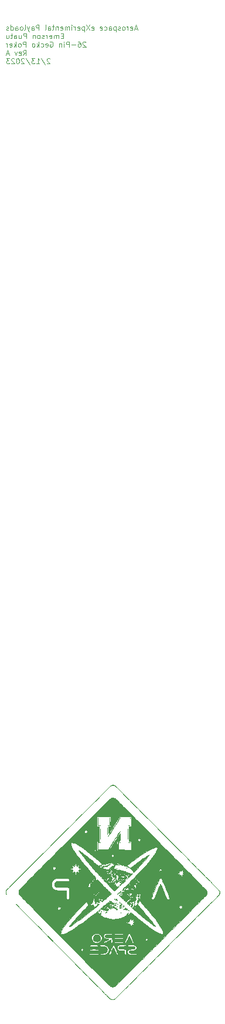
<source format=gbr>
%TF.GenerationSoftware,KiCad,Pcbnew,(6.0.4-0)*%
%TF.CreationDate,2023-02-13T20:03:00-06:00*%
%TF.ProjectId,Gecko_Poker,4765636b-6f5f-4506-9f6b-65722e6b6963,rev?*%
%TF.SameCoordinates,Original*%
%TF.FileFunction,Legend,Bot*%
%TF.FilePolarity,Positive*%
%FSLAX46Y46*%
G04 Gerber Fmt 4.6, Leading zero omitted, Abs format (unit mm)*
G04 Created by KiCad (PCBNEW (6.0.4-0)) date 2023-02-13 20:03:00*
%MOMM*%
%LPD*%
G01*
G04 APERTURE LIST*
%ADD10C,0.120000*%
%ADD11C,0.010000*%
G04 APERTURE END LIST*
D10*
X61023714Y-37715000D02*
X60666571Y-37715000D01*
X61095142Y-37929285D02*
X60845142Y-37179285D01*
X60595142Y-37929285D01*
X60059428Y-37893571D02*
X60130857Y-37929285D01*
X60273714Y-37929285D01*
X60345142Y-37893571D01*
X60380857Y-37822142D01*
X60380857Y-37536428D01*
X60345142Y-37465000D01*
X60273714Y-37429285D01*
X60130857Y-37429285D01*
X60059428Y-37465000D01*
X60023714Y-37536428D01*
X60023714Y-37607857D01*
X60380857Y-37679285D01*
X59702285Y-37929285D02*
X59702285Y-37429285D01*
X59702285Y-37572142D02*
X59666571Y-37500714D01*
X59630857Y-37465000D01*
X59559428Y-37429285D01*
X59488000Y-37429285D01*
X59130857Y-37929285D02*
X59202285Y-37893571D01*
X59238000Y-37857857D01*
X59273714Y-37786428D01*
X59273714Y-37572142D01*
X59238000Y-37500714D01*
X59202285Y-37465000D01*
X59130857Y-37429285D01*
X59023714Y-37429285D01*
X58952285Y-37465000D01*
X58916571Y-37500714D01*
X58880857Y-37572142D01*
X58880857Y-37786428D01*
X58916571Y-37857857D01*
X58952285Y-37893571D01*
X59023714Y-37929285D01*
X59130857Y-37929285D01*
X58595142Y-37893571D02*
X58523714Y-37929285D01*
X58380857Y-37929285D01*
X58309428Y-37893571D01*
X58273714Y-37822142D01*
X58273714Y-37786428D01*
X58309428Y-37715000D01*
X58380857Y-37679285D01*
X58488000Y-37679285D01*
X58559428Y-37643571D01*
X58595142Y-37572142D01*
X58595142Y-37536428D01*
X58559428Y-37465000D01*
X58488000Y-37429285D01*
X58380857Y-37429285D01*
X58309428Y-37465000D01*
X57952285Y-37429285D02*
X57952285Y-38179285D01*
X57952285Y-37465000D02*
X57880857Y-37429285D01*
X57738000Y-37429285D01*
X57666571Y-37465000D01*
X57630857Y-37500714D01*
X57595142Y-37572142D01*
X57595142Y-37786428D01*
X57630857Y-37857857D01*
X57666571Y-37893571D01*
X57738000Y-37929285D01*
X57880857Y-37929285D01*
X57952285Y-37893571D01*
X56952285Y-37929285D02*
X56952285Y-37536428D01*
X56988000Y-37465000D01*
X57059428Y-37429285D01*
X57202285Y-37429285D01*
X57273714Y-37465000D01*
X56952285Y-37893571D02*
X57023714Y-37929285D01*
X57202285Y-37929285D01*
X57273714Y-37893571D01*
X57309428Y-37822142D01*
X57309428Y-37750714D01*
X57273714Y-37679285D01*
X57202285Y-37643571D01*
X57023714Y-37643571D01*
X56952285Y-37607857D01*
X56273714Y-37893571D02*
X56345142Y-37929285D01*
X56488000Y-37929285D01*
X56559428Y-37893571D01*
X56595142Y-37857857D01*
X56630857Y-37786428D01*
X56630857Y-37572142D01*
X56595142Y-37500714D01*
X56559428Y-37465000D01*
X56488000Y-37429285D01*
X56345142Y-37429285D01*
X56273714Y-37465000D01*
X55666571Y-37893571D02*
X55738000Y-37929285D01*
X55880857Y-37929285D01*
X55952285Y-37893571D01*
X55988000Y-37822142D01*
X55988000Y-37536428D01*
X55952285Y-37465000D01*
X55880857Y-37429285D01*
X55738000Y-37429285D01*
X55666571Y-37465000D01*
X55630857Y-37536428D01*
X55630857Y-37607857D01*
X55988000Y-37679285D01*
X54452285Y-37893571D02*
X54523714Y-37929285D01*
X54666571Y-37929285D01*
X54738000Y-37893571D01*
X54773714Y-37822142D01*
X54773714Y-37536428D01*
X54738000Y-37465000D01*
X54666571Y-37429285D01*
X54523714Y-37429285D01*
X54452285Y-37465000D01*
X54416571Y-37536428D01*
X54416571Y-37607857D01*
X54773714Y-37679285D01*
X54166571Y-37179285D02*
X53666571Y-37929285D01*
X53666571Y-37179285D02*
X54166571Y-37929285D01*
X53380857Y-37429285D02*
X53380857Y-38179285D01*
X53380857Y-37465000D02*
X53309428Y-37429285D01*
X53166571Y-37429285D01*
X53095142Y-37465000D01*
X53059428Y-37500714D01*
X53023714Y-37572142D01*
X53023714Y-37786428D01*
X53059428Y-37857857D01*
X53095142Y-37893571D01*
X53166571Y-37929285D01*
X53309428Y-37929285D01*
X53380857Y-37893571D01*
X52416571Y-37893571D02*
X52488000Y-37929285D01*
X52630857Y-37929285D01*
X52702285Y-37893571D01*
X52738000Y-37822142D01*
X52738000Y-37536428D01*
X52702285Y-37465000D01*
X52630857Y-37429285D01*
X52488000Y-37429285D01*
X52416571Y-37465000D01*
X52380857Y-37536428D01*
X52380857Y-37607857D01*
X52738000Y-37679285D01*
X52059428Y-37929285D02*
X52059428Y-37429285D01*
X52059428Y-37572142D02*
X52023714Y-37500714D01*
X51988000Y-37465000D01*
X51916571Y-37429285D01*
X51845142Y-37429285D01*
X51595142Y-37929285D02*
X51595142Y-37429285D01*
X51595142Y-37179285D02*
X51630857Y-37215000D01*
X51595142Y-37250714D01*
X51559428Y-37215000D01*
X51595142Y-37179285D01*
X51595142Y-37250714D01*
X51238000Y-37929285D02*
X51238000Y-37429285D01*
X51238000Y-37500714D02*
X51202285Y-37465000D01*
X51130857Y-37429285D01*
X51023714Y-37429285D01*
X50952285Y-37465000D01*
X50916571Y-37536428D01*
X50916571Y-37929285D01*
X50916571Y-37536428D02*
X50880857Y-37465000D01*
X50809428Y-37429285D01*
X50702285Y-37429285D01*
X50630857Y-37465000D01*
X50595142Y-37536428D01*
X50595142Y-37929285D01*
X49952285Y-37893571D02*
X50023714Y-37929285D01*
X50166571Y-37929285D01*
X50238000Y-37893571D01*
X50273714Y-37822142D01*
X50273714Y-37536428D01*
X50238000Y-37465000D01*
X50166571Y-37429285D01*
X50023714Y-37429285D01*
X49952285Y-37465000D01*
X49916571Y-37536428D01*
X49916571Y-37607857D01*
X50273714Y-37679285D01*
X49595142Y-37429285D02*
X49595142Y-37929285D01*
X49595142Y-37500714D02*
X49559428Y-37465000D01*
X49488000Y-37429285D01*
X49380857Y-37429285D01*
X49309428Y-37465000D01*
X49273714Y-37536428D01*
X49273714Y-37929285D01*
X49023714Y-37429285D02*
X48738000Y-37429285D01*
X48916571Y-37179285D02*
X48916571Y-37822142D01*
X48880857Y-37893571D01*
X48809428Y-37929285D01*
X48738000Y-37929285D01*
X48166571Y-37929285D02*
X48166571Y-37536428D01*
X48202285Y-37465000D01*
X48273714Y-37429285D01*
X48416571Y-37429285D01*
X48488000Y-37465000D01*
X48166571Y-37893571D02*
X48238000Y-37929285D01*
X48416571Y-37929285D01*
X48488000Y-37893571D01*
X48523714Y-37822142D01*
X48523714Y-37750714D01*
X48488000Y-37679285D01*
X48416571Y-37643571D01*
X48238000Y-37643571D01*
X48166571Y-37607857D01*
X47702285Y-37929285D02*
X47773714Y-37893571D01*
X47809428Y-37822142D01*
X47809428Y-37179285D01*
X46845142Y-37929285D02*
X46845142Y-37179285D01*
X46559428Y-37179285D01*
X46488000Y-37215000D01*
X46452285Y-37250714D01*
X46416571Y-37322142D01*
X46416571Y-37429285D01*
X46452285Y-37500714D01*
X46488000Y-37536428D01*
X46559428Y-37572142D01*
X46845142Y-37572142D01*
X45773714Y-37929285D02*
X45773714Y-37536428D01*
X45809428Y-37465000D01*
X45880857Y-37429285D01*
X46023714Y-37429285D01*
X46095142Y-37465000D01*
X45773714Y-37893571D02*
X45845142Y-37929285D01*
X46023714Y-37929285D01*
X46095142Y-37893571D01*
X46130857Y-37822142D01*
X46130857Y-37750714D01*
X46095142Y-37679285D01*
X46023714Y-37643571D01*
X45845142Y-37643571D01*
X45773714Y-37607857D01*
X45488000Y-37429285D02*
X45309428Y-37929285D01*
X45130857Y-37429285D02*
X45309428Y-37929285D01*
X45380857Y-38107857D01*
X45416571Y-38143571D01*
X45488000Y-38179285D01*
X44738000Y-37929285D02*
X44809428Y-37893571D01*
X44845142Y-37822142D01*
X44845142Y-37179285D01*
X44345142Y-37929285D02*
X44416571Y-37893571D01*
X44452285Y-37857857D01*
X44488000Y-37786428D01*
X44488000Y-37572142D01*
X44452285Y-37500714D01*
X44416571Y-37465000D01*
X44345142Y-37429285D01*
X44238000Y-37429285D01*
X44166571Y-37465000D01*
X44130857Y-37500714D01*
X44095142Y-37572142D01*
X44095142Y-37786428D01*
X44130857Y-37857857D01*
X44166571Y-37893571D01*
X44238000Y-37929285D01*
X44345142Y-37929285D01*
X43452285Y-37929285D02*
X43452285Y-37536428D01*
X43488000Y-37465000D01*
X43559428Y-37429285D01*
X43702285Y-37429285D01*
X43773714Y-37465000D01*
X43452285Y-37893571D02*
X43523714Y-37929285D01*
X43702285Y-37929285D01*
X43773714Y-37893571D01*
X43809428Y-37822142D01*
X43809428Y-37750714D01*
X43773714Y-37679285D01*
X43702285Y-37643571D01*
X43523714Y-37643571D01*
X43452285Y-37607857D01*
X42773714Y-37929285D02*
X42773714Y-37179285D01*
X42773714Y-37893571D02*
X42845142Y-37929285D01*
X42988000Y-37929285D01*
X43059428Y-37893571D01*
X43095142Y-37857857D01*
X43130857Y-37786428D01*
X43130857Y-37572142D01*
X43095142Y-37500714D01*
X43059428Y-37465000D01*
X42988000Y-37429285D01*
X42845142Y-37429285D01*
X42773714Y-37465000D01*
X42452285Y-37893571D02*
X42380857Y-37929285D01*
X42238000Y-37929285D01*
X42166571Y-37893571D01*
X42130857Y-37822142D01*
X42130857Y-37786428D01*
X42166571Y-37715000D01*
X42238000Y-37679285D01*
X42345142Y-37679285D01*
X42416571Y-37643571D01*
X42452285Y-37572142D01*
X42452285Y-37536428D01*
X42416571Y-37465000D01*
X42345142Y-37429285D01*
X42238000Y-37429285D01*
X42166571Y-37465000D01*
X50345142Y-38743928D02*
X50095142Y-38743928D01*
X49988000Y-39136785D02*
X50345142Y-39136785D01*
X50345142Y-38386785D01*
X49988000Y-38386785D01*
X49666571Y-39136785D02*
X49666571Y-38636785D01*
X49666571Y-38708214D02*
X49630857Y-38672500D01*
X49559428Y-38636785D01*
X49452285Y-38636785D01*
X49380857Y-38672500D01*
X49345142Y-38743928D01*
X49345142Y-39136785D01*
X49345142Y-38743928D02*
X49309428Y-38672500D01*
X49238000Y-38636785D01*
X49130857Y-38636785D01*
X49059428Y-38672500D01*
X49023714Y-38743928D01*
X49023714Y-39136785D01*
X48380857Y-39101071D02*
X48452285Y-39136785D01*
X48595142Y-39136785D01*
X48666571Y-39101071D01*
X48702285Y-39029642D01*
X48702285Y-38743928D01*
X48666571Y-38672500D01*
X48595142Y-38636785D01*
X48452285Y-38636785D01*
X48380857Y-38672500D01*
X48345142Y-38743928D01*
X48345142Y-38815357D01*
X48702285Y-38886785D01*
X48023714Y-39136785D02*
X48023714Y-38636785D01*
X48023714Y-38779642D02*
X47988000Y-38708214D01*
X47952285Y-38672500D01*
X47880857Y-38636785D01*
X47809428Y-38636785D01*
X47595142Y-39101071D02*
X47523714Y-39136785D01*
X47380857Y-39136785D01*
X47309428Y-39101071D01*
X47273714Y-39029642D01*
X47273714Y-38993928D01*
X47309428Y-38922500D01*
X47380857Y-38886785D01*
X47488000Y-38886785D01*
X47559428Y-38851071D01*
X47595142Y-38779642D01*
X47595142Y-38743928D01*
X47559428Y-38672500D01*
X47488000Y-38636785D01*
X47380857Y-38636785D01*
X47309428Y-38672500D01*
X46845142Y-39136785D02*
X46916571Y-39101071D01*
X46952285Y-39065357D01*
X46988000Y-38993928D01*
X46988000Y-38779642D01*
X46952285Y-38708214D01*
X46916571Y-38672500D01*
X46845142Y-38636785D01*
X46738000Y-38636785D01*
X46666571Y-38672500D01*
X46630857Y-38708214D01*
X46595142Y-38779642D01*
X46595142Y-38993928D01*
X46630857Y-39065357D01*
X46666571Y-39101071D01*
X46738000Y-39136785D01*
X46845142Y-39136785D01*
X46273714Y-38636785D02*
X46273714Y-39136785D01*
X46273714Y-38708214D02*
X46238000Y-38672500D01*
X46166571Y-38636785D01*
X46059428Y-38636785D01*
X45988000Y-38672500D01*
X45952285Y-38743928D01*
X45952285Y-39136785D01*
X45023714Y-39136785D02*
X45023714Y-38386785D01*
X44738000Y-38386785D01*
X44666571Y-38422500D01*
X44630857Y-38458214D01*
X44595142Y-38529642D01*
X44595142Y-38636785D01*
X44630857Y-38708214D01*
X44666571Y-38743928D01*
X44738000Y-38779642D01*
X45023714Y-38779642D01*
X43952285Y-38636785D02*
X43952285Y-39136785D01*
X44273714Y-38636785D02*
X44273714Y-39029642D01*
X44238000Y-39101071D01*
X44166571Y-39136785D01*
X44059428Y-39136785D01*
X43988000Y-39101071D01*
X43952285Y-39065357D01*
X43273714Y-39136785D02*
X43273714Y-38743928D01*
X43309428Y-38672500D01*
X43380857Y-38636785D01*
X43523714Y-38636785D01*
X43595142Y-38672500D01*
X43273714Y-39101071D02*
X43345142Y-39136785D01*
X43523714Y-39136785D01*
X43595142Y-39101071D01*
X43630857Y-39029642D01*
X43630857Y-38958214D01*
X43595142Y-38886785D01*
X43523714Y-38851071D01*
X43345142Y-38851071D01*
X43273714Y-38815357D01*
X43023714Y-38636785D02*
X42738000Y-38636785D01*
X42916571Y-38386785D02*
X42916571Y-39029642D01*
X42880857Y-39101071D01*
X42809428Y-39136785D01*
X42738000Y-39136785D01*
X42166571Y-38636785D02*
X42166571Y-39136785D01*
X42488000Y-38636785D02*
X42488000Y-39029642D01*
X42452285Y-39101071D01*
X42380857Y-39136785D01*
X42273714Y-39136785D01*
X42202285Y-39101071D01*
X42166571Y-39065357D01*
X53595142Y-39665714D02*
X53559428Y-39630000D01*
X53488000Y-39594285D01*
X53309428Y-39594285D01*
X53238000Y-39630000D01*
X53202285Y-39665714D01*
X53166571Y-39737142D01*
X53166571Y-39808571D01*
X53202285Y-39915714D01*
X53630857Y-40344285D01*
X53166571Y-40344285D01*
X52523714Y-39594285D02*
X52666571Y-39594285D01*
X52738000Y-39630000D01*
X52773714Y-39665714D01*
X52845142Y-39772857D01*
X52880857Y-39915714D01*
X52880857Y-40201428D01*
X52845142Y-40272857D01*
X52809428Y-40308571D01*
X52738000Y-40344285D01*
X52595142Y-40344285D01*
X52523714Y-40308571D01*
X52488000Y-40272857D01*
X52452285Y-40201428D01*
X52452285Y-40022857D01*
X52488000Y-39951428D01*
X52523714Y-39915714D01*
X52595142Y-39880000D01*
X52738000Y-39880000D01*
X52809428Y-39915714D01*
X52845142Y-39951428D01*
X52880857Y-40022857D01*
X52130857Y-40058571D02*
X51559428Y-40058571D01*
X51202285Y-40344285D02*
X51202285Y-39594285D01*
X50916571Y-39594285D01*
X50845142Y-39630000D01*
X50809428Y-39665714D01*
X50773714Y-39737142D01*
X50773714Y-39844285D01*
X50809428Y-39915714D01*
X50845142Y-39951428D01*
X50916571Y-39987142D01*
X51202285Y-39987142D01*
X50452285Y-40344285D02*
X50452285Y-39844285D01*
X50452285Y-39594285D02*
X50488000Y-39630000D01*
X50452285Y-39665714D01*
X50416571Y-39630000D01*
X50452285Y-39594285D01*
X50452285Y-39665714D01*
X50095142Y-39844285D02*
X50095142Y-40344285D01*
X50095142Y-39915714D02*
X50059428Y-39880000D01*
X49988000Y-39844285D01*
X49880857Y-39844285D01*
X49809428Y-39880000D01*
X49773714Y-39951428D01*
X49773714Y-40344285D01*
X48452285Y-39630000D02*
X48523714Y-39594285D01*
X48630857Y-39594285D01*
X48738000Y-39630000D01*
X48809428Y-39701428D01*
X48845142Y-39772857D01*
X48880857Y-39915714D01*
X48880857Y-40022857D01*
X48845142Y-40165714D01*
X48809428Y-40237142D01*
X48738000Y-40308571D01*
X48630857Y-40344285D01*
X48559428Y-40344285D01*
X48452285Y-40308571D01*
X48416571Y-40272857D01*
X48416571Y-40022857D01*
X48559428Y-40022857D01*
X47809428Y-40308571D02*
X47880857Y-40344285D01*
X48023714Y-40344285D01*
X48095142Y-40308571D01*
X48130857Y-40237142D01*
X48130857Y-39951428D01*
X48095142Y-39880000D01*
X48023714Y-39844285D01*
X47880857Y-39844285D01*
X47809428Y-39880000D01*
X47773714Y-39951428D01*
X47773714Y-40022857D01*
X48130857Y-40094285D01*
X47130857Y-40308571D02*
X47202285Y-40344285D01*
X47345142Y-40344285D01*
X47416571Y-40308571D01*
X47452285Y-40272857D01*
X47488000Y-40201428D01*
X47488000Y-39987142D01*
X47452285Y-39915714D01*
X47416571Y-39880000D01*
X47345142Y-39844285D01*
X47202285Y-39844285D01*
X47130857Y-39880000D01*
X46809428Y-40344285D02*
X46809428Y-39594285D01*
X46738000Y-40058571D02*
X46523714Y-40344285D01*
X46523714Y-39844285D02*
X46809428Y-40130000D01*
X46095142Y-40344285D02*
X46166571Y-40308571D01*
X46202285Y-40272857D01*
X46238000Y-40201428D01*
X46238000Y-39987142D01*
X46202285Y-39915714D01*
X46166571Y-39880000D01*
X46095142Y-39844285D01*
X45988000Y-39844285D01*
X45916571Y-39880000D01*
X45880857Y-39915714D01*
X45845142Y-39987142D01*
X45845142Y-40201428D01*
X45880857Y-40272857D01*
X45916571Y-40308571D01*
X45988000Y-40344285D01*
X46095142Y-40344285D01*
X44952285Y-40344285D02*
X44952285Y-39594285D01*
X44666571Y-39594285D01*
X44595142Y-39630000D01*
X44559428Y-39665714D01*
X44523714Y-39737142D01*
X44523714Y-39844285D01*
X44559428Y-39915714D01*
X44595142Y-39951428D01*
X44666571Y-39987142D01*
X44952285Y-39987142D01*
X44095142Y-40344285D02*
X44166571Y-40308571D01*
X44202285Y-40272857D01*
X44238000Y-40201428D01*
X44238000Y-39987142D01*
X44202285Y-39915714D01*
X44166571Y-39880000D01*
X44095142Y-39844285D01*
X43988000Y-39844285D01*
X43916571Y-39880000D01*
X43880857Y-39915714D01*
X43845142Y-39987142D01*
X43845142Y-40201428D01*
X43880857Y-40272857D01*
X43916571Y-40308571D01*
X43988000Y-40344285D01*
X44095142Y-40344285D01*
X43523714Y-40344285D02*
X43523714Y-39594285D01*
X43452285Y-40058571D02*
X43238000Y-40344285D01*
X43238000Y-39844285D02*
X43523714Y-40130000D01*
X42630857Y-40308571D02*
X42702285Y-40344285D01*
X42845142Y-40344285D01*
X42916571Y-40308571D01*
X42952285Y-40237142D01*
X42952285Y-39951428D01*
X42916571Y-39880000D01*
X42845142Y-39844285D01*
X42702285Y-39844285D01*
X42630857Y-39880000D01*
X42595142Y-39951428D01*
X42595142Y-40022857D01*
X42952285Y-40094285D01*
X42273714Y-40344285D02*
X42273714Y-39844285D01*
X42273714Y-39987142D02*
X42238000Y-39915714D01*
X42202285Y-39880000D01*
X42130857Y-39844285D01*
X42059428Y-39844285D01*
X44559428Y-41551785D02*
X44809428Y-41194642D01*
X44988000Y-41551785D02*
X44988000Y-40801785D01*
X44702285Y-40801785D01*
X44630857Y-40837500D01*
X44595142Y-40873214D01*
X44559428Y-40944642D01*
X44559428Y-41051785D01*
X44595142Y-41123214D01*
X44630857Y-41158928D01*
X44702285Y-41194642D01*
X44988000Y-41194642D01*
X43952285Y-41516071D02*
X44023714Y-41551785D01*
X44166571Y-41551785D01*
X44238000Y-41516071D01*
X44273714Y-41444642D01*
X44273714Y-41158928D01*
X44238000Y-41087500D01*
X44166571Y-41051785D01*
X44023714Y-41051785D01*
X43952285Y-41087500D01*
X43916571Y-41158928D01*
X43916571Y-41230357D01*
X44273714Y-41301785D01*
X43666571Y-41051785D02*
X43488000Y-41551785D01*
X43309428Y-41051785D01*
X42488000Y-41337500D02*
X42130857Y-41337500D01*
X42559428Y-41551785D02*
X42309428Y-40801785D01*
X42059428Y-41551785D01*
X48416571Y-42080714D02*
X48380857Y-42045000D01*
X48309428Y-42009285D01*
X48130857Y-42009285D01*
X48059428Y-42045000D01*
X48023714Y-42080714D01*
X47988000Y-42152142D01*
X47988000Y-42223571D01*
X48023714Y-42330714D01*
X48452285Y-42759285D01*
X47988000Y-42759285D01*
X47130857Y-41973571D02*
X47773714Y-42937857D01*
X46488000Y-42759285D02*
X46916571Y-42759285D01*
X46702285Y-42759285D02*
X46702285Y-42009285D01*
X46773714Y-42116428D01*
X46845142Y-42187857D01*
X46916571Y-42223571D01*
X46238000Y-42009285D02*
X45773714Y-42009285D01*
X46023714Y-42295000D01*
X45916571Y-42295000D01*
X45845142Y-42330714D01*
X45809428Y-42366428D01*
X45773714Y-42437857D01*
X45773714Y-42616428D01*
X45809428Y-42687857D01*
X45845142Y-42723571D01*
X45916571Y-42759285D01*
X46130857Y-42759285D01*
X46202285Y-42723571D01*
X46238000Y-42687857D01*
X44916571Y-41973571D02*
X45559428Y-42937857D01*
X44702285Y-42080714D02*
X44666571Y-42045000D01*
X44595142Y-42009285D01*
X44416571Y-42009285D01*
X44345142Y-42045000D01*
X44309428Y-42080714D01*
X44273714Y-42152142D01*
X44273714Y-42223571D01*
X44309428Y-42330714D01*
X44738000Y-42759285D01*
X44273714Y-42759285D01*
X43809428Y-42009285D02*
X43738000Y-42009285D01*
X43666571Y-42045000D01*
X43630857Y-42080714D01*
X43595142Y-42152142D01*
X43559428Y-42295000D01*
X43559428Y-42473571D01*
X43595142Y-42616428D01*
X43630857Y-42687857D01*
X43666571Y-42723571D01*
X43738000Y-42759285D01*
X43809428Y-42759285D01*
X43880857Y-42723571D01*
X43916571Y-42687857D01*
X43952285Y-42616428D01*
X43988000Y-42473571D01*
X43988000Y-42295000D01*
X43952285Y-42152142D01*
X43916571Y-42080714D01*
X43880857Y-42045000D01*
X43809428Y-42009285D01*
X43273714Y-42080714D02*
X43238000Y-42045000D01*
X43166571Y-42009285D01*
X42988000Y-42009285D01*
X42916571Y-42045000D01*
X42880857Y-42080714D01*
X42845142Y-42152142D01*
X42845142Y-42223571D01*
X42880857Y-42330714D01*
X43309428Y-42759285D01*
X42845142Y-42759285D01*
X42595142Y-42009285D02*
X42130857Y-42009285D01*
X42380857Y-42295000D01*
X42273714Y-42295000D01*
X42202285Y-42330714D01*
X42166571Y-42366428D01*
X42130857Y-42437857D01*
X42130857Y-42616428D01*
X42166571Y-42687857D01*
X42202285Y-42723571D01*
X42273714Y-42759285D01*
X42488000Y-42759285D01*
X42559428Y-42723571D01*
X42595142Y-42687857D01*
%TO.C,G\u002A\u002A\u002A*%
G36*
X57344733Y-164090468D02*
G01*
X57343431Y-164100298D01*
X57310866Y-164126333D01*
X57303202Y-164125945D01*
X57277000Y-164111399D01*
X57278558Y-164105966D01*
X57310866Y-164075533D01*
X57323985Y-164070241D01*
X57344733Y-164090468D01*
G37*
D11*
X57344733Y-164090468D02*
X57343431Y-164100298D01*
X57310866Y-164126333D01*
X57303202Y-164125945D01*
X57277000Y-164111399D01*
X57278558Y-164105966D01*
X57310866Y-164075533D01*
X57323985Y-164070241D01*
X57344733Y-164090468D01*
G36*
X58897062Y-160566911D02*
G01*
X58921986Y-160607228D01*
X58904750Y-160683210D01*
X58869267Y-160745141D01*
X58827238Y-160773015D01*
X58803186Y-160767646D01*
X58829896Y-160743455D01*
X58858017Y-160706559D01*
X58838271Y-160644429D01*
X58820317Y-160586875D01*
X58840767Y-160552228D01*
X58897062Y-160566911D01*
G37*
X58897062Y-160566911D02*
X58921986Y-160607228D01*
X58904750Y-160683210D01*
X58869267Y-160745141D01*
X58827238Y-160773015D01*
X58803186Y-160767646D01*
X58829896Y-160743455D01*
X58858017Y-160706559D01*
X58838271Y-160644429D01*
X58820317Y-160586875D01*
X58840767Y-160552228D01*
X58897062Y-160566911D01*
G36*
X56701266Y-158335133D02*
G01*
X56698822Y-158353062D01*
X56678688Y-158357711D01*
X56674635Y-158352747D01*
X56678688Y-158312555D01*
X56688875Y-158307257D01*
X56701266Y-158335133D01*
G37*
X56701266Y-158335133D02*
X56698822Y-158353062D01*
X56678688Y-158357711D01*
X56674635Y-158352747D01*
X56678688Y-158312555D01*
X56688875Y-158307257D01*
X56701266Y-158335133D01*
G36*
X56667399Y-164922200D02*
G01*
X56650466Y-164939133D01*
X56633533Y-164922200D01*
X56650466Y-164905267D01*
X56667399Y-164922200D01*
G37*
X56667399Y-164922200D02*
X56650466Y-164939133D01*
X56633533Y-164922200D01*
X56650466Y-164905267D01*
X56667399Y-164922200D01*
G36*
X57718290Y-157967044D02*
G01*
X57757453Y-157987960D01*
X57835800Y-157996467D01*
X57851383Y-157996783D01*
X57924570Y-158008829D01*
X57954333Y-158032923D01*
X57956255Y-158039570D01*
X58000601Y-158057921D01*
X58091737Y-158059458D01*
X58113272Y-158058337D01*
X58205051Y-158065263D01*
X58254007Y-158089773D01*
X58293223Y-158112452D01*
X58368438Y-158113768D01*
X58433871Y-158111852D01*
X58479417Y-158132178D01*
X58479076Y-158139804D01*
X58431944Y-158151848D01*
X58318777Y-158154727D01*
X58139035Y-158148468D01*
X58063512Y-158144522D01*
X57924766Y-158135084D01*
X57829671Y-158121942D01*
X57761318Y-158100614D01*
X57702793Y-158066619D01*
X57637185Y-158015475D01*
X57584770Y-157976364D01*
X57532591Y-157945667D01*
X57581800Y-157945667D01*
X57598733Y-157962600D01*
X57615666Y-157945667D01*
X57598733Y-157928733D01*
X57581800Y-157945667D01*
X57532591Y-157945667D01*
X57481051Y-157915346D01*
X57395533Y-157883907D01*
X57379705Y-157880376D01*
X57395900Y-157876905D01*
X57466087Y-157877854D01*
X57581312Y-157883253D01*
X57656776Y-157888110D01*
X57774669Y-157898516D01*
X57856565Y-157909363D01*
X57894596Y-157919069D01*
X57880890Y-157926054D01*
X57807577Y-157928733D01*
X57746412Y-157937738D01*
X57737116Y-157945667D01*
X57717266Y-157962600D01*
X57718290Y-157967044D01*
G37*
X57718290Y-157967044D02*
X57757453Y-157987960D01*
X57835800Y-157996467D01*
X57851383Y-157996783D01*
X57924570Y-158008829D01*
X57954333Y-158032923D01*
X57956255Y-158039570D01*
X58000601Y-158057921D01*
X58091737Y-158059458D01*
X58113272Y-158058337D01*
X58205051Y-158065263D01*
X58254007Y-158089773D01*
X58293223Y-158112452D01*
X58368438Y-158113768D01*
X58433871Y-158111852D01*
X58479417Y-158132178D01*
X58479076Y-158139804D01*
X58431944Y-158151848D01*
X58318777Y-158154727D01*
X58139035Y-158148468D01*
X58063512Y-158144522D01*
X57924766Y-158135084D01*
X57829671Y-158121942D01*
X57761318Y-158100614D01*
X57702793Y-158066619D01*
X57637185Y-158015475D01*
X57584770Y-157976364D01*
X57532591Y-157945667D01*
X57581800Y-157945667D01*
X57598733Y-157962600D01*
X57615666Y-157945667D01*
X57598733Y-157928733D01*
X57581800Y-157945667D01*
X57532591Y-157945667D01*
X57481051Y-157915346D01*
X57395533Y-157883907D01*
X57379705Y-157880376D01*
X57395900Y-157876905D01*
X57466087Y-157877854D01*
X57581312Y-157883253D01*
X57656776Y-157888110D01*
X57774669Y-157898516D01*
X57856565Y-157909363D01*
X57894596Y-157919069D01*
X57880890Y-157926054D01*
X57807577Y-157928733D01*
X57746412Y-157937738D01*
X57737116Y-157945667D01*
X57717266Y-157962600D01*
X57718290Y-157967044D01*
G36*
X55371939Y-151892000D02*
G01*
X55382144Y-152442333D01*
X55525238Y-152447420D01*
X55668333Y-152452506D01*
X55515933Y-152476200D01*
X55470238Y-152483475D01*
X55390463Y-152497226D01*
X55355066Y-152504980D01*
X55353043Y-152484087D01*
X55351621Y-152405705D01*
X55351323Y-152279349D01*
X55352166Y-152115807D01*
X55354166Y-151925867D01*
X55361733Y-151341667D01*
X55371939Y-151892000D01*
G37*
X55371939Y-151892000D02*
X55382144Y-152442333D01*
X55525238Y-152447420D01*
X55668333Y-152452506D01*
X55515933Y-152476200D01*
X55470238Y-152483475D01*
X55390463Y-152497226D01*
X55355066Y-152504980D01*
X55353043Y-152484087D01*
X55351621Y-152405705D01*
X55351323Y-152279349D01*
X55352166Y-152115807D01*
X55354166Y-151925867D01*
X55361733Y-151341667D01*
X55371939Y-151892000D01*
G36*
X58970333Y-162077400D02*
G01*
X58953400Y-162094333D01*
X58936466Y-162077400D01*
X58953400Y-162060466D01*
X58970333Y-162077400D01*
G37*
X58970333Y-162077400D02*
X58953400Y-162094333D01*
X58936466Y-162077400D01*
X58953400Y-162060466D01*
X58970333Y-162077400D01*
G36*
X54364466Y-163957000D02*
G01*
X54362022Y-163974929D01*
X54341888Y-163979578D01*
X54337835Y-163974614D01*
X54341888Y-163934422D01*
X54352075Y-163929124D01*
X54364466Y-163957000D01*
G37*
X54364466Y-163957000D02*
X54362022Y-163974929D01*
X54341888Y-163979578D01*
X54337835Y-163974614D01*
X54341888Y-163934422D01*
X54352075Y-163929124D01*
X54364466Y-163957000D01*
G36*
X55623883Y-163324265D02*
G01*
X55639559Y-163336455D01*
X55603422Y-163344726D01*
X55569072Y-163342332D01*
X55558972Y-163326939D01*
X55570953Y-163320228D01*
X55623883Y-163324265D01*
G37*
X55623883Y-163324265D02*
X55639559Y-163336455D01*
X55603422Y-163344726D01*
X55569072Y-163342332D01*
X55558972Y-163326939D01*
X55570953Y-163320228D01*
X55623883Y-163324265D01*
G36*
X59960933Y-152452299D02*
G01*
X59978089Y-152457579D01*
X59957981Y-152464334D01*
X59884733Y-152466976D01*
X59835033Y-152465988D01*
X59792484Y-152460674D01*
X59808533Y-152452299D01*
X59862246Y-152446696D01*
X59960933Y-152452299D01*
G37*
X59960933Y-152452299D02*
X59978089Y-152457579D01*
X59957981Y-152464334D01*
X59884733Y-152466976D01*
X59835033Y-152465988D01*
X59792484Y-152460674D01*
X59808533Y-152452299D01*
X59862246Y-152446696D01*
X59960933Y-152452299D01*
G36*
X56385177Y-158278689D02*
G01*
X56390476Y-158288875D01*
X56362599Y-158301267D01*
X56344671Y-158298822D01*
X56340022Y-158278689D01*
X56344985Y-158274636D01*
X56385177Y-158278689D01*
G37*
X56385177Y-158278689D02*
X56390476Y-158288875D01*
X56362599Y-158301267D01*
X56344671Y-158298822D01*
X56340022Y-158278689D01*
X56344985Y-158274636D01*
X56385177Y-158278689D01*
G36*
X58123666Y-164143267D02*
G01*
X58106733Y-164160200D01*
X58089800Y-164143267D01*
X58106733Y-164126333D01*
X58123666Y-164143267D01*
G37*
X58123666Y-164143267D02*
X58106733Y-164160200D01*
X58089800Y-164143267D01*
X58106733Y-164126333D01*
X58123666Y-164143267D01*
G36*
X58721977Y-162376555D02*
G01*
X58727276Y-162386742D01*
X58699400Y-162399133D01*
X58681471Y-162396689D01*
X58676822Y-162376555D01*
X58681785Y-162372502D01*
X58721977Y-162376555D01*
G37*
X58721977Y-162376555D02*
X58727276Y-162386742D01*
X58699400Y-162399133D01*
X58681471Y-162396689D01*
X58676822Y-162376555D01*
X58681785Y-162372502D01*
X58721977Y-162376555D01*
G36*
X57310866Y-158385933D02*
G01*
X57293933Y-158402867D01*
X57277000Y-158385933D01*
X57293933Y-158369000D01*
X57310866Y-158385933D01*
G37*
X57310866Y-158385933D02*
X57293933Y-158402867D01*
X57277000Y-158385933D01*
X57293933Y-158369000D01*
X57310866Y-158385933D01*
G36*
X57988200Y-160790466D02*
G01*
X57971266Y-160807400D01*
X57954333Y-160790466D01*
X57971266Y-160773533D01*
X57988200Y-160790466D01*
G37*
X57988200Y-160790466D02*
X57971266Y-160807400D01*
X57954333Y-160790466D01*
X57971266Y-160773533D01*
X57988200Y-160790466D01*
G36*
X60521119Y-163305449D02*
G01*
X60494333Y-163262733D01*
X60490463Y-163258014D01*
X60471056Y-163220893D01*
X60506431Y-163211933D01*
X60530352Y-163220271D01*
X60583007Y-163274424D01*
X60634085Y-163359763D01*
X60671251Y-163453705D01*
X60682169Y-163533667D01*
X60673298Y-163588663D01*
X60649351Y-163681009D01*
X60648558Y-163683388D01*
X60620153Y-163734343D01*
X60585795Y-163723342D01*
X60566972Y-163693826D01*
X60589160Y-163645426D01*
X60608660Y-163622725D01*
X60629800Y-163578861D01*
X60623740Y-163558391D01*
X60577425Y-163497846D01*
X60502289Y-163428752D01*
X60418549Y-163368534D01*
X60346426Y-163334620D01*
X60295659Y-163323718D01*
X60270922Y-163332475D01*
X60289357Y-163377949D01*
X60317476Y-163437068D01*
X60317202Y-163460325D01*
X60317042Y-163474000D01*
X60274200Y-163482867D01*
X60250762Y-163487182D01*
X60223400Y-163520880D01*
X60214749Y-163539561D01*
X60172972Y-163517043D01*
X60147430Y-163488934D01*
X60138733Y-163449000D01*
X60138794Y-163426522D01*
X60103718Y-163380314D01*
X60097590Y-163375278D01*
X60065131Y-163355422D01*
X60069868Y-163384943D01*
X60074504Y-163409822D01*
X60062356Y-163466949D01*
X60031751Y-163507126D01*
X59997622Y-163505444D01*
X59990558Y-163488782D01*
X60016329Y-163451392D01*
X60043999Y-163424854D01*
X60015349Y-163394919D01*
X59992732Y-163382111D01*
X59934992Y-163360673D01*
X59901510Y-163362106D01*
X59911527Y-163387740D01*
X59925460Y-163409084D01*
X59926350Y-163432067D01*
X59927951Y-163473478D01*
X59923695Y-163500128D01*
X59949134Y-163548541D01*
X59967378Y-163576856D01*
X59930635Y-163621323D01*
X59925063Y-163625810D01*
X59890164Y-163648612D01*
X59898564Y-163624535D01*
X59905710Y-163594572D01*
X59862731Y-163590668D01*
X59822031Y-163587752D01*
X59804770Y-163542133D01*
X59799101Y-163510110D01*
X59757188Y-163482867D01*
X59736935Y-163481883D01*
X59724958Y-163466821D01*
X59752218Y-163432067D01*
X59850866Y-163432067D01*
X59867800Y-163449000D01*
X59884733Y-163432067D01*
X59867800Y-163415133D01*
X59850866Y-163432067D01*
X59752218Y-163432067D01*
X59760951Y-163420933D01*
X59796206Y-163374010D01*
X59814323Y-163329952D01*
X60137913Y-163329952D01*
X60143236Y-163347400D01*
X60162460Y-163376968D01*
X60195718Y-163447332D01*
X60207717Y-163470969D01*
X60233334Y-163460325D01*
X60227563Y-163416894D01*
X60180851Y-163360393D01*
X60174470Y-163355024D01*
X60137913Y-163329952D01*
X59814323Y-163329952D01*
X59817000Y-163323442D01*
X59818221Y-163316187D01*
X59840007Y-163296600D01*
X59986333Y-163296600D01*
X60003266Y-163313533D01*
X60020200Y-163296600D01*
X60189533Y-163296600D01*
X60206466Y-163313533D01*
X60223400Y-163296600D01*
X60206466Y-163279667D01*
X60189533Y-163296600D01*
X60020200Y-163296600D01*
X60003266Y-163279667D01*
X59986333Y-163296600D01*
X59840007Y-163296600D01*
X59864333Y-163274730D01*
X59882200Y-163267275D01*
X60060057Y-163267275D01*
X60087933Y-163279667D01*
X60105862Y-163277222D01*
X60110511Y-163257089D01*
X60105547Y-163253036D01*
X60065355Y-163257089D01*
X60060057Y-163267275D01*
X59882200Y-163267275D01*
X59975918Y-163228171D01*
X60151298Y-163177242D01*
X60193390Y-163166870D01*
X60272384Y-163155879D01*
X60328013Y-163173686D01*
X60390218Y-163226457D01*
X60391764Y-163227935D01*
X60426380Y-163257089D01*
X60458416Y-163284071D01*
X60480060Y-163296600D01*
X60505340Y-163311235D01*
X60521119Y-163305449D01*
G37*
X60521119Y-163305449D02*
X60494333Y-163262733D01*
X60490463Y-163258014D01*
X60471056Y-163220893D01*
X60506431Y-163211933D01*
X60530352Y-163220271D01*
X60583007Y-163274424D01*
X60634085Y-163359763D01*
X60671251Y-163453705D01*
X60682169Y-163533667D01*
X60673298Y-163588663D01*
X60649351Y-163681009D01*
X60648558Y-163683388D01*
X60620153Y-163734343D01*
X60585795Y-163723342D01*
X60566972Y-163693826D01*
X60589160Y-163645426D01*
X60608660Y-163622725D01*
X60629800Y-163578861D01*
X60623740Y-163558391D01*
X60577425Y-163497846D01*
X60502289Y-163428752D01*
X60418549Y-163368534D01*
X60346426Y-163334620D01*
X60295659Y-163323718D01*
X60270922Y-163332475D01*
X60289357Y-163377949D01*
X60317476Y-163437068D01*
X60317202Y-163460325D01*
X60317042Y-163474000D01*
X60274200Y-163482867D01*
X60250762Y-163487182D01*
X60223400Y-163520880D01*
X60214749Y-163539561D01*
X60172972Y-163517043D01*
X60147430Y-163488934D01*
X60138733Y-163449000D01*
X60138794Y-163426522D01*
X60103718Y-163380314D01*
X60097590Y-163375278D01*
X60065131Y-163355422D01*
X60069868Y-163384943D01*
X60074504Y-163409822D01*
X60062356Y-163466949D01*
X60031751Y-163507126D01*
X59997622Y-163505444D01*
X59990558Y-163488782D01*
X60016329Y-163451392D01*
X60043999Y-163424854D01*
X60015349Y-163394919D01*
X59992732Y-163382111D01*
X59934992Y-163360673D01*
X59901510Y-163362106D01*
X59911527Y-163387740D01*
X59925460Y-163409084D01*
X59926350Y-163432067D01*
X59927951Y-163473478D01*
X59923695Y-163500128D01*
X59949134Y-163548541D01*
X59967378Y-163576856D01*
X59930635Y-163621323D01*
X59925063Y-163625810D01*
X59890164Y-163648612D01*
X59898564Y-163624535D01*
X59905710Y-163594572D01*
X59862731Y-163590668D01*
X59822031Y-163587752D01*
X59804770Y-163542133D01*
X59799101Y-163510110D01*
X59757188Y-163482867D01*
X59736935Y-163481883D01*
X59724958Y-163466821D01*
X59752218Y-163432067D01*
X59850866Y-163432067D01*
X59867800Y-163449000D01*
X59884733Y-163432067D01*
X59867800Y-163415133D01*
X59850866Y-163432067D01*
X59752218Y-163432067D01*
X59760951Y-163420933D01*
X59796206Y-163374010D01*
X59814323Y-163329952D01*
X60137913Y-163329952D01*
X60143236Y-163347400D01*
X60162460Y-163376968D01*
X60195718Y-163447332D01*
X60207717Y-163470969D01*
X60233334Y-163460325D01*
X60227563Y-163416894D01*
X60180851Y-163360393D01*
X60174470Y-163355024D01*
X60137913Y-163329952D01*
X59814323Y-163329952D01*
X59817000Y-163323442D01*
X59818221Y-163316187D01*
X59840007Y-163296600D01*
X59986333Y-163296600D01*
X60003266Y-163313533D01*
X60020200Y-163296600D01*
X60189533Y-163296600D01*
X60206466Y-163313533D01*
X60223400Y-163296600D01*
X60206466Y-163279667D01*
X60189533Y-163296600D01*
X60020200Y-163296600D01*
X60003266Y-163279667D01*
X59986333Y-163296600D01*
X59840007Y-163296600D01*
X59864333Y-163274730D01*
X59882200Y-163267275D01*
X60060057Y-163267275D01*
X60087933Y-163279667D01*
X60105862Y-163277222D01*
X60110511Y-163257089D01*
X60105547Y-163253036D01*
X60065355Y-163257089D01*
X60060057Y-163267275D01*
X59882200Y-163267275D01*
X59975918Y-163228171D01*
X60151298Y-163177242D01*
X60193390Y-163166870D01*
X60272384Y-163155879D01*
X60328013Y-163173686D01*
X60390218Y-163226457D01*
X60391764Y-163227935D01*
X60426380Y-163257089D01*
X60458416Y-163284071D01*
X60480060Y-163296600D01*
X60505340Y-163311235D01*
X60521119Y-163305449D01*
G36*
X57659192Y-160740254D02*
G01*
X57640380Y-160779045D01*
X57594783Y-160807400D01*
X57553024Y-160791377D01*
X57558900Y-160751975D01*
X57612342Y-160707579D01*
X57630493Y-160698319D01*
X57664013Y-160693739D01*
X57659192Y-160740254D01*
G37*
X57659192Y-160740254D02*
X57640380Y-160779045D01*
X57594783Y-160807400D01*
X57553024Y-160791377D01*
X57558900Y-160751975D01*
X57612342Y-160707579D01*
X57630493Y-160698319D01*
X57664013Y-160693739D01*
X57659192Y-160740254D01*
G36*
X61202772Y-162541855D02*
G01*
X61184187Y-162627733D01*
X61164721Y-162675524D01*
X61133850Y-162703933D01*
X61116272Y-162696540D01*
X61104216Y-162651013D01*
X61118183Y-162587731D01*
X61154733Y-162534600D01*
X61157881Y-162532016D01*
X61194730Y-162512248D01*
X61202772Y-162541855D01*
G37*
X61202772Y-162541855D02*
X61184187Y-162627733D01*
X61164721Y-162675524D01*
X61133850Y-162703933D01*
X61116272Y-162696540D01*
X61104216Y-162651013D01*
X61118183Y-162587731D01*
X61154733Y-162534600D01*
X61157881Y-162532016D01*
X61194730Y-162512248D01*
X61202772Y-162541855D01*
G36*
X56173648Y-164636992D02*
G01*
X56176333Y-164668200D01*
X56169382Y-164678335D01*
X56140467Y-164702067D01*
X56137088Y-164701186D01*
X56125533Y-164668200D01*
X56126911Y-164658917D01*
X56161398Y-164634333D01*
X56173648Y-164636992D01*
G37*
X56173648Y-164636992D02*
X56176333Y-164668200D01*
X56169382Y-164678335D01*
X56140467Y-164702067D01*
X56137088Y-164701186D01*
X56125533Y-164668200D01*
X56126911Y-164658917D01*
X56161398Y-164634333D01*
X56173648Y-164636992D01*
G36*
X59625040Y-160088911D02*
G01*
X59629287Y-160132407D01*
X59620419Y-160145398D01*
X59591094Y-160160066D01*
X59579933Y-160111134D01*
X59584900Y-160086966D01*
X59614352Y-160079608D01*
X59625040Y-160088911D01*
G37*
X59625040Y-160088911D02*
X59629287Y-160132407D01*
X59620419Y-160145398D01*
X59591094Y-160160066D01*
X59579933Y-160111134D01*
X59584900Y-160086966D01*
X59614352Y-160079608D01*
X59625040Y-160088911D01*
G36*
X59173533Y-164143267D02*
G01*
X59156600Y-164160200D01*
X59139666Y-164143267D01*
X59156600Y-164126333D01*
X59173533Y-164143267D01*
G37*
X59173533Y-164143267D02*
X59156600Y-164160200D01*
X59139666Y-164143267D01*
X59156600Y-164126333D01*
X59173533Y-164143267D01*
G36*
X58428058Y-160467971D02*
G01*
X58436039Y-160483366D01*
X58445935Y-160519978D01*
X58412316Y-160515148D01*
X58388083Y-160500282D01*
X58360733Y-160448176D01*
X58364928Y-160413390D01*
X58387797Y-160409337D01*
X58428058Y-160467971D01*
G37*
X58428058Y-160467971D02*
X58436039Y-160483366D01*
X58445935Y-160519978D01*
X58412316Y-160515148D01*
X58388083Y-160500282D01*
X58360733Y-160448176D01*
X58364928Y-160413390D01*
X58387797Y-160409337D01*
X58428058Y-160467971D01*
G36*
X57615666Y-158081133D02*
G01*
X57598733Y-158098067D01*
X57581800Y-158081133D01*
X57598733Y-158064200D01*
X57615666Y-158081133D01*
G37*
X57615666Y-158081133D02*
X57598733Y-158098067D01*
X57581800Y-158081133D01*
X57598733Y-158064200D01*
X57615666Y-158081133D01*
G36*
X58612974Y-160286478D02*
G01*
X58638968Y-160298206D01*
X58665533Y-160319957D01*
X58656147Y-160332573D01*
X58617329Y-160327862D01*
X58581106Y-160299788D01*
X58578014Y-160284111D01*
X58612974Y-160286478D01*
G37*
X58612974Y-160286478D02*
X58638968Y-160298206D01*
X58665533Y-160319957D01*
X58656147Y-160332573D01*
X58617329Y-160327862D01*
X58581106Y-160299788D01*
X58578014Y-160284111D01*
X58612974Y-160286478D01*
G36*
X58874669Y-160266798D02*
G01*
X58919533Y-160299400D01*
X58924958Y-160312400D01*
X58906597Y-160333266D01*
X58896663Y-160332002D01*
X58851800Y-160299400D01*
X58846374Y-160286399D01*
X58864735Y-160265533D01*
X58874669Y-160266798D01*
G37*
X58874669Y-160266798D02*
X58919533Y-160299400D01*
X58924958Y-160312400D01*
X58906597Y-160333266D01*
X58896663Y-160332002D01*
X58851800Y-160299400D01*
X58846374Y-160286399D01*
X58864735Y-160265533D01*
X58874669Y-160266798D01*
G36*
X57124006Y-158063240D02*
G01*
X57124605Y-158068474D01*
X57092380Y-158097937D01*
X57019834Y-158133175D01*
X57005854Y-158138863D01*
X56919230Y-158182692D01*
X56864143Y-158224379D01*
X56860475Y-158228701D01*
X56821938Y-158257394D01*
X56812145Y-158235601D01*
X56838079Y-158176229D01*
X56859594Y-158152036D01*
X56926977Y-158107282D01*
X57009454Y-158071262D01*
X57083105Y-158053430D01*
X57124006Y-158063240D01*
G37*
X57124006Y-158063240D02*
X57124605Y-158068474D01*
X57092380Y-158097937D01*
X57019834Y-158133175D01*
X57005854Y-158138863D01*
X56919230Y-158182692D01*
X56864143Y-158224379D01*
X56860475Y-158228701D01*
X56821938Y-158257394D01*
X56812145Y-158235601D01*
X56838079Y-158176229D01*
X56859594Y-158152036D01*
X56926977Y-158107282D01*
X57009454Y-158071262D01*
X57083105Y-158053430D01*
X57124006Y-158063240D01*
G36*
X56449223Y-165042257D02*
G01*
X56481133Y-165074600D01*
X56487441Y-165086590D01*
X56485130Y-165108467D01*
X56479176Y-165106943D01*
X56447266Y-165074600D01*
X56440958Y-165062609D01*
X56443269Y-165040733D01*
X56449223Y-165042257D01*
G37*
X56449223Y-165042257D02*
X56481133Y-165074600D01*
X56487441Y-165086590D01*
X56485130Y-165108467D01*
X56479176Y-165106943D01*
X56447266Y-165074600D01*
X56440958Y-165062609D01*
X56443269Y-165040733D01*
X56449223Y-165042257D01*
G36*
X58177900Y-163789225D02*
G01*
X58208333Y-163821533D01*
X58213625Y-163834652D01*
X58193398Y-163855400D01*
X58183568Y-163854098D01*
X58157533Y-163821533D01*
X58157921Y-163813869D01*
X58172467Y-163787667D01*
X58177900Y-163789225D01*
G37*
X58177900Y-163789225D02*
X58208333Y-163821533D01*
X58213625Y-163834652D01*
X58193398Y-163855400D01*
X58183568Y-163854098D01*
X58157533Y-163821533D01*
X58157921Y-163813869D01*
X58172467Y-163787667D01*
X58177900Y-163789225D01*
G36*
X58801000Y-162145133D02*
G01*
X58784066Y-162162066D01*
X58767133Y-162145133D01*
X58784066Y-162128200D01*
X58801000Y-162145133D01*
G37*
X58801000Y-162145133D02*
X58784066Y-162162066D01*
X58767133Y-162145133D01*
X58784066Y-162128200D01*
X58801000Y-162145133D01*
G36*
X72951919Y-162026600D02*
G01*
X72947198Y-162073188D01*
X72934837Y-162068933D01*
X72930364Y-162053603D01*
X72934837Y-161984266D01*
X72946597Y-161978522D01*
X72951919Y-162026600D01*
G37*
X72951919Y-162026600D02*
X72947198Y-162073188D01*
X72934837Y-162068933D01*
X72930364Y-162053603D01*
X72934837Y-161984266D01*
X72946597Y-161978522D01*
X72951919Y-162026600D01*
G36*
X58275826Y-162365654D02*
G01*
X58269191Y-162374536D01*
X58223267Y-162399133D01*
X58204275Y-162397345D01*
X58196289Y-162379673D01*
X58243958Y-162352344D01*
X58270375Y-162346410D01*
X58275826Y-162365654D01*
G37*
X58275826Y-162365654D02*
X58269191Y-162374536D01*
X58223267Y-162399133D01*
X58204275Y-162397345D01*
X58196289Y-162379673D01*
X58243958Y-162352344D01*
X58270375Y-162346410D01*
X58275826Y-162365654D01*
G36*
X58613819Y-153669016D02*
G01*
X58615614Y-153762450D01*
X58616775Y-153908071D01*
X58617188Y-154101800D01*
X58616915Y-154262205D01*
X58615887Y-154417306D01*
X58614205Y-154520997D01*
X58611983Y-154569196D01*
X58609337Y-154557824D01*
X58606384Y-154482800D01*
X58604401Y-154396653D01*
X58602047Y-154169296D01*
X58602708Y-153930893D01*
X58606384Y-153720800D01*
X58608795Y-153655035D01*
X58611508Y-153631851D01*
X58613819Y-153669016D01*
G37*
X58613819Y-153669016D02*
X58615614Y-153762450D01*
X58616775Y-153908071D01*
X58617188Y-154101800D01*
X58616915Y-154262205D01*
X58615887Y-154417306D01*
X58614205Y-154520997D01*
X58611983Y-154569196D01*
X58609337Y-154557824D01*
X58606384Y-154482800D01*
X58604401Y-154396653D01*
X58602047Y-154169296D01*
X58602708Y-153930893D01*
X58606384Y-153720800D01*
X58608795Y-153655035D01*
X58611508Y-153631851D01*
X58613819Y-153669016D01*
G36*
X56836733Y-164719000D02*
G01*
X56819799Y-164735933D01*
X56802866Y-164719000D01*
X56819799Y-164702067D01*
X56836733Y-164719000D01*
G37*
X56836733Y-164719000D02*
X56819799Y-164735933D01*
X56802866Y-164719000D01*
X56819799Y-164702067D01*
X56836733Y-164719000D01*
G36*
X58293000Y-162246733D02*
G01*
X58276066Y-162263666D01*
X58259133Y-162246733D01*
X58276066Y-162229800D01*
X58293000Y-162246733D01*
G37*
X58293000Y-162246733D02*
X58276066Y-162263666D01*
X58259133Y-162246733D01*
X58276066Y-162229800D01*
X58293000Y-162246733D01*
G36*
X72813588Y-162516313D02*
G01*
X72762567Y-162568351D01*
X72666438Y-162665320D01*
X72527015Y-162805410D01*
X72346111Y-162986809D01*
X72125538Y-163207709D01*
X71867109Y-163466297D01*
X71572637Y-163760765D01*
X71243935Y-164089300D01*
X70882815Y-164450093D01*
X70491092Y-164841334D01*
X70070576Y-165261211D01*
X69623082Y-165707914D01*
X69150422Y-166179634D01*
X68654409Y-166674558D01*
X68136856Y-167190877D01*
X67599575Y-167726781D01*
X67044379Y-168280458D01*
X66473082Y-168850099D01*
X65887496Y-169433892D01*
X65289434Y-170030028D01*
X64939462Y-170378797D01*
X64348013Y-170967987D01*
X63769832Y-171543683D01*
X63206744Y-172104076D01*
X62660573Y-172647358D01*
X62133144Y-173171720D01*
X61626283Y-173675356D01*
X61141814Y-174156456D01*
X60681562Y-174613213D01*
X60247352Y-175043819D01*
X59841009Y-175446466D01*
X59464359Y-175819345D01*
X59119225Y-176160649D01*
X58807434Y-176468570D01*
X58530809Y-176741299D01*
X58291177Y-176977029D01*
X58090361Y-177173952D01*
X57930188Y-177330259D01*
X57812481Y-177444142D01*
X57739066Y-177513794D01*
X57711767Y-177537407D01*
X57705041Y-177536226D01*
X57713623Y-177514176D01*
X57768066Y-177473076D01*
X57792847Y-177452787D01*
X57865275Y-177386161D01*
X57978328Y-177278387D01*
X58127910Y-177133491D01*
X58309921Y-176955497D01*
X58520265Y-176748431D01*
X58754843Y-176516318D01*
X59009556Y-176263185D01*
X59280308Y-175993056D01*
X59563000Y-175709956D01*
X59743053Y-175529438D01*
X59987030Y-175285130D01*
X60264055Y-175007992D01*
X60571814Y-174700332D01*
X60907993Y-174364452D01*
X61270278Y-174002658D01*
X61656353Y-173617254D01*
X62063905Y-173210545D01*
X62490618Y-172784835D01*
X62934179Y-172342430D01*
X63392274Y-171885633D01*
X63862587Y-171416749D01*
X64342804Y-170938083D01*
X64830611Y-170451939D01*
X65323694Y-169960623D01*
X65819738Y-169466438D01*
X66316428Y-168971689D01*
X66811450Y-168478682D01*
X67302490Y-167989719D01*
X67787234Y-167507107D01*
X68263366Y-167033150D01*
X68728573Y-166570151D01*
X69180540Y-166120417D01*
X69616952Y-165686251D01*
X70035496Y-165269958D01*
X70433856Y-164873843D01*
X70809719Y-164500211D01*
X71160769Y-164151365D01*
X71484693Y-163829610D01*
X71779177Y-163537252D01*
X72041904Y-163276595D01*
X72270562Y-163049942D01*
X72462836Y-162859600D01*
X72616411Y-162707872D01*
X72728973Y-162597064D01*
X72798207Y-162529479D01*
X72821799Y-162507422D01*
X72813588Y-162516313D01*
G37*
X72813588Y-162516313D02*
X72762567Y-162568351D01*
X72666438Y-162665320D01*
X72527015Y-162805410D01*
X72346111Y-162986809D01*
X72125538Y-163207709D01*
X71867109Y-163466297D01*
X71572637Y-163760765D01*
X71243935Y-164089300D01*
X70882815Y-164450093D01*
X70491092Y-164841334D01*
X70070576Y-165261211D01*
X69623082Y-165707914D01*
X69150422Y-166179634D01*
X68654409Y-166674558D01*
X68136856Y-167190877D01*
X67599575Y-167726781D01*
X67044379Y-168280458D01*
X66473082Y-168850099D01*
X65887496Y-169433892D01*
X65289434Y-170030028D01*
X64939462Y-170378797D01*
X64348013Y-170967987D01*
X63769832Y-171543683D01*
X63206744Y-172104076D01*
X62660573Y-172647358D01*
X62133144Y-173171720D01*
X61626283Y-173675356D01*
X61141814Y-174156456D01*
X60681562Y-174613213D01*
X60247352Y-175043819D01*
X59841009Y-175446466D01*
X59464359Y-175819345D01*
X59119225Y-176160649D01*
X58807434Y-176468570D01*
X58530809Y-176741299D01*
X58291177Y-176977029D01*
X58090361Y-177173952D01*
X57930188Y-177330259D01*
X57812481Y-177444142D01*
X57739066Y-177513794D01*
X57711767Y-177537407D01*
X57705041Y-177536226D01*
X57713623Y-177514176D01*
X57768066Y-177473076D01*
X57792847Y-177452787D01*
X57865275Y-177386161D01*
X57978328Y-177278387D01*
X58127910Y-177133491D01*
X58309921Y-176955497D01*
X58520265Y-176748431D01*
X58754843Y-176516318D01*
X59009556Y-176263185D01*
X59280308Y-175993056D01*
X59563000Y-175709956D01*
X59743053Y-175529438D01*
X59987030Y-175285130D01*
X60264055Y-175007992D01*
X60571814Y-174700332D01*
X60907993Y-174364452D01*
X61270278Y-174002658D01*
X61656353Y-173617254D01*
X62063905Y-173210545D01*
X62490618Y-172784835D01*
X62934179Y-172342430D01*
X63392274Y-171885633D01*
X63862587Y-171416749D01*
X64342804Y-170938083D01*
X64830611Y-170451939D01*
X65323694Y-169960623D01*
X65819738Y-169466438D01*
X66316428Y-168971689D01*
X66811450Y-168478682D01*
X67302490Y-167989719D01*
X67787234Y-167507107D01*
X68263366Y-167033150D01*
X68728573Y-166570151D01*
X69180540Y-166120417D01*
X69616952Y-165686251D01*
X70035496Y-165269958D01*
X70433856Y-164873843D01*
X70809719Y-164500211D01*
X71160769Y-164151365D01*
X71484693Y-163829610D01*
X71779177Y-163537252D01*
X72041904Y-163276595D01*
X72270562Y-163049942D01*
X72462836Y-162859600D01*
X72616411Y-162707872D01*
X72728973Y-162597064D01*
X72798207Y-162529479D01*
X72821799Y-162507422D01*
X72813588Y-162516313D01*
G36*
X57288734Y-146686422D02*
G01*
X57280312Y-146709213D01*
X57226200Y-146751411D01*
X57215026Y-146761064D01*
X57158364Y-146814901D01*
X57056647Y-146913826D01*
X56911717Y-147056004D01*
X56725419Y-147239603D01*
X56499597Y-147462788D01*
X56236093Y-147723724D01*
X55936753Y-148020579D01*
X55603420Y-148351518D01*
X55237938Y-148714707D01*
X54842151Y-149108312D01*
X54417902Y-149530499D01*
X53967036Y-149979435D01*
X53491396Y-150453285D01*
X52992826Y-150950215D01*
X52473170Y-151468391D01*
X51934271Y-152005979D01*
X51377975Y-152561146D01*
X50806123Y-153132058D01*
X50220562Y-153716879D01*
X49623133Y-154313777D01*
X49288833Y-154647840D01*
X48699057Y-155237183D01*
X48122697Y-155813102D01*
X47561569Y-156373782D01*
X47017488Y-156917411D01*
X46492270Y-157442175D01*
X45987730Y-157946260D01*
X45505684Y-158427854D01*
X45047946Y-158885142D01*
X44616333Y-159316311D01*
X44212660Y-159719548D01*
X43838742Y-160093040D01*
X43496394Y-160434972D01*
X43187433Y-160743532D01*
X42913673Y-161016906D01*
X42676930Y-161253281D01*
X42479019Y-161450842D01*
X42321756Y-161607778D01*
X42206957Y-161722274D01*
X42136435Y-161792516D01*
X42112008Y-161816692D01*
X42112713Y-161808602D01*
X42134826Y-161762718D01*
X42138604Y-161757870D01*
X42181155Y-161712275D01*
X42268678Y-161622068D01*
X42398963Y-161489452D01*
X42569796Y-161316628D01*
X42778966Y-161105798D01*
X43024261Y-160859163D01*
X43303469Y-160578926D01*
X43614379Y-160267287D01*
X43954778Y-159926450D01*
X44322455Y-159558615D01*
X44715197Y-159165985D01*
X45130794Y-158750761D01*
X45567032Y-158315144D01*
X46021700Y-157861338D01*
X46492586Y-157391543D01*
X46977478Y-156907961D01*
X47474165Y-156412794D01*
X47980434Y-155908244D01*
X48494074Y-155396513D01*
X49012873Y-154879801D01*
X49534618Y-154360312D01*
X50057098Y-153840247D01*
X50578101Y-153321808D01*
X51095416Y-152807196D01*
X51606830Y-152298613D01*
X52110131Y-151798261D01*
X52603107Y-151308341D01*
X53083547Y-150831057D01*
X53549239Y-150368608D01*
X53997971Y-149923198D01*
X54427530Y-149497027D01*
X54835706Y-149092298D01*
X55220286Y-148711212D01*
X55579058Y-148355971D01*
X55909810Y-148028777D01*
X56210331Y-147731832D01*
X56478409Y-147467337D01*
X56711831Y-147237495D01*
X56908386Y-147044506D01*
X57065863Y-146890573D01*
X57182048Y-146777898D01*
X57254730Y-146708682D01*
X57281698Y-146685126D01*
X57288734Y-146686422D01*
G37*
X57288734Y-146686422D02*
X57280312Y-146709213D01*
X57226200Y-146751411D01*
X57215026Y-146761064D01*
X57158364Y-146814901D01*
X57056647Y-146913826D01*
X56911717Y-147056004D01*
X56725419Y-147239603D01*
X56499597Y-147462788D01*
X56236093Y-147723724D01*
X55936753Y-148020579D01*
X55603420Y-148351518D01*
X55237938Y-148714707D01*
X54842151Y-149108312D01*
X54417902Y-149530499D01*
X53967036Y-149979435D01*
X53491396Y-150453285D01*
X52992826Y-150950215D01*
X52473170Y-151468391D01*
X51934271Y-152005979D01*
X51377975Y-152561146D01*
X50806123Y-153132058D01*
X50220562Y-153716879D01*
X49623133Y-154313777D01*
X49288833Y-154647840D01*
X48699057Y-155237183D01*
X48122697Y-155813102D01*
X47561569Y-156373782D01*
X47017488Y-156917411D01*
X46492270Y-157442175D01*
X45987730Y-157946260D01*
X45505684Y-158427854D01*
X45047946Y-158885142D01*
X44616333Y-159316311D01*
X44212660Y-159719548D01*
X43838742Y-160093040D01*
X43496394Y-160434972D01*
X43187433Y-160743532D01*
X42913673Y-161016906D01*
X42676930Y-161253281D01*
X42479019Y-161450842D01*
X42321756Y-161607778D01*
X42206957Y-161722274D01*
X42136435Y-161792516D01*
X42112008Y-161816692D01*
X42112713Y-161808602D01*
X42134826Y-161762718D01*
X42138604Y-161757870D01*
X42181155Y-161712275D01*
X42268678Y-161622068D01*
X42398963Y-161489452D01*
X42569796Y-161316628D01*
X42778966Y-161105798D01*
X43024261Y-160859163D01*
X43303469Y-160578926D01*
X43614379Y-160267287D01*
X43954778Y-159926450D01*
X44322455Y-159558615D01*
X44715197Y-159165985D01*
X45130794Y-158750761D01*
X45567032Y-158315144D01*
X46021700Y-157861338D01*
X46492586Y-157391543D01*
X46977478Y-156907961D01*
X47474165Y-156412794D01*
X47980434Y-155908244D01*
X48494074Y-155396513D01*
X49012873Y-154879801D01*
X49534618Y-154360312D01*
X50057098Y-153840247D01*
X50578101Y-153321808D01*
X51095416Y-152807196D01*
X51606830Y-152298613D01*
X52110131Y-151798261D01*
X52603107Y-151308341D01*
X53083547Y-150831057D01*
X53549239Y-150368608D01*
X53997971Y-149923198D01*
X54427530Y-149497027D01*
X54835706Y-149092298D01*
X55220286Y-148711212D01*
X55579058Y-148355971D01*
X55909810Y-148028777D01*
X56210331Y-147731832D01*
X56478409Y-147467337D01*
X56711831Y-147237495D01*
X56908386Y-147044506D01*
X57065863Y-146890573D01*
X57182048Y-146777898D01*
X57254730Y-146708682D01*
X57281698Y-146685126D01*
X57288734Y-146686422D01*
G36*
X57615666Y-163736867D02*
G01*
X57598733Y-163753800D01*
X57581800Y-163736867D01*
X57598733Y-163719933D01*
X57615666Y-163736867D01*
G37*
X57615666Y-163736867D02*
X57598733Y-163753800D01*
X57581800Y-163736867D01*
X57598733Y-163719933D01*
X57615666Y-163736867D01*
G36*
X59241266Y-159554333D02*
G01*
X59238822Y-159572262D01*
X59218688Y-159576911D01*
X59214635Y-159571947D01*
X59218688Y-159531755D01*
X59228875Y-159526457D01*
X59241266Y-159554333D01*
G37*
X59241266Y-159554333D02*
X59238822Y-159572262D01*
X59218688Y-159576911D01*
X59214635Y-159571947D01*
X59218688Y-159531755D01*
X59228875Y-159526457D01*
X59241266Y-159554333D01*
G36*
X58597800Y-162449933D02*
G01*
X58580866Y-162466866D01*
X58563933Y-162449933D01*
X58580866Y-162433000D01*
X58597800Y-162449933D01*
G37*
X58597800Y-162449933D02*
X58580866Y-162466866D01*
X58563933Y-162449933D01*
X58580866Y-162433000D01*
X58597800Y-162449933D01*
G36*
X56751173Y-152835345D02*
G01*
X56752927Y-152929678D01*
X56754065Y-153076556D01*
X56754478Y-153272066D01*
X56754183Y-153445087D01*
X56753147Y-153600957D01*
X56751473Y-153705734D01*
X56749271Y-153755259D01*
X56746655Y-153745371D01*
X56743736Y-153671911D01*
X56741409Y-153566062D01*
X56739349Y-153340482D01*
X56740109Y-153103917D01*
X56743692Y-152892977D01*
X56746265Y-152819966D01*
X56748915Y-152797470D01*
X56751173Y-152835345D01*
G37*
X56751173Y-152835345D02*
X56752927Y-152929678D01*
X56754065Y-153076556D01*
X56754478Y-153272066D01*
X56754183Y-153445087D01*
X56753147Y-153600957D01*
X56751473Y-153705734D01*
X56749271Y-153755259D01*
X56746655Y-153745371D01*
X56743736Y-153671911D01*
X56741409Y-153566062D01*
X56739349Y-153340482D01*
X56740109Y-153103917D01*
X56743692Y-152892977D01*
X56746265Y-152819966D01*
X56748915Y-152797470D01*
X56751173Y-152835345D01*
G36*
X59321346Y-160393649D02*
G01*
X59324487Y-160437207D01*
X59297659Y-160464108D01*
X59264453Y-160461621D01*
X59262811Y-160418128D01*
X59276770Y-160395308D01*
X59313101Y-160386601D01*
X59321346Y-160393649D01*
G37*
X59321346Y-160393649D02*
X59324487Y-160437207D01*
X59297659Y-160464108D01*
X59264453Y-160461621D01*
X59262811Y-160418128D01*
X59276770Y-160395308D01*
X59313101Y-160386601D01*
X59321346Y-160393649D01*
G36*
X59704111Y-162444289D02*
G01*
X59709409Y-162454475D01*
X59681533Y-162466866D01*
X59663604Y-162464422D01*
X59658955Y-162444289D01*
X59663919Y-162440236D01*
X59704111Y-162444289D01*
G37*
X59704111Y-162444289D02*
X59709409Y-162454475D01*
X59681533Y-162466866D01*
X59663604Y-162464422D01*
X59658955Y-162444289D01*
X59663919Y-162440236D01*
X59704111Y-162444289D01*
G36*
X58573515Y-160077958D02*
G01*
X58637107Y-160114696D01*
X58665533Y-160168080D01*
X58646049Y-160193915D01*
X58589827Y-160187629D01*
X58516401Y-160146855D01*
X58489286Y-160125360D01*
X58472151Y-160097205D01*
X58508366Y-160076410D01*
X58573515Y-160077958D01*
G37*
X58573515Y-160077958D02*
X58637107Y-160114696D01*
X58665533Y-160168080D01*
X58646049Y-160193915D01*
X58589827Y-160187629D01*
X58516401Y-160146855D01*
X58489286Y-160125360D01*
X58472151Y-160097205D01*
X58508366Y-160076410D01*
X58573515Y-160077958D01*
G36*
X58031219Y-160560321D02*
G01*
X58055933Y-160608197D01*
X58053324Y-160619585D01*
X58022066Y-160621133D01*
X58012914Y-160614212D01*
X57988200Y-160566336D01*
X57990809Y-160554948D01*
X58022066Y-160553400D01*
X58031219Y-160560321D01*
G37*
X58031219Y-160560321D02*
X58055933Y-160608197D01*
X58053324Y-160619585D01*
X58022066Y-160621133D01*
X58012914Y-160614212D01*
X57988200Y-160566336D01*
X57990809Y-160554948D01*
X58022066Y-160553400D01*
X58031219Y-160560321D01*
G36*
X58530066Y-161044466D02*
G01*
X58527622Y-161062395D01*
X58507488Y-161067044D01*
X58503435Y-161062081D01*
X58507488Y-161021889D01*
X58517675Y-161016590D01*
X58530066Y-161044466D01*
G37*
X58530066Y-161044466D02*
X58527622Y-161062395D01*
X58507488Y-161067044D01*
X58503435Y-161062081D01*
X58507488Y-161021889D01*
X58517675Y-161016590D01*
X58530066Y-161044466D01*
G36*
X57920466Y-163940067D02*
G01*
X57903533Y-163957000D01*
X57886600Y-163940067D01*
X57903533Y-163923133D01*
X57920466Y-163940067D01*
G37*
X57920466Y-163940067D02*
X57903533Y-163957000D01*
X57886600Y-163940067D01*
X57903533Y-163923133D01*
X57920466Y-163940067D01*
G36*
X56362443Y-158038083D02*
G01*
X56328733Y-158064200D01*
X56293341Y-158080663D01*
X56210199Y-158095168D01*
X56142466Y-158093306D01*
X56210199Y-158064200D01*
X56256129Y-158047809D01*
X56328733Y-158033232D01*
X56337310Y-158032972D01*
X56362443Y-158038083D01*
G37*
X56362443Y-158038083D02*
X56328733Y-158064200D01*
X56293341Y-158080663D01*
X56210199Y-158095168D01*
X56142466Y-158093306D01*
X56210199Y-158064200D01*
X56256129Y-158047809D01*
X56328733Y-158033232D01*
X56337310Y-158032972D01*
X56362443Y-158038083D01*
G36*
X57427641Y-158288344D02*
G01*
X57453634Y-158300073D01*
X57480200Y-158321823D01*
X57470813Y-158334440D01*
X57431995Y-158329729D01*
X57395773Y-158301654D01*
X57392681Y-158285978D01*
X57427641Y-158288344D01*
G37*
X57427641Y-158288344D02*
X57453634Y-158300073D01*
X57480200Y-158321823D01*
X57470813Y-158334440D01*
X57431995Y-158329729D01*
X57395773Y-158301654D01*
X57392681Y-158285978D01*
X57427641Y-158288344D01*
G36*
X57953459Y-163652828D02*
G01*
X57985467Y-163659821D01*
X57954333Y-163686067D01*
X57921118Y-163706843D01*
X57891801Y-163715638D01*
X57886600Y-163686067D01*
X57895626Y-163668235D01*
X57945866Y-163652718D01*
X57953459Y-163652828D01*
G37*
X57953459Y-163652828D02*
X57985467Y-163659821D01*
X57954333Y-163686067D01*
X57921118Y-163706843D01*
X57891801Y-163715638D01*
X57886600Y-163686067D01*
X57895626Y-163668235D01*
X57945866Y-163652718D01*
X57953459Y-163652828D01*
G36*
X57107666Y-152493621D02*
G01*
X56946799Y-152476937D01*
X56785933Y-152460253D01*
X56929036Y-152449387D01*
X57072140Y-152438520D01*
X57082336Y-151890093D01*
X57092532Y-151341667D01*
X57107666Y-152493621D01*
G37*
X57107666Y-152493621D02*
X56946799Y-152476937D01*
X56785933Y-152460253D01*
X56929036Y-152449387D01*
X57072140Y-152438520D01*
X57082336Y-151890093D01*
X57092532Y-151341667D01*
X57107666Y-152493621D01*
G36*
X58546776Y-151391414D02*
G01*
X58510016Y-151458712D01*
X58448138Y-151560443D01*
X58368310Y-151684448D01*
X58323569Y-151752746D01*
X58234784Y-151889305D01*
X58119665Y-152067131D01*
X57984102Y-152277096D01*
X57833988Y-152510074D01*
X57675212Y-152756938D01*
X57513666Y-153008560D01*
X57367842Y-153235195D01*
X57227908Y-153451224D01*
X57103627Y-153641606D01*
X56999147Y-153800049D01*
X56918622Y-153920256D01*
X56866201Y-153995936D01*
X56846037Y-154020793D01*
X56845656Y-154019137D01*
X56852877Y-154000977D01*
X56875138Y-153960545D01*
X56914864Y-153894002D01*
X56974479Y-153797509D01*
X57056409Y-153667227D01*
X57163077Y-153499316D01*
X57296908Y-153289937D01*
X57460327Y-153035250D01*
X57655757Y-152731418D01*
X57885625Y-152374600D01*
X57997553Y-152200916D01*
X58119933Y-152010944D01*
X58232645Y-151835909D01*
X58326677Y-151689808D01*
X58393017Y-151586636D01*
X58414874Y-151552979D01*
X58481193Y-151455697D01*
X58530481Y-151390704D01*
X58553373Y-151370617D01*
X58546776Y-151391414D01*
G37*
X58546776Y-151391414D02*
X58510016Y-151458712D01*
X58448138Y-151560443D01*
X58368310Y-151684448D01*
X58323569Y-151752746D01*
X58234784Y-151889305D01*
X58119665Y-152067131D01*
X57984102Y-152277096D01*
X57833988Y-152510074D01*
X57675212Y-152756938D01*
X57513666Y-153008560D01*
X57367842Y-153235195D01*
X57227908Y-153451224D01*
X57103627Y-153641606D01*
X56999147Y-153800049D01*
X56918622Y-153920256D01*
X56866201Y-153995936D01*
X56846037Y-154020793D01*
X56845656Y-154019137D01*
X56852877Y-154000977D01*
X56875138Y-153960545D01*
X56914864Y-153894002D01*
X56974479Y-153797509D01*
X57056409Y-153667227D01*
X57163077Y-153499316D01*
X57296908Y-153289937D01*
X57460327Y-153035250D01*
X57655757Y-152731418D01*
X57885625Y-152374600D01*
X57997553Y-152200916D01*
X58119933Y-152010944D01*
X58232645Y-151835909D01*
X58326677Y-151689808D01*
X58393017Y-151586636D01*
X58414874Y-151552979D01*
X58481193Y-151455697D01*
X58530481Y-151390704D01*
X58553373Y-151370617D01*
X58546776Y-151391414D01*
G36*
X55361371Y-168251678D02*
G01*
X55516427Y-168329977D01*
X55642933Y-168461249D01*
X55693196Y-168560459D01*
X55718304Y-168719906D01*
X55687541Y-168879804D01*
X55604783Y-169024610D01*
X55473909Y-169138783D01*
X55356733Y-169186405D01*
X55228066Y-169205305D01*
X55224837Y-169205283D01*
X55160275Y-169200921D01*
X55106060Y-169182632D01*
X55048888Y-169140786D01*
X54975458Y-169065753D01*
X54872466Y-168947905D01*
X54851730Y-168923611D01*
X54746882Y-168793047D01*
X54686186Y-168694718D01*
X54665859Y-168615645D01*
X54682115Y-168542851D01*
X54731172Y-168463359D01*
X54861127Y-168334304D01*
X55020100Y-168253873D01*
X55191389Y-168226321D01*
X55361371Y-168251678D01*
G37*
X55361371Y-168251678D02*
X55516427Y-168329977D01*
X55642933Y-168461249D01*
X55693196Y-168560459D01*
X55718304Y-168719906D01*
X55687541Y-168879804D01*
X55604783Y-169024610D01*
X55473909Y-169138783D01*
X55356733Y-169186405D01*
X55228066Y-169205305D01*
X55224837Y-169205283D01*
X55160275Y-169200921D01*
X55106060Y-169182632D01*
X55048888Y-169140786D01*
X54975458Y-169065753D01*
X54872466Y-168947905D01*
X54851730Y-168923611D01*
X54746882Y-168793047D01*
X54686186Y-168694718D01*
X54665859Y-168615645D01*
X54682115Y-168542851D01*
X54731172Y-168463359D01*
X54861127Y-168334304D01*
X55020100Y-168253873D01*
X55191389Y-168226321D01*
X55361371Y-168251678D01*
G36*
X57195767Y-159318825D02*
G01*
X57226200Y-159351133D01*
X57231491Y-159364252D01*
X57211265Y-159385000D01*
X57201435Y-159383698D01*
X57175400Y-159351133D01*
X57175788Y-159343469D01*
X57190334Y-159317266D01*
X57195767Y-159318825D01*
G37*
X57195767Y-159318825D02*
X57226200Y-159351133D01*
X57231491Y-159364252D01*
X57211265Y-159385000D01*
X57201435Y-159383698D01*
X57175400Y-159351133D01*
X57175788Y-159343469D01*
X57190334Y-159317266D01*
X57195767Y-159318825D01*
G36*
X58157533Y-164482334D02*
G01*
X58159778Y-164493302D01*
X58176953Y-164543934D01*
X58178918Y-164576027D01*
X58134620Y-164610509D01*
X58129942Y-164611716D01*
X58056653Y-164627009D01*
X58027373Y-164615658D01*
X58022066Y-164570550D01*
X58034459Y-164530462D01*
X58089800Y-164489054D01*
X58130087Y-164480689D01*
X58157533Y-164482334D01*
G37*
X58157533Y-164482334D02*
X58159778Y-164493302D01*
X58176953Y-164543934D01*
X58178918Y-164576027D01*
X58134620Y-164610509D01*
X58129942Y-164611716D01*
X58056653Y-164627009D01*
X58027373Y-164615658D01*
X58022066Y-164570550D01*
X58034459Y-164530462D01*
X58089800Y-164489054D01*
X58130087Y-164480689D01*
X58157533Y-164482334D01*
G36*
X58360733Y-161230733D02*
G01*
X58343800Y-161247666D01*
X58326866Y-161230733D01*
X58343800Y-161213800D01*
X58360733Y-161230733D01*
G37*
X58360733Y-161230733D02*
X58343800Y-161247666D01*
X58326866Y-161230733D01*
X58343800Y-161213800D01*
X58360733Y-161230733D01*
G36*
X57729032Y-159377481D02*
G01*
X57732412Y-159421759D01*
X57724785Y-159430633D01*
X57680507Y-159434012D01*
X57671633Y-159426385D01*
X57668254Y-159382107D01*
X57675881Y-159373234D01*
X57720159Y-159369854D01*
X57729032Y-159377481D01*
G37*
X57729032Y-159377481D02*
X57732412Y-159421759D01*
X57724785Y-159430633D01*
X57680507Y-159434012D01*
X57671633Y-159426385D01*
X57668254Y-159382107D01*
X57675881Y-159373234D01*
X57720159Y-159369854D01*
X57729032Y-159377481D01*
G36*
X58868733Y-159909933D02*
G01*
X58851800Y-159926866D01*
X58834866Y-159909933D01*
X58851800Y-159893000D01*
X58868733Y-159909933D01*
G37*
X58868733Y-159909933D02*
X58851800Y-159926866D01*
X58834866Y-159909933D01*
X58851800Y-159893000D01*
X58868733Y-159909933D01*
G36*
X59977866Y-154890343D02*
G01*
X59999679Y-154896884D01*
X59968343Y-154902351D01*
X59884733Y-154904451D01*
X59809052Y-154902832D01*
X59770589Y-154897726D01*
X59791600Y-154890343D01*
X59868473Y-154884674D01*
X59977866Y-154890343D01*
G37*
X59977866Y-154890343D02*
X59999679Y-154896884D01*
X59968343Y-154902351D01*
X59884733Y-154904451D01*
X59809052Y-154902832D01*
X59770589Y-154897726D01*
X59791600Y-154890343D01*
X59868473Y-154884674D01*
X59977866Y-154890343D01*
G36*
X57028644Y-159260822D02*
G01*
X57033942Y-159271009D01*
X57006066Y-159283400D01*
X56988137Y-159280956D01*
X56983488Y-159260822D01*
X56988452Y-159256769D01*
X57028644Y-159260822D01*
G37*
X57028644Y-159260822D02*
X57033942Y-159271009D01*
X57006066Y-159283400D01*
X56988137Y-159280956D01*
X56983488Y-159260822D01*
X56988452Y-159256769D01*
X57028644Y-159260822D01*
G36*
X54615781Y-163383926D02*
G01*
X54618466Y-163415133D01*
X54611515Y-163425268D01*
X54582601Y-163449000D01*
X54579221Y-163448119D01*
X54567666Y-163415133D01*
X54569044Y-163405851D01*
X54603532Y-163381267D01*
X54615781Y-163383926D01*
G37*
X54615781Y-163383926D02*
X54618466Y-163415133D01*
X54611515Y-163425268D01*
X54582601Y-163449000D01*
X54579221Y-163448119D01*
X54567666Y-163415133D01*
X54569044Y-163405851D01*
X54603532Y-163381267D01*
X54615781Y-163383926D01*
G36*
X57514066Y-163819534D02*
G01*
X57512765Y-163829365D01*
X57480200Y-163855400D01*
X57472535Y-163855012D01*
X57446333Y-163840465D01*
X57447891Y-163835033D01*
X57480200Y-163804600D01*
X57493318Y-163799308D01*
X57514066Y-163819534D01*
G37*
X57514066Y-163819534D02*
X57512765Y-163829365D01*
X57480200Y-163855400D01*
X57472535Y-163855012D01*
X57446333Y-163840465D01*
X57447891Y-163835033D01*
X57480200Y-163804600D01*
X57493318Y-163799308D01*
X57514066Y-163819534D01*
G36*
X57107666Y-163348463D02*
G01*
X57101943Y-163363543D01*
X57056866Y-163381267D01*
X57033721Y-163379795D01*
X57006066Y-163367957D01*
X57012306Y-163359191D01*
X57056866Y-163335153D01*
X57082842Y-163329829D01*
X57107666Y-163348463D01*
G37*
X57107666Y-163348463D02*
X57101943Y-163363543D01*
X57056866Y-163381267D01*
X57033721Y-163379795D01*
X57006066Y-163367957D01*
X57012306Y-163359191D01*
X57056866Y-163335153D01*
X57082842Y-163329829D01*
X57107666Y-163348463D01*
G36*
X72953800Y-162184697D02*
G01*
X72952283Y-162233354D01*
X72936149Y-162313157D01*
X72921493Y-162346399D01*
X72906403Y-162357765D01*
X72906284Y-162315979D01*
X72922526Y-162229570D01*
X72930365Y-162198594D01*
X72946314Y-162159185D01*
X72953800Y-162184697D01*
G37*
X72953800Y-162184697D02*
X72952283Y-162233354D01*
X72936149Y-162313157D01*
X72921493Y-162346399D01*
X72906403Y-162357765D01*
X72906284Y-162315979D01*
X72922526Y-162229570D01*
X72930365Y-162198594D01*
X72946314Y-162159185D01*
X72953800Y-162184697D01*
G36*
X58798747Y-160398548D02*
G01*
X58767812Y-160450981D01*
X58738677Y-160479191D01*
X58690004Y-160502600D01*
X58683129Y-160483266D01*
X58716521Y-160434659D01*
X58739227Y-160411929D01*
X58784627Y-160384070D01*
X58798747Y-160398548D01*
G37*
X58798747Y-160398548D02*
X58767812Y-160450981D01*
X58738677Y-160479191D01*
X58690004Y-160502600D01*
X58683129Y-160483266D01*
X58716521Y-160434659D01*
X58739227Y-160411929D01*
X58784627Y-160384070D01*
X58798747Y-160398548D01*
G36*
X57683400Y-160299400D02*
G01*
X57680955Y-160317329D01*
X57660822Y-160321978D01*
X57656769Y-160317014D01*
X57660822Y-160276822D01*
X57671008Y-160271524D01*
X57683400Y-160299400D01*
G37*
X57683400Y-160299400D02*
X57680955Y-160317329D01*
X57660822Y-160321978D01*
X57656769Y-160317014D01*
X57660822Y-160276822D01*
X57671008Y-160271524D01*
X57683400Y-160299400D01*
G36*
X57954333Y-159571266D02*
G01*
X57937400Y-159588200D01*
X57920466Y-159571266D01*
X57937400Y-159554333D01*
X57954333Y-159571266D01*
G37*
X57954333Y-159571266D02*
X57937400Y-159588200D01*
X57920466Y-159571266D01*
X57937400Y-159554333D01*
X57954333Y-159571266D01*
G36*
X57717266Y-160519533D02*
G01*
X57700333Y-160536466D01*
X57683400Y-160519533D01*
X57700333Y-160502600D01*
X57717266Y-160519533D01*
G37*
X57717266Y-160519533D02*
X57700333Y-160536466D01*
X57683400Y-160519533D01*
X57700333Y-160502600D01*
X57717266Y-160519533D01*
G36*
X59335779Y-161450843D02*
G01*
X59302908Y-161495233D01*
X59284846Y-161478144D01*
X59270106Y-161449471D01*
X59222211Y-161439434D01*
X59198043Y-161443886D01*
X59173533Y-161421815D01*
X59182944Y-161400165D01*
X59220579Y-161366200D01*
X59309000Y-161366200D01*
X59325933Y-161383133D01*
X59342866Y-161366200D01*
X59325933Y-161349266D01*
X59309000Y-161366200D01*
X59220579Y-161366200D01*
X59232701Y-161355260D01*
X59298909Y-161318167D01*
X59351333Y-161308205D01*
X59362864Y-161306118D01*
X59376733Y-161266599D01*
X59379247Y-161245813D01*
X59407627Y-161198704D01*
X59413081Y-161195692D01*
X59430753Y-161207028D01*
X59413335Y-161274957D01*
X59374939Y-161366200D01*
X59360689Y-161400066D01*
X59335779Y-161450843D01*
G37*
X59335779Y-161450843D02*
X59302908Y-161495233D01*
X59284846Y-161478144D01*
X59270106Y-161449471D01*
X59222211Y-161439434D01*
X59198043Y-161443886D01*
X59173533Y-161421815D01*
X59182944Y-161400165D01*
X59220579Y-161366200D01*
X59309000Y-161366200D01*
X59325933Y-161383133D01*
X59342866Y-161366200D01*
X59325933Y-161349266D01*
X59309000Y-161366200D01*
X59220579Y-161366200D01*
X59232701Y-161355260D01*
X59298909Y-161318167D01*
X59351333Y-161308205D01*
X59362864Y-161306118D01*
X59376733Y-161266599D01*
X59379247Y-161245813D01*
X59407627Y-161198704D01*
X59413081Y-161195692D01*
X59430753Y-161207028D01*
X59413335Y-161274957D01*
X59374939Y-161366200D01*
X59360689Y-161400066D01*
X59335779Y-161450843D01*
G36*
X60968466Y-163944582D02*
G01*
X60968217Y-163950018D01*
X60945888Y-164002155D01*
X60941197Y-164006187D01*
X60905813Y-164007235D01*
X60902515Y-163992770D01*
X60928391Y-163949662D01*
X60951284Y-163931990D01*
X60968466Y-163944582D01*
G37*
X60968466Y-163944582D02*
X60968217Y-163950018D01*
X60945888Y-164002155D01*
X60941197Y-164006187D01*
X60905813Y-164007235D01*
X60902515Y-163992770D01*
X60928391Y-163949662D01*
X60951284Y-163931990D01*
X60968466Y-163944582D01*
G36*
X57160423Y-177437457D02*
G01*
X57192333Y-177469800D01*
X57198641Y-177481790D01*
X57196330Y-177503666D01*
X57190376Y-177502143D01*
X57158466Y-177469800D01*
X57152158Y-177457809D01*
X57154469Y-177435933D01*
X57160423Y-177437457D01*
G37*
X57160423Y-177437457D02*
X57192333Y-177469800D01*
X57198641Y-177481790D01*
X57196330Y-177503666D01*
X57190376Y-177502143D01*
X57158466Y-177469800D01*
X57152158Y-177457809D01*
X57154469Y-177435933D01*
X57160423Y-177437457D01*
G36*
X58648168Y-163922775D02*
G01*
X58682912Y-163942053D01*
X58749273Y-163945108D01*
X58763760Y-163940022D01*
X58782924Y-163944667D01*
X58758801Y-163991623D01*
X58753720Y-163998944D01*
X58688908Y-164056344D01*
X58598430Y-164105527D01*
X58524372Y-164127570D01*
X58469908Y-164121745D01*
X58468047Y-164084027D01*
X58525259Y-164021816D01*
X58573718Y-163972006D01*
X58597800Y-163922024D01*
X58607648Y-163898328D01*
X58648168Y-163922775D01*
G37*
X58648168Y-163922775D02*
X58682912Y-163942053D01*
X58749273Y-163945108D01*
X58763760Y-163940022D01*
X58782924Y-163944667D01*
X58758801Y-163991623D01*
X58753720Y-163998944D01*
X58688908Y-164056344D01*
X58598430Y-164105527D01*
X58524372Y-164127570D01*
X58469908Y-164121745D01*
X58468047Y-164084027D01*
X58525259Y-164021816D01*
X58573718Y-163972006D01*
X58597800Y-163922024D01*
X58607648Y-163898328D01*
X58648168Y-163922775D01*
G36*
X57412466Y-163819534D02*
G01*
X57411165Y-163829365D01*
X57378600Y-163855400D01*
X57370935Y-163855012D01*
X57344733Y-163840465D01*
X57346291Y-163835033D01*
X57378600Y-163804600D01*
X57391718Y-163799308D01*
X57412466Y-163819534D01*
G37*
X57412466Y-163819534D02*
X57411165Y-163829365D01*
X57378600Y-163855400D01*
X57370935Y-163855012D01*
X57344733Y-163840465D01*
X57346291Y-163835033D01*
X57378600Y-163804600D01*
X57391718Y-163799308D01*
X57412466Y-163819534D01*
G36*
X58515090Y-160639590D02*
G01*
X58547000Y-160671933D01*
X58553308Y-160683924D01*
X58550997Y-160705800D01*
X58545042Y-160704276D01*
X58513133Y-160671933D01*
X58506825Y-160659943D01*
X58509135Y-160638066D01*
X58515090Y-160639590D01*
G37*
X58515090Y-160639590D02*
X58547000Y-160671933D01*
X58553308Y-160683924D01*
X58550997Y-160705800D01*
X58545042Y-160704276D01*
X58513133Y-160671933D01*
X58506825Y-160659943D01*
X58509135Y-160638066D01*
X58515090Y-160639590D01*
G36*
X59064565Y-160012353D02*
G01*
X59088857Y-160063683D01*
X59081809Y-160108901D01*
X59077006Y-160112614D01*
X59033342Y-160110214D01*
X59008220Y-160070842D01*
X59008260Y-160019788D01*
X59034443Y-159994600D01*
X59064565Y-160012353D01*
G37*
X59064565Y-160012353D02*
X59088857Y-160063683D01*
X59081809Y-160108901D01*
X59077006Y-160112614D01*
X59033342Y-160110214D01*
X59008220Y-160070842D01*
X59008260Y-160019788D01*
X59034443Y-159994600D01*
X59064565Y-160012353D01*
G36*
X58157533Y-160638066D02*
G01*
X58155089Y-160655995D01*
X58134955Y-160660644D01*
X58130902Y-160655681D01*
X58134955Y-160615489D01*
X58145142Y-160610190D01*
X58157533Y-160638066D01*
G37*
X58157533Y-160638066D02*
X58155089Y-160655995D01*
X58134955Y-160660644D01*
X58130902Y-160655681D01*
X58134955Y-160615489D01*
X58145142Y-160610190D01*
X58157533Y-160638066D01*
G36*
X60313711Y-164306955D02*
G01*
X60319009Y-164317142D01*
X60291133Y-164329533D01*
X60273204Y-164327089D01*
X60268555Y-164306955D01*
X60273519Y-164302902D01*
X60313711Y-164306955D01*
G37*
X60313711Y-164306955D02*
X60319009Y-164317142D01*
X60291133Y-164329533D01*
X60273204Y-164327089D01*
X60268555Y-164306955D01*
X60273519Y-164302902D01*
X60313711Y-164306955D01*
G36*
X58089800Y-158690733D02*
G01*
X58072866Y-158707667D01*
X58055933Y-158690733D01*
X58072866Y-158673800D01*
X58089800Y-158690733D01*
G37*
X58089800Y-158690733D02*
X58072866Y-158707667D01*
X58055933Y-158690733D01*
X58072866Y-158673800D01*
X58089800Y-158690733D01*
G36*
X59749266Y-162924067D02*
G01*
X59732333Y-162941000D01*
X59715400Y-162924067D01*
X59732333Y-162907133D01*
X59749266Y-162924067D01*
G37*
X59749266Y-162924067D02*
X59732333Y-162941000D01*
X59715400Y-162924067D01*
X59732333Y-162907133D01*
X59749266Y-162924067D01*
G36*
X43540791Y-163823593D02*
G01*
X43593532Y-163875444D01*
X43692742Y-163973933D01*
X43816401Y-164097084D01*
X44019646Y-164299843D01*
X44265739Y-164545655D01*
X44551868Y-164831704D01*
X44875223Y-165155172D01*
X45232992Y-165513243D01*
X45622366Y-165903101D01*
X46040532Y-166321929D01*
X46484680Y-166766909D01*
X46951999Y-167235226D01*
X47439678Y-167724062D01*
X47944907Y-168230602D01*
X48464873Y-168752028D01*
X48996766Y-169285523D01*
X49537776Y-169828271D01*
X50085090Y-170377456D01*
X50635899Y-170930260D01*
X51187391Y-171483867D01*
X51348514Y-171645630D01*
X51873641Y-172172926D01*
X52385388Y-172686906D01*
X52881728Y-173185530D01*
X53360636Y-173666761D01*
X53820086Y-174128559D01*
X54258054Y-174568885D01*
X54672513Y-174985702D01*
X55061438Y-175376970D01*
X55422804Y-175740650D01*
X55754585Y-176074703D01*
X56054756Y-176377092D01*
X56321290Y-176645776D01*
X56552164Y-176878718D01*
X56745351Y-177073879D01*
X56898826Y-177229220D01*
X57010562Y-177342701D01*
X57078536Y-177412285D01*
X57100721Y-177435933D01*
X57092798Y-177428659D01*
X57042352Y-177379219D01*
X56946935Y-177284595D01*
X56808360Y-177146606D01*
X56628439Y-176967066D01*
X56408985Y-176747793D01*
X56151812Y-176490603D01*
X55858732Y-176197314D01*
X55531559Y-175869740D01*
X55172105Y-175509700D01*
X54782183Y-175119010D01*
X54363606Y-174699486D01*
X53918187Y-174252945D01*
X53447739Y-173781204D01*
X52954074Y-173286079D01*
X52439007Y-172769386D01*
X51904349Y-172232944D01*
X51351913Y-171678567D01*
X50783514Y-171108073D01*
X50200962Y-170523278D01*
X49606072Y-169926000D01*
X49591184Y-169911051D01*
X49014833Y-169332293D01*
X48459568Y-168774621D01*
X47926724Y-168239381D01*
X47417638Y-167727918D01*
X46933646Y-167241575D01*
X46476084Y-166781699D01*
X46046287Y-166349633D01*
X45645593Y-165946723D01*
X45275336Y-165574314D01*
X44936854Y-165233749D01*
X44631482Y-164926375D01*
X44360556Y-164653535D01*
X44125412Y-164416575D01*
X43927386Y-164216839D01*
X43767814Y-164055673D01*
X43648033Y-163934420D01*
X43569378Y-163854426D01*
X43533185Y-163817035D01*
X43540791Y-163823593D01*
G37*
X43540791Y-163823593D02*
X43593532Y-163875444D01*
X43692742Y-163973933D01*
X43816401Y-164097084D01*
X44019646Y-164299843D01*
X44265739Y-164545655D01*
X44551868Y-164831704D01*
X44875223Y-165155172D01*
X45232992Y-165513243D01*
X45622366Y-165903101D01*
X46040532Y-166321929D01*
X46484680Y-166766909D01*
X46951999Y-167235226D01*
X47439678Y-167724062D01*
X47944907Y-168230602D01*
X48464873Y-168752028D01*
X48996766Y-169285523D01*
X49537776Y-169828271D01*
X50085090Y-170377456D01*
X50635899Y-170930260D01*
X51187391Y-171483867D01*
X51348514Y-171645630D01*
X51873641Y-172172926D01*
X52385388Y-172686906D01*
X52881728Y-173185530D01*
X53360636Y-173666761D01*
X53820086Y-174128559D01*
X54258054Y-174568885D01*
X54672513Y-174985702D01*
X55061438Y-175376970D01*
X55422804Y-175740650D01*
X55754585Y-176074703D01*
X56054756Y-176377092D01*
X56321290Y-176645776D01*
X56552164Y-176878718D01*
X56745351Y-177073879D01*
X56898826Y-177229220D01*
X57010562Y-177342701D01*
X57078536Y-177412285D01*
X57100721Y-177435933D01*
X57092798Y-177428659D01*
X57042352Y-177379219D01*
X56946935Y-177284595D01*
X56808360Y-177146606D01*
X56628439Y-176967066D01*
X56408985Y-176747793D01*
X56151812Y-176490603D01*
X55858732Y-176197314D01*
X55531559Y-175869740D01*
X55172105Y-175509700D01*
X54782183Y-175119010D01*
X54363606Y-174699486D01*
X53918187Y-174252945D01*
X53447739Y-173781204D01*
X52954074Y-173286079D01*
X52439007Y-172769386D01*
X51904349Y-172232944D01*
X51351913Y-171678567D01*
X50783514Y-171108073D01*
X50200962Y-170523278D01*
X49606072Y-169926000D01*
X49591184Y-169911051D01*
X49014833Y-169332293D01*
X48459568Y-168774621D01*
X47926724Y-168239381D01*
X47417638Y-167727918D01*
X46933646Y-167241575D01*
X46476084Y-166781699D01*
X46046287Y-166349633D01*
X45645593Y-165946723D01*
X45275336Y-165574314D01*
X44936854Y-165233749D01*
X44631482Y-164926375D01*
X44360556Y-164653535D01*
X44125412Y-164416575D01*
X43927386Y-164216839D01*
X43767814Y-164055673D01*
X43648033Y-163934420D01*
X43569378Y-163854426D01*
X43533185Y-163817035D01*
X43540791Y-163823593D01*
G36*
X57209266Y-158572200D02*
G01*
X57206822Y-158590129D01*
X57186688Y-158594778D01*
X57182635Y-158589814D01*
X57186688Y-158549622D01*
X57196875Y-158544324D01*
X57209266Y-158572200D01*
G37*
X57209266Y-158572200D02*
X57206822Y-158590129D01*
X57186688Y-158594778D01*
X57182635Y-158589814D01*
X57186688Y-158549622D01*
X57196875Y-158544324D01*
X57209266Y-158572200D01*
G36*
X56452911Y-158007755D02*
G01*
X56458209Y-158017942D01*
X56430333Y-158030333D01*
X56412404Y-158027889D01*
X56407755Y-158007755D01*
X56412719Y-158003702D01*
X56452911Y-158007755D01*
G37*
X56452911Y-158007755D02*
X56458209Y-158017942D01*
X56430333Y-158030333D01*
X56412404Y-158027889D01*
X56407755Y-158007755D01*
X56412719Y-158003702D01*
X56452911Y-158007755D01*
G36*
X59428201Y-164368448D02*
G01*
X59514023Y-164453152D01*
X59556610Y-164499747D01*
X59594268Y-164546395D01*
X59593389Y-164555837D01*
X59555729Y-164553520D01*
X59491789Y-164583541D01*
X59471046Y-164598464D01*
X59412685Y-164629315D01*
X59388682Y-164624338D01*
X59410600Y-164583533D01*
X59414634Y-164578610D01*
X59433750Y-164541641D01*
X59397813Y-164532733D01*
X59356298Y-164509314D01*
X59342866Y-164431133D01*
X59342876Y-164427062D01*
X59350155Y-164356371D01*
X59376088Y-164336510D01*
X59428201Y-164368448D01*
G37*
X59428201Y-164368448D02*
X59514023Y-164453152D01*
X59556610Y-164499747D01*
X59594268Y-164546395D01*
X59593389Y-164555837D01*
X59555729Y-164553520D01*
X59491789Y-164583541D01*
X59471046Y-164598464D01*
X59412685Y-164629315D01*
X59388682Y-164624338D01*
X59410600Y-164583533D01*
X59414634Y-164578610D01*
X59433750Y-164541641D01*
X59397813Y-164532733D01*
X59356298Y-164509314D01*
X59342866Y-164431133D01*
X59342876Y-164427062D01*
X59350155Y-164356371D01*
X59376088Y-164336510D01*
X59428201Y-164368448D01*
G36*
X57578240Y-164080050D02*
G01*
X57657925Y-164110728D01*
X57719451Y-164145291D01*
X57738818Y-164174539D01*
X57713906Y-164235997D01*
X57695144Y-164294647D01*
X57702817Y-164316620D01*
X57736693Y-164317692D01*
X57767897Y-164320678D01*
X57808930Y-164352992D01*
X57811733Y-164374981D01*
X57785452Y-164392661D01*
X57733506Y-164381276D01*
X57675813Y-164347174D01*
X57632294Y-164296702D01*
X57587536Y-164229157D01*
X57513514Y-164149308D01*
X57467925Y-164100676D01*
X57459879Y-164067632D01*
X57460398Y-164067140D01*
X57504398Y-164062454D01*
X57578240Y-164080050D01*
G37*
X57578240Y-164080050D02*
X57657925Y-164110728D01*
X57719451Y-164145291D01*
X57738818Y-164174539D01*
X57713906Y-164235997D01*
X57695144Y-164294647D01*
X57702817Y-164316620D01*
X57736693Y-164317692D01*
X57767897Y-164320678D01*
X57808930Y-164352992D01*
X57811733Y-164374981D01*
X57785452Y-164392661D01*
X57733506Y-164381276D01*
X57675813Y-164347174D01*
X57632294Y-164296702D01*
X57587536Y-164229157D01*
X57513514Y-164149308D01*
X57467925Y-164100676D01*
X57459879Y-164067632D01*
X57460398Y-164067140D01*
X57504398Y-164062454D01*
X57578240Y-164080050D01*
G36*
X60020200Y-163669133D02*
G01*
X60003266Y-163686067D01*
X59986333Y-163669133D01*
X60003266Y-163652200D01*
X60020200Y-163669133D01*
G37*
X60020200Y-163669133D02*
X60003266Y-163686067D01*
X59986333Y-163669133D01*
X60003266Y-163652200D01*
X60020200Y-163669133D01*
G36*
X59384564Y-163450301D02*
G01*
X59410600Y-163482867D01*
X59410211Y-163490531D01*
X59395665Y-163516733D01*
X59390232Y-163515175D01*
X59359800Y-163482867D01*
X59354508Y-163469748D01*
X59374734Y-163449000D01*
X59384564Y-163450301D01*
G37*
X59384564Y-163450301D02*
X59410600Y-163482867D01*
X59410211Y-163490531D01*
X59395665Y-163516733D01*
X59390232Y-163515175D01*
X59359800Y-163482867D01*
X59354508Y-163469748D01*
X59374734Y-163449000D01*
X59384564Y-163450301D01*
G36*
X59696586Y-152989867D02*
G01*
X59698060Y-153084060D01*
X59699183Y-153232361D01*
X59699899Y-153431564D01*
X59700153Y-153678466D01*
X59700140Y-153741832D01*
X59699777Y-153978753D01*
X59698962Y-154167978D01*
X59697751Y-154306168D01*
X59696200Y-154389983D01*
X59694364Y-154416084D01*
X59692300Y-154381131D01*
X59690063Y-154281784D01*
X59688836Y-154201159D01*
X59686493Y-153935024D01*
X59685912Y-153641999D01*
X59687095Y-153352376D01*
X59690042Y-153096451D01*
X59690617Y-153063978D01*
X59692809Y-152976622D01*
X59694817Y-152952987D01*
X59696586Y-152989867D01*
G37*
X59696586Y-152989867D02*
X59698060Y-153084060D01*
X59699183Y-153232361D01*
X59699899Y-153431564D01*
X59700153Y-153678466D01*
X59700140Y-153741832D01*
X59699777Y-153978753D01*
X59698962Y-154167978D01*
X59697751Y-154306168D01*
X59696200Y-154389983D01*
X59694364Y-154416084D01*
X59692300Y-154381131D01*
X59690063Y-154281784D01*
X59688836Y-154201159D01*
X59686493Y-153935024D01*
X59685912Y-153641999D01*
X59687095Y-153352376D01*
X59690042Y-153096451D01*
X59690617Y-153063978D01*
X59692809Y-152976622D01*
X59694817Y-152952987D01*
X59696586Y-152989867D01*
G36*
X57556964Y-160430664D02*
G01*
X57561340Y-160435124D01*
X57577571Y-160459933D01*
X57538006Y-160449622D01*
X57506400Y-160432733D01*
X57496237Y-160407540D01*
X57512561Y-160403913D01*
X57556964Y-160430664D01*
G37*
X57556964Y-160430664D02*
X57561340Y-160435124D01*
X57577571Y-160459933D01*
X57538006Y-160449622D01*
X57506400Y-160432733D01*
X57496237Y-160407540D01*
X57512561Y-160403913D01*
X57556964Y-160430664D01*
G36*
X56531933Y-159943800D02*
G01*
X56514999Y-159960733D01*
X56498066Y-159943800D01*
X56514999Y-159926866D01*
X56531933Y-159943800D01*
G37*
X56531933Y-159943800D02*
X56514999Y-159960733D01*
X56498066Y-159943800D01*
X56514999Y-159926866D01*
X56531933Y-159943800D01*
G36*
X57243133Y-164109400D02*
G01*
X57226200Y-164126333D01*
X57209266Y-164109400D01*
X57226200Y-164092467D01*
X57243133Y-164109400D01*
G37*
X57243133Y-164109400D02*
X57226200Y-164126333D01*
X57209266Y-164109400D01*
X57226200Y-164092467D01*
X57243133Y-164109400D01*
G36*
X58707866Y-163715613D02*
G01*
X58743989Y-163746610D01*
X58767133Y-163774880D01*
X58766577Y-163780823D01*
X58744512Y-163781052D01*
X58695080Y-163728400D01*
X58676161Y-163703861D01*
X58667751Y-163686324D01*
X58707866Y-163715613D01*
G37*
X58707866Y-163715613D02*
X58743989Y-163746610D01*
X58767133Y-163774880D01*
X58766577Y-163780823D01*
X58744512Y-163781052D01*
X58695080Y-163728400D01*
X58676161Y-163703861D01*
X58667751Y-163686324D01*
X58707866Y-163715613D01*
G36*
X57665006Y-159227353D02*
G01*
X57690135Y-159241363D01*
X57717266Y-159282624D01*
X57704425Y-159297809D01*
X57651073Y-159276502D01*
X57605418Y-159238631D01*
X57608350Y-159216417D01*
X57665006Y-159227353D01*
G37*
X57665006Y-159227353D02*
X57690135Y-159241363D01*
X57717266Y-159282624D01*
X57704425Y-159297809D01*
X57651073Y-159276502D01*
X57605418Y-159238631D01*
X57608350Y-159216417D01*
X57665006Y-159227353D01*
G36*
X55775577Y-165119755D02*
G01*
X55780876Y-165129942D01*
X55752999Y-165142333D01*
X55735071Y-165139889D01*
X55730422Y-165119755D01*
X55735385Y-165115702D01*
X55775577Y-165119755D01*
G37*
X55775577Y-165119755D02*
X55780876Y-165129942D01*
X55752999Y-165142333D01*
X55735071Y-165139889D01*
X55730422Y-165119755D01*
X55735385Y-165115702D01*
X55775577Y-165119755D01*
G36*
X59224207Y-160500970D02*
G01*
X59221679Y-160529790D01*
X59183663Y-160521609D01*
X59153541Y-160512942D01*
X59148871Y-160523094D01*
X59156053Y-160541098D01*
X59136896Y-160590604D01*
X59085862Y-160617725D01*
X59029962Y-160602072D01*
X59004200Y-160549776D01*
X58995181Y-160524431D01*
X58944933Y-160499926D01*
X58914470Y-160494905D01*
X58929413Y-160479699D01*
X58938287Y-160472984D01*
X59035778Y-160472984D01*
X59061255Y-160536466D01*
X59087982Y-160586003D01*
X59102404Y-160594966D01*
X59105300Y-160547755D01*
X59113941Y-160501164D01*
X59148133Y-160459259D01*
X59164217Y-160450670D01*
X59169983Y-160421842D01*
X59145489Y-160413770D01*
X59083605Y-160425672D01*
X59052778Y-160440361D01*
X59035778Y-160472984D01*
X58938287Y-160472984D01*
X58953353Y-160461583D01*
X58937015Y-160418595D01*
X58920310Y-160384614D01*
X58954294Y-160354543D01*
X58981535Y-160348368D01*
X58987026Y-160367521D01*
X58981750Y-160380205D01*
X59000518Y-160401000D01*
X59018393Y-160396314D01*
X59061783Y-160355601D01*
X59099282Y-160321266D01*
X59160398Y-160293261D01*
X59216608Y-160283325D01*
X59241266Y-160299748D01*
X59239919Y-160307740D01*
X59205286Y-160339615D01*
X59186455Y-160370743D01*
X59199345Y-160421842D01*
X59205918Y-160447903D01*
X59224207Y-160500970D01*
G37*
X59224207Y-160500970D02*
X59221679Y-160529790D01*
X59183663Y-160521609D01*
X59153541Y-160512942D01*
X59148871Y-160523094D01*
X59156053Y-160541098D01*
X59136896Y-160590604D01*
X59085862Y-160617725D01*
X59029962Y-160602072D01*
X59004200Y-160549776D01*
X58995181Y-160524431D01*
X58944933Y-160499926D01*
X58914470Y-160494905D01*
X58929413Y-160479699D01*
X58938287Y-160472984D01*
X59035778Y-160472984D01*
X59061255Y-160536466D01*
X59087982Y-160586003D01*
X59102404Y-160594966D01*
X59105300Y-160547755D01*
X59113941Y-160501164D01*
X59148133Y-160459259D01*
X59164217Y-160450670D01*
X59169983Y-160421842D01*
X59145489Y-160413770D01*
X59083605Y-160425672D01*
X59052778Y-160440361D01*
X59035778Y-160472984D01*
X58938287Y-160472984D01*
X58953353Y-160461583D01*
X58937015Y-160418595D01*
X58920310Y-160384614D01*
X58954294Y-160354543D01*
X58981535Y-160348368D01*
X58987026Y-160367521D01*
X58981750Y-160380205D01*
X59000518Y-160401000D01*
X59018393Y-160396314D01*
X59061783Y-160355601D01*
X59099282Y-160321266D01*
X59160398Y-160293261D01*
X59216608Y-160283325D01*
X59241266Y-160299748D01*
X59239919Y-160307740D01*
X59205286Y-160339615D01*
X59186455Y-160370743D01*
X59199345Y-160421842D01*
X59205918Y-160447903D01*
X59224207Y-160500970D01*
G36*
X55211133Y-163703000D02*
G01*
X55194199Y-163719933D01*
X55177266Y-163703000D01*
X55194199Y-163686067D01*
X55211133Y-163703000D01*
G37*
X55211133Y-163703000D02*
X55194199Y-163719933D01*
X55177266Y-163703000D01*
X55194199Y-163686067D01*
X55211133Y-163703000D01*
G36*
X72875833Y-162427767D02*
G01*
X72865379Y-162442812D01*
X72836734Y-162466866D01*
X72832000Y-162466537D01*
X72824541Y-162446933D01*
X72860899Y-162412833D01*
X72879825Y-162404592D01*
X72875833Y-162427767D01*
G37*
X72875833Y-162427767D02*
X72865379Y-162442812D01*
X72836734Y-162466866D01*
X72832000Y-162466537D01*
X72824541Y-162446933D01*
X72860899Y-162412833D01*
X72879825Y-162404592D01*
X72875833Y-162427767D01*
G36*
X57827755Y-159905413D02*
G01*
X57869072Y-159925906D01*
X57884160Y-159938612D01*
X57938484Y-159938697D01*
X57963736Y-159934517D01*
X57988200Y-159959109D01*
X57985449Y-159972954D01*
X57954333Y-159977666D01*
X57937747Y-159971804D01*
X57921442Y-159993025D01*
X57930387Y-160040897D01*
X57962800Y-160091433D01*
X57966269Y-160094956D01*
X57984847Y-160121481D01*
X57947155Y-160112011D01*
X57913185Y-160090335D01*
X57868673Y-160025338D01*
X57842510Y-159985883D01*
X57765784Y-159960733D01*
X57712353Y-159954368D01*
X57683400Y-159934253D01*
X57703158Y-159913729D01*
X57761695Y-159901837D01*
X57827755Y-159905413D01*
G37*
X57827755Y-159905413D02*
X57869072Y-159925906D01*
X57884160Y-159938612D01*
X57938484Y-159938697D01*
X57963736Y-159934517D01*
X57988200Y-159959109D01*
X57985449Y-159972954D01*
X57954333Y-159977666D01*
X57937747Y-159971804D01*
X57921442Y-159993025D01*
X57930387Y-160040897D01*
X57962800Y-160091433D01*
X57966269Y-160094956D01*
X57984847Y-160121481D01*
X57947155Y-160112011D01*
X57913185Y-160090335D01*
X57868673Y-160025338D01*
X57842510Y-159985883D01*
X57765784Y-159960733D01*
X57712353Y-159954368D01*
X57683400Y-159934253D01*
X57703158Y-159913729D01*
X57761695Y-159901837D01*
X57827755Y-159905413D01*
G36*
X55619091Y-164602152D02*
G01*
X55666381Y-164631175D01*
X55662638Y-164646421D01*
X55615579Y-164643635D01*
X55560123Y-164644046D01*
X55527015Y-164697212D01*
X55508123Y-164737753D01*
X55476010Y-164749123D01*
X55470274Y-164716894D01*
X55501452Y-164666620D01*
X55552172Y-164620607D01*
X55603850Y-164600467D01*
X55619091Y-164602152D01*
G37*
X55619091Y-164602152D02*
X55666381Y-164631175D01*
X55662638Y-164646421D01*
X55615579Y-164643635D01*
X55560123Y-164644046D01*
X55527015Y-164697212D01*
X55508123Y-164737753D01*
X55476010Y-164749123D01*
X55470274Y-164716894D01*
X55501452Y-164666620D01*
X55552172Y-164620607D01*
X55603850Y-164600467D01*
X55619091Y-164602152D01*
G36*
X55482066Y-164922200D02*
G01*
X55465133Y-164939133D01*
X55448199Y-164922200D01*
X55465133Y-164905267D01*
X55482066Y-164922200D01*
G37*
X55482066Y-164922200D02*
X55465133Y-164939133D01*
X55448199Y-164922200D01*
X55465133Y-164905267D01*
X55482066Y-164922200D01*
G36*
X60219086Y-162680923D02*
G01*
X60264592Y-162693587D01*
X60251393Y-162727943D01*
X60220859Y-162758959D01*
X60195631Y-162770106D01*
X60204678Y-162740692D01*
X60208757Y-162726004D01*
X60181277Y-162693344D01*
X60171723Y-162683512D01*
X60213206Y-162680595D01*
X60219086Y-162680923D01*
G37*
X60219086Y-162680923D02*
X60264592Y-162693587D01*
X60251393Y-162727943D01*
X60220859Y-162758959D01*
X60195631Y-162770106D01*
X60204678Y-162740692D01*
X60208757Y-162726004D01*
X60181277Y-162693344D01*
X60171723Y-162683512D01*
X60213206Y-162680595D01*
X60219086Y-162680923D01*
G36*
X57297167Y-158871767D02*
G01*
X57292667Y-158878661D01*
X57259205Y-158909851D01*
X57243133Y-158895932D01*
X57246160Y-158888314D01*
X57282232Y-158856833D01*
X57301158Y-158848592D01*
X57297167Y-158871767D01*
G37*
X57297167Y-158871767D02*
X57292667Y-158878661D01*
X57259205Y-158909851D01*
X57243133Y-158895932D01*
X57246160Y-158888314D01*
X57282232Y-158856833D01*
X57301158Y-158848592D01*
X57297167Y-158871767D01*
G36*
X58868733Y-161874200D02*
G01*
X58851800Y-161891133D01*
X58834866Y-161874200D01*
X58851800Y-161857266D01*
X58868733Y-161874200D01*
G37*
X58868733Y-161874200D02*
X58851800Y-161891133D01*
X58834866Y-161874200D01*
X58851800Y-161857266D01*
X58868733Y-161874200D01*
G36*
X57773711Y-164002155D02*
G01*
X57779009Y-164012342D01*
X57751133Y-164024733D01*
X57733204Y-164022289D01*
X57728555Y-164002155D01*
X57733519Y-163998102D01*
X57773711Y-164002155D01*
G37*
X57773711Y-164002155D02*
X57779009Y-164012342D01*
X57751133Y-164024733D01*
X57733204Y-164022289D01*
X57728555Y-164002155D01*
X57733519Y-163998102D01*
X57773711Y-164002155D01*
G36*
X57841444Y-160412289D02*
G01*
X57846742Y-160422475D01*
X57818866Y-160434866D01*
X57800937Y-160432422D01*
X57796288Y-160412289D01*
X57801252Y-160408236D01*
X57841444Y-160412289D01*
G37*
X57841444Y-160412289D02*
X57846742Y-160422475D01*
X57818866Y-160434866D01*
X57800937Y-160432422D01*
X57796288Y-160412289D01*
X57801252Y-160408236D01*
X57841444Y-160412289D01*
G36*
X61056231Y-160421300D02*
G01*
X61062906Y-160446155D01*
X61075214Y-160491987D01*
X61072594Y-160595733D01*
X61073339Y-160612109D01*
X61103768Y-160638066D01*
X61104814Y-160638097D01*
X61109683Y-160659894D01*
X61073435Y-160709986D01*
X61008052Y-160758607D01*
X60921791Y-160760661D01*
X60860909Y-160755129D01*
X60816143Y-160773409D01*
X60787021Y-160804034D01*
X60756488Y-160796294D01*
X60755453Y-160739666D01*
X60772691Y-160700202D01*
X60809856Y-160671933D01*
X60883799Y-160671933D01*
X60890751Y-160682068D01*
X60919665Y-160705800D01*
X60923045Y-160704919D01*
X60934599Y-160671933D01*
X60933221Y-160662651D01*
X60898734Y-160638066D01*
X60968466Y-160638066D01*
X60969450Y-160646161D01*
X61002333Y-160671933D01*
X61010428Y-160670949D01*
X61036199Y-160638066D01*
X61035215Y-160629972D01*
X61002333Y-160604200D01*
X60994238Y-160605184D01*
X60968466Y-160638066D01*
X60898734Y-160638066D01*
X60886485Y-160640726D01*
X60883799Y-160671933D01*
X60809856Y-160671933D01*
X60825655Y-160665482D01*
X60804496Y-160629883D01*
X60767492Y-160605589D01*
X60733946Y-160633946D01*
X60706191Y-160663009D01*
X60676090Y-160633663D01*
X60673603Y-160629935D01*
X60628863Y-160585159D01*
X60569091Y-160544509D01*
X60516681Y-160521016D01*
X60494028Y-160527713D01*
X60497357Y-160536879D01*
X60535992Y-160583143D01*
X60604094Y-160645622D01*
X60646195Y-160681097D01*
X60686717Y-160720741D01*
X60685887Y-160722733D01*
X60680404Y-160735900D01*
X60630740Y-160738755D01*
X60577305Y-160741301D01*
X60569334Y-160758179D01*
X60594146Y-160784822D01*
X60613807Y-160805935D01*
X60615642Y-160807718D01*
X60697445Y-160857304D01*
X60700693Y-160858200D01*
X60799133Y-160885364D01*
X60908777Y-160919728D01*
X61000677Y-160984138D01*
X61032381Y-161006359D01*
X61062791Y-161033854D01*
X61133368Y-161085823D01*
X61164867Y-161091360D01*
X61151296Y-161053776D01*
X61086661Y-160976380D01*
X61066402Y-160953931D01*
X61184866Y-160953931D01*
X61186776Y-161007649D01*
X61199583Y-161022027D01*
X61258619Y-161044466D01*
X61269802Y-161044061D01*
X61290358Y-161028425D01*
X61265935Y-160977578D01*
X61232577Y-160940966D01*
X61194092Y-160940761D01*
X61184866Y-160953931D01*
X61066402Y-160953931D01*
X61061637Y-160948651D01*
X61025492Y-160896023D01*
X61029863Y-160875133D01*
X61052021Y-160864716D01*
X61070066Y-160812649D01*
X61070502Y-160806095D01*
X61085382Y-160769536D01*
X61205533Y-160769536D01*
X61206797Y-160779470D01*
X61239399Y-160824333D01*
X61252400Y-160829759D01*
X61273266Y-160811397D01*
X61272002Y-160801463D01*
X61239399Y-160756600D01*
X61226399Y-160751174D01*
X61205533Y-160769536D01*
X61085382Y-160769536D01*
X61093393Y-160749853D01*
X61137957Y-160689582D01*
X61185926Y-160646318D01*
X61219034Y-160641096D01*
X61219102Y-160641168D01*
X61273922Y-160720343D01*
X61316617Y-160811397D01*
X61322692Y-160824353D01*
X61354803Y-160926203D01*
X61359646Y-160998896D01*
X61356876Y-161028425D01*
X61354773Y-161050847D01*
X61373029Y-161078333D01*
X61416082Y-161102515D01*
X61453279Y-161186827D01*
X61480169Y-161333772D01*
X61492412Y-161484733D01*
X61497347Y-161545592D01*
X61497637Y-161550808D01*
X61502065Y-161630581D01*
X61503852Y-161656889D01*
X61511173Y-161764704D01*
X61511878Y-161772600D01*
X61520150Y-161865264D01*
X61526534Y-161908066D01*
X61527599Y-161915209D01*
X61529366Y-161942576D01*
X61528294Y-161951125D01*
X61519118Y-162024306D01*
X61511197Y-162060466D01*
X61495898Y-162130313D01*
X61492388Y-162145133D01*
X61488020Y-162163578D01*
X61480330Y-162196052D01*
X61477326Y-162212866D01*
X61462338Y-162296783D01*
X61458742Y-162360237D01*
X61460690Y-162384460D01*
X61452189Y-162373733D01*
X61444666Y-162358112D01*
X61407312Y-162331400D01*
X61393530Y-162321201D01*
X61395420Y-162272133D01*
X61399770Y-162257486D01*
X61400006Y-162239342D01*
X61371843Y-162279098D01*
X61348259Y-162314755D01*
X61326042Y-162325627D01*
X61303933Y-162279098D01*
X61296299Y-162260089D01*
X61280766Y-162235264D01*
X61275646Y-162272133D01*
X61269709Y-162303319D01*
X61242169Y-162331400D01*
X61222024Y-162333682D01*
X61157503Y-162351957D01*
X61124130Y-162356340D01*
X61103933Y-162318090D01*
X61098379Y-162279342D01*
X61068130Y-162270126D01*
X61012406Y-162322933D01*
X60972260Y-162358808D01*
X60946583Y-162339866D01*
X60943995Y-162334616D01*
X60904651Y-162304153D01*
X60856492Y-162298997D01*
X60832999Y-162323864D01*
X60840089Y-162343205D01*
X60846477Y-162360636D01*
X60879428Y-162415063D01*
X60885761Y-162425524D01*
X60915062Y-162485086D01*
X60911326Y-162544752D01*
X60862869Y-162568466D01*
X60852290Y-162566478D01*
X60848487Y-162536940D01*
X60853009Y-162525585D01*
X60834815Y-162484922D01*
X60819596Y-162496927D01*
X60809512Y-162551533D01*
X60808422Y-162557438D01*
X60804238Y-162649765D01*
X60805369Y-162691528D01*
X60807081Y-162754810D01*
X60816985Y-162853476D01*
X60833988Y-162926666D01*
X60845807Y-162987225D01*
X60846087Y-163010732D01*
X60846734Y-163065196D01*
X60846911Y-163080178D01*
X60837024Y-163175453D01*
X60818746Y-163249725D01*
X60794674Y-163279667D01*
X60790073Y-163279347D01*
X60769277Y-163254267D01*
X60771653Y-163207577D01*
X60753076Y-163195599D01*
X60714466Y-163245800D01*
X60712771Y-163248742D01*
X60679361Y-163295046D01*
X60664866Y-163292739D01*
X60646695Y-163256907D01*
X60579980Y-163198158D01*
X60481245Y-163136209D01*
X60368564Y-163082044D01*
X60260007Y-163046649D01*
X60159795Y-163031260D01*
X60060409Y-163039839D01*
X59938274Y-163078763D01*
X59877266Y-163101873D01*
X59792168Y-163132244D01*
X59756968Y-163138233D01*
X59762618Y-163119691D01*
X59800066Y-163076467D01*
X59850291Y-163031719D01*
X59897860Y-163009785D01*
X60392938Y-163009785D01*
X60427580Y-163043923D01*
X60445445Y-163054552D01*
X60498017Y-163075280D01*
X60512282Y-163065196D01*
X60475459Y-163028435D01*
X60429591Y-163001385D01*
X60393767Y-162996410D01*
X60392938Y-163009785D01*
X59897860Y-163009785D01*
X59900142Y-163008733D01*
X59922473Y-163004206D01*
X59979217Y-162968436D01*
X59987637Y-162960402D01*
X59991750Y-162957622D01*
X60508665Y-162957622D01*
X60543134Y-162974867D01*
X60568367Y-162979011D01*
X60595933Y-163008733D01*
X60596810Y-163016740D01*
X60626803Y-163042600D01*
X60642064Y-163033193D01*
X60649003Y-162983333D01*
X60648728Y-162981587D01*
X60632006Y-162955081D01*
X60749977Y-162955081D01*
X60751890Y-162983333D01*
X60752344Y-162990041D01*
X60763276Y-163014659D01*
X60788250Y-163041503D01*
X60799133Y-163010732D01*
X60797929Y-163001533D01*
X60765654Y-162958173D01*
X60749977Y-162955081D01*
X60632006Y-162955081D01*
X60615708Y-162929246D01*
X60559884Y-162911730D01*
X60512425Y-162939125D01*
X60508665Y-162957622D01*
X59991750Y-162957622D01*
X60023329Y-162936278D01*
X60077812Y-162918525D01*
X60167314Y-162903068D01*
X60308066Y-162885829D01*
X60368599Y-162877183D01*
X60451136Y-162857896D01*
X60488054Y-162837979D01*
X60501515Y-162826149D01*
X60552877Y-162830124D01*
X60585896Y-162836806D01*
X60580733Y-162808338D01*
X60556090Y-162787750D01*
X60491756Y-162782153D01*
X60452281Y-162783456D01*
X60389188Y-162750462D01*
X60382591Y-162742334D01*
X60370382Y-162714870D01*
X60413343Y-162722856D01*
X60445354Y-162732592D01*
X60457777Y-162729472D01*
X60416338Y-162693185D01*
X60415216Y-162692261D01*
X60378455Y-162650391D01*
X60399404Y-162627324D01*
X60402642Y-162625542D01*
X60530135Y-162625542D01*
X60543740Y-162667813D01*
X60560051Y-162684292D01*
X60621338Y-162703933D01*
X60638736Y-162703334D01*
X60652555Y-162691528D01*
X60610926Y-162655902D01*
X60561835Y-162626073D01*
X60530135Y-162625542D01*
X60402642Y-162625542D01*
X60435117Y-162607669D01*
X60421409Y-162593078D01*
X60363652Y-162588851D01*
X60274200Y-162597893D01*
X60234732Y-162605512D01*
X60157550Y-162636656D01*
X60128609Y-162687456D01*
X60116519Y-162716573D01*
X60060356Y-162784711D01*
X59976209Y-162855383D01*
X59885955Y-162925753D01*
X59791113Y-163014998D01*
X59723957Y-163095508D01*
X59698466Y-163152338D01*
X59691622Y-163167979D01*
X59648878Y-163222674D01*
X59579933Y-163295303D01*
X59504306Y-163368688D01*
X59463269Y-163404257D01*
X59447219Y-163407936D01*
X59444466Y-163387696D01*
X59446511Y-163379828D01*
X59478902Y-163329905D01*
X59538191Y-163260696D01*
X59548277Y-163249746D01*
X59623225Y-163156287D01*
X59679380Y-163068000D01*
X59679960Y-163066867D01*
X59721473Y-163001852D01*
X59754989Y-162974867D01*
X59772626Y-162958184D01*
X59783651Y-162898667D01*
X59783709Y-162893606D01*
X59791083Y-162849669D01*
X59813285Y-162868416D01*
X59830879Y-162887956D01*
X59860012Y-162885349D01*
X59861829Y-162862022D01*
X59830378Y-162812665D01*
X59802088Y-162792995D01*
X59783133Y-162804198D01*
X59780176Y-162817180D01*
X59740800Y-162840704D01*
X59713428Y-162852442D01*
X59693513Y-162873267D01*
X59650335Y-162918421D01*
X59634941Y-162941000D01*
X59569690Y-163036712D01*
X59552208Y-163067424D01*
X59476331Y-163200729D01*
X59451942Y-163241836D01*
X59388299Y-163320688D01*
X59330435Y-163360463D01*
X59320330Y-163362431D01*
X59240165Y-163344516D01*
X59159374Y-163283796D01*
X59096961Y-163198821D01*
X59071933Y-163108144D01*
X59069137Y-163093400D01*
X59207400Y-163093400D01*
X59208871Y-163116545D01*
X59220709Y-163144200D01*
X59229475Y-163137960D01*
X59253513Y-163093400D01*
X59258837Y-163067424D01*
X59240203Y-163042600D01*
X59225123Y-163048323D01*
X59207400Y-163093400D01*
X59069137Y-163093400D01*
X59058699Y-163038355D01*
X59016248Y-162970812D01*
X58989314Y-162950032D01*
X58971951Y-162951999D01*
X58984171Y-163008999D01*
X59007780Y-163093400D01*
X58946047Y-163023069D01*
X58895111Y-162978434D01*
X58850165Y-162964122D01*
X58849703Y-162964258D01*
X58809648Y-162946510D01*
X58802624Y-162941000D01*
X59038066Y-162941000D01*
X59039050Y-162949095D01*
X59071933Y-162974867D01*
X59080028Y-162973882D01*
X59105800Y-162941000D01*
X59104815Y-162932905D01*
X59071933Y-162907133D01*
X59063838Y-162908117D01*
X59038066Y-162941000D01*
X58802624Y-162941000D01*
X58763976Y-162910682D01*
X58786259Y-162910682D01*
X58789736Y-162915844D01*
X58838419Y-162939472D01*
X58887059Y-162904880D01*
X58898079Y-162880805D01*
X58886518Y-162855652D01*
X58943702Y-162855652D01*
X58946239Y-162880805D01*
X58947755Y-162895844D01*
X58957942Y-162901143D01*
X58970333Y-162873267D01*
X58967889Y-162855338D01*
X58947755Y-162850689D01*
X58943702Y-162855652D01*
X58886518Y-162855652D01*
X58883966Y-162850100D01*
X58822975Y-162859085D01*
X58796035Y-162875392D01*
X58786259Y-162910682D01*
X58763976Y-162910682D01*
X58738958Y-162891056D01*
X58652631Y-162809626D01*
X58515170Y-162670067D01*
X58563933Y-162670067D01*
X58564321Y-162677731D01*
X58578867Y-162703933D01*
X58584300Y-162702375D01*
X58608547Y-162676634D01*
X58781404Y-162676634D01*
X58809043Y-162696196D01*
X58883667Y-162703933D01*
X58900884Y-162703673D01*
X58974349Y-162695215D01*
X59004132Y-162678533D01*
X59002672Y-162673038D01*
X58971188Y-162657453D01*
X59581133Y-162657453D01*
X59584691Y-162678533D01*
X59589107Y-162704701D01*
X59630733Y-162771667D01*
X59641462Y-162780109D01*
X59675233Y-162791962D01*
X59671656Y-162753539D01*
X59630733Y-162670067D01*
X59600775Y-162620263D01*
X59584819Y-162611600D01*
X59581133Y-162657453D01*
X58971188Y-162657453D01*
X58963851Y-162653821D01*
X58894387Y-162646528D01*
X58824190Y-162652110D01*
X58813963Y-162656948D01*
X58783170Y-162671516D01*
X58781404Y-162676634D01*
X58608547Y-162676634D01*
X58614733Y-162670067D01*
X58620025Y-162656948D01*
X58599798Y-162636200D01*
X58589968Y-162637501D01*
X58563933Y-162670067D01*
X58515170Y-162670067D01*
X58489246Y-162643747D01*
X58619723Y-162601739D01*
X58635304Y-162596610D01*
X58744969Y-162555768D01*
X58834866Y-162515527D01*
X58852362Y-162506765D01*
X58854649Y-162505976D01*
X59344762Y-162505976D01*
X59385672Y-162533990D01*
X59441638Y-162553691D01*
X59445217Y-162551533D01*
X59546066Y-162551533D01*
X59563000Y-162568466D01*
X59579933Y-162551533D01*
X59563000Y-162534600D01*
X59546066Y-162551533D01*
X59445217Y-162551533D01*
X59498157Y-162519614D01*
X59555676Y-162475522D01*
X59606818Y-162481757D01*
X59647260Y-162551533D01*
X59648441Y-162553571D01*
X59680333Y-162608190D01*
X59722370Y-162614958D01*
X59767018Y-162597566D01*
X59849434Y-162582575D01*
X59935533Y-162575510D01*
X59850709Y-162614321D01*
X59849845Y-162614717D01*
X59746882Y-162666926D01*
X59699579Y-162705886D01*
X59699113Y-162738846D01*
X59729173Y-162751693D01*
X59799644Y-162737960D01*
X59823453Y-162729409D01*
X59864698Y-162724421D01*
X59862555Y-162756188D01*
X59859275Y-162783685D01*
X59873226Y-162791962D01*
X59896098Y-162805533D01*
X59926503Y-162795065D01*
X59935972Y-162740079D01*
X59942880Y-162696175D01*
X59995354Y-162627772D01*
X60084756Y-162551533D01*
X60494333Y-162551533D01*
X60511266Y-162568466D01*
X60528200Y-162551533D01*
X60511266Y-162534600D01*
X60494333Y-162551533D01*
X60084756Y-162551533D01*
X60102208Y-162536651D01*
X60191359Y-162465226D01*
X60228689Y-162433000D01*
X60409666Y-162433000D01*
X60416607Y-162443246D01*
X60443533Y-162466866D01*
X60448431Y-162465273D01*
X60477400Y-162433000D01*
X60480112Y-162415063D01*
X60443533Y-162399133D01*
X60417708Y-162404308D01*
X60409666Y-162433000D01*
X60228689Y-162433000D01*
X60284631Y-162384707D01*
X60320805Y-162349396D01*
X60697533Y-162349396D01*
X60698185Y-162376861D01*
X60711670Y-162395471D01*
X60759639Y-162369461D01*
X60785337Y-162343205D01*
X60751172Y-162320242D01*
X60719493Y-162315408D01*
X60697533Y-162349396D01*
X60320805Y-162349396D01*
X60345357Y-162325429D01*
X60386079Y-162277227D01*
X60387252Y-162261987D01*
X60341933Y-162274940D01*
X60274200Y-162297699D01*
X60321249Y-162259492D01*
X60464719Y-162259492D01*
X60465262Y-162261049D01*
X60466992Y-162261987D01*
X60491656Y-162275360D01*
X60543505Y-162231598D01*
X60553198Y-162220593D01*
X60559630Y-162209540D01*
X60741580Y-162209540D01*
X60757974Y-162236887D01*
X60804191Y-162253651D01*
X60841912Y-162221555D01*
X60841811Y-162212866D01*
X61137799Y-162212866D01*
X61154733Y-162229800D01*
X61171666Y-162212866D01*
X61154733Y-162195933D01*
X61137799Y-162212866D01*
X60841811Y-162212866D01*
X60841595Y-162194225D01*
X60794882Y-162176581D01*
X60759901Y-162182626D01*
X60741580Y-162209540D01*
X60559630Y-162209540D01*
X60586378Y-162163578D01*
X60578503Y-162145133D01*
X60900733Y-162145133D01*
X60917666Y-162162066D01*
X60934599Y-162145133D01*
X60917666Y-162128200D01*
X60900733Y-162145133D01*
X60578503Y-162145133D01*
X60568039Y-162120626D01*
X60537834Y-162100569D01*
X60528200Y-162135538D01*
X60523573Y-162162883D01*
X60489253Y-162203271D01*
X60474554Y-162212423D01*
X60464719Y-162259492D01*
X60321249Y-162259492D01*
X60341933Y-162242695D01*
X60351783Y-162234658D01*
X60384141Y-162203814D01*
X60366709Y-162197025D01*
X60291133Y-162208698D01*
X60242900Y-162216195D01*
X60205062Y-162214908D01*
X60223400Y-162193831D01*
X60240028Y-162179746D01*
X60227583Y-162170399D01*
X60155666Y-162180856D01*
X60145799Y-162182840D01*
X60056539Y-162207464D01*
X59999092Y-162234295D01*
X59976133Y-162245992D01*
X59909384Y-162245009D01*
X59881371Y-162239979D01*
X59835283Y-162261482D01*
X59800815Y-162280055D01*
X59730257Y-162277053D01*
X59675414Y-162271294D01*
X59647666Y-162293862D01*
X59646637Y-162298801D01*
X59607465Y-162321976D01*
X59529133Y-162331400D01*
X59455165Y-162341401D01*
X59413035Y-162364428D01*
X59414585Y-162388543D01*
X59469866Y-162401807D01*
X59498679Y-162406653D01*
X59486800Y-162421562D01*
X59470602Y-162431688D01*
X59444466Y-162485559D01*
X59435365Y-162510433D01*
X59385200Y-162514046D01*
X59361217Y-162506781D01*
X59344762Y-162505976D01*
X58854649Y-162505976D01*
X59028061Y-162446138D01*
X59221882Y-162418142D01*
X59294528Y-162403903D01*
X59334301Y-162374028D01*
X59327806Y-162359489D01*
X59278827Y-162346438D01*
X59204649Y-162345350D01*
X59130637Y-162355863D01*
X59082160Y-162377617D01*
X59078461Y-162380905D01*
X59025648Y-162399133D01*
X59011881Y-162392879D01*
X59031293Y-162358493D01*
X59037913Y-162351688D01*
X59071830Y-162299026D01*
X59052412Y-162282039D01*
X58988458Y-162310571D01*
X58921229Y-162348044D01*
X58868239Y-162365266D01*
X58863900Y-162364396D01*
X58867676Y-162336214D01*
X58905586Y-162278951D01*
X58964932Y-162207121D01*
X59019343Y-162149675D01*
X59789123Y-162149675D01*
X59817000Y-162162066D01*
X59834928Y-162159622D01*
X59837225Y-162149675D01*
X60060057Y-162149675D01*
X60087933Y-162162066D01*
X60105862Y-162159622D01*
X60110511Y-162139489D01*
X60105547Y-162135436D01*
X60065355Y-162139489D01*
X60060057Y-162149675D01*
X59837225Y-162149675D01*
X59839577Y-162139489D01*
X59834614Y-162135436D01*
X59794422Y-162139489D01*
X59789123Y-162149675D01*
X59019343Y-162149675D01*
X59033018Y-162135237D01*
X59059137Y-162111848D01*
X59904471Y-162111848D01*
X59905531Y-162137056D01*
X59914022Y-162139489D01*
X59923252Y-162142134D01*
X59972833Y-162133229D01*
X60014619Y-162109065D01*
X60014888Y-162107567D01*
X60296454Y-162107567D01*
X60302148Y-162139489D01*
X60304538Y-162152894D01*
X60316099Y-162152370D01*
X60319285Y-162129899D01*
X60376850Y-162129899D01*
X60396578Y-162151949D01*
X60439568Y-162156811D01*
X60460466Y-162111266D01*
X60464962Y-162087803D01*
X60499977Y-162060466D01*
X60663666Y-162060466D01*
X60670128Y-162076651D01*
X60716465Y-162094333D01*
X60740655Y-162089460D01*
X60748333Y-162060466D01*
X60741401Y-162051217D01*
X60695534Y-162026600D01*
X60687973Y-162027569D01*
X60678204Y-162040789D01*
X60663666Y-162060466D01*
X60499977Y-162060466D01*
X60513577Y-162058964D01*
X60519811Y-162040789D01*
X60488621Y-162035139D01*
X60457785Y-162047466D01*
X60433662Y-162057110D01*
X60386986Y-162094568D01*
X60383005Y-162108444D01*
X60376850Y-162129899D01*
X60319285Y-162129899D01*
X60322326Y-162108444D01*
X60316903Y-162075155D01*
X60314271Y-162077400D01*
X60301865Y-162087983D01*
X60296454Y-162107567D01*
X60014888Y-162107567D01*
X60019219Y-162083492D01*
X59997872Y-162079501D01*
X59937781Y-162092742D01*
X59904471Y-162111848D01*
X59059137Y-162111848D01*
X59097146Y-162077812D01*
X59104396Y-162073467D01*
X60065574Y-162073467D01*
X60074396Y-162083492D01*
X60083935Y-162094333D01*
X60093869Y-162093069D01*
X60115431Y-162077400D01*
X60223400Y-162077400D01*
X60240333Y-162094333D01*
X60257266Y-162077400D01*
X60240333Y-162060466D01*
X60223400Y-162077400D01*
X60115431Y-162077400D01*
X60138733Y-162060466D01*
X60144158Y-162047466D01*
X60125797Y-162026600D01*
X60115863Y-162027864D01*
X60071000Y-162060466D01*
X60065574Y-162073467D01*
X59104396Y-162073467D01*
X59144619Y-162049359D01*
X59179275Y-162033765D01*
X59193074Y-162014209D01*
X60364857Y-162014209D01*
X60392733Y-162026600D01*
X60410662Y-162024156D01*
X60415311Y-162004022D01*
X60410347Y-161999969D01*
X60370155Y-162004022D01*
X60364857Y-162014209D01*
X59193074Y-162014209D01*
X59207400Y-161993905D01*
X59204661Y-161980261D01*
X59173533Y-161975800D01*
X59160532Y-161981225D01*
X59139666Y-161962864D01*
X59140392Y-161955164D01*
X59149274Y-161941933D01*
X60460466Y-161941933D01*
X60477400Y-161958866D01*
X60494333Y-161941933D01*
X60477400Y-161925000D01*
X60460466Y-161941933D01*
X59149274Y-161941933D01*
X59167914Y-161914166D01*
X60702664Y-161914166D01*
X60721413Y-161941933D01*
X60745914Y-161978219D01*
X60774310Y-162004022D01*
X60775828Y-162005402D01*
X60805180Y-162022671D01*
X60819581Y-162018344D01*
X60875333Y-162003255D01*
X60905735Y-161991462D01*
X60932949Y-161951125D01*
X60898802Y-161908066D01*
X61002333Y-161908066D01*
X61019266Y-161925000D01*
X61036199Y-161908066D01*
X61019266Y-161891133D01*
X61002333Y-161908066D01*
X60898802Y-161908066D01*
X60896946Y-161905726D01*
X60874119Y-161900387D01*
X60829732Y-161929128D01*
X60806158Y-161954283D01*
X60799651Y-161916533D01*
X60791542Y-161885013D01*
X60748333Y-161857266D01*
X60709785Y-161869240D01*
X60702664Y-161914166D01*
X59167914Y-161914166D01*
X59170927Y-161909677D01*
X59199555Y-161866017D01*
X59224774Y-161787526D01*
X59236031Y-161743725D01*
X59259290Y-161708356D01*
X59295354Y-161724529D01*
X59304036Y-161730534D01*
X59377357Y-161755793D01*
X59475741Y-161767833D01*
X59505521Y-161769436D01*
X59571892Y-161781972D01*
X59589318Y-161801746D01*
X59586294Y-161814747D01*
X59617552Y-161815093D01*
X59637552Y-161803520D01*
X59656133Y-161759900D01*
X59655294Y-161749765D01*
X59679418Y-161724532D01*
X59724125Y-161728430D01*
X59756714Y-161761078D01*
X59779719Y-161783285D01*
X59807983Y-161772600D01*
X60629800Y-161772600D01*
X60646733Y-161789533D01*
X60663666Y-161772600D01*
X60646733Y-161755666D01*
X60629800Y-161772600D01*
X59807983Y-161772600D01*
X59835737Y-161762108D01*
X59869398Y-161736902D01*
X59863283Y-161722830D01*
X59837659Y-161709537D01*
X59807187Y-161654066D01*
X59802242Y-161627917D01*
X59818555Y-161594483D01*
X59885905Y-161586333D01*
X59957328Y-161595487D01*
X60003266Y-161620200D01*
X60044336Y-161643421D01*
X60121800Y-161654066D01*
X60194822Y-161664107D01*
X60242156Y-161690884D01*
X60265678Y-161708516D01*
X60328822Y-161710987D01*
X60365953Y-161707028D01*
X60392733Y-161724970D01*
X60393499Y-161732429D01*
X60422311Y-161755101D01*
X60470168Y-161744752D01*
X60505966Y-161706466D01*
X60506506Y-161678906D01*
X60469171Y-161617039D01*
X60398285Y-161553795D01*
X60312867Y-161504563D01*
X60301043Y-161501666D01*
X60426600Y-161501666D01*
X60443533Y-161518600D01*
X60460466Y-161501666D01*
X60443533Y-161484733D01*
X60426600Y-161501666D01*
X60301043Y-161501666D01*
X60231934Y-161484733D01*
X60164266Y-161497065D01*
X60155767Y-161501666D01*
X60080065Y-161542653D01*
X60033013Y-161574363D01*
X59992732Y-161565583D01*
X59977535Y-161548163D01*
X59925695Y-161515469D01*
X59874206Y-161502546D01*
X59850866Y-161518600D01*
X59843776Y-161532032D01*
X59800261Y-161530922D01*
X59777409Y-161517052D01*
X59773541Y-161501666D01*
X60020200Y-161501666D01*
X60037133Y-161518600D01*
X60054066Y-161501666D01*
X60037133Y-161484733D01*
X60020200Y-161501666D01*
X59773541Y-161501666D01*
X59768393Y-161481184D01*
X59757948Y-161460606D01*
X59700465Y-161450866D01*
X59642842Y-161442242D01*
X59637452Y-161437557D01*
X60528200Y-161437557D01*
X60537586Y-161450173D01*
X60576404Y-161445462D01*
X60612626Y-161417388D01*
X60615718Y-161401711D01*
X60580758Y-161404078D01*
X60554765Y-161415806D01*
X60528200Y-161437557D01*
X59637452Y-161437557D01*
X59613800Y-161417000D01*
X59613736Y-161413599D01*
X59596621Y-161382903D01*
X59563744Y-161398404D01*
X59536253Y-161450866D01*
X59519609Y-161490370D01*
X59485127Y-161518600D01*
X59482622Y-161518525D01*
X59441808Y-161488255D01*
X59426890Y-161422391D01*
X59444588Y-161349040D01*
X59462022Y-161306224D01*
X59478333Y-161215270D01*
X59491976Y-161169992D01*
X59542393Y-161086270D01*
X59576248Y-161044466D01*
X59613800Y-161044466D01*
X59615178Y-161053749D01*
X59649665Y-161078333D01*
X59661914Y-161075674D01*
X59664600Y-161044466D01*
X59657648Y-161034331D01*
X59628734Y-161010600D01*
X59625354Y-161011480D01*
X59613800Y-161044466D01*
X59576248Y-161044466D01*
X59617204Y-160993895D01*
X59669678Y-160938426D01*
X59730522Y-160884332D01*
X59770567Y-160870877D01*
X59803374Y-160890536D01*
X59826195Y-160924909D01*
X59831386Y-160988091D01*
X59831350Y-161023250D01*
X59860266Y-161044466D01*
X59882284Y-161060622D01*
X59924372Y-161081958D01*
X59952985Y-161122949D01*
X59958262Y-161139487D01*
X59983961Y-161114878D01*
X60003127Y-161092668D01*
X60041552Y-161091329D01*
X60110443Y-161130931D01*
X60118952Y-161136583D01*
X60186493Y-161178839D01*
X60223400Y-161197406D01*
X60228606Y-161198925D01*
X60278232Y-161221459D01*
X60356774Y-161261719D01*
X60398497Y-161282471D01*
X60474706Y-161303894D01*
X60533320Y-161286195D01*
X60546581Y-161278135D01*
X60579423Y-161267395D01*
X60571867Y-161304842D01*
X60566330Y-161342970D01*
X60604391Y-161340272D01*
X60616483Y-161337280D01*
X60663724Y-161360025D01*
X60684325Y-161401711D01*
X60697004Y-161427370D01*
X60707502Y-161501666D01*
X60710194Y-161520725D01*
X60697160Y-161621501D01*
X60690165Y-161647456D01*
X60683835Y-161704606D01*
X60707719Y-161712776D01*
X60718342Y-161704866D01*
X60866866Y-161704866D01*
X60883799Y-161721800D01*
X60900733Y-161704866D01*
X60883799Y-161687933D01*
X60866866Y-161704866D01*
X60718342Y-161704866D01*
X60731704Y-161694916D01*
X60744270Y-161668092D01*
X61257846Y-161668092D01*
X61260344Y-161703108D01*
X61261260Y-161704866D01*
X61273745Y-161728836D01*
X61316920Y-161753953D01*
X61357100Y-161727276D01*
X61374348Y-161656889D01*
X61368436Y-161622879D01*
X61344267Y-161649939D01*
X61324455Y-161670172D01*
X61277440Y-161673580D01*
X61257846Y-161668092D01*
X60744270Y-161668092D01*
X60760087Y-161634327D01*
X60771155Y-161596267D01*
X60807388Y-161535533D01*
X60826886Y-161519947D01*
X60820482Y-161541660D01*
X60814328Y-161559883D01*
X60832447Y-161602925D01*
X60846081Y-161608344D01*
X60871099Y-161588332D01*
X60881926Y-161500339D01*
X60920749Y-161500339D01*
X60932915Y-161566924D01*
X60936746Y-161577181D01*
X60957167Y-161609850D01*
X60976344Y-161580786D01*
X60982045Y-161550808D01*
X60973461Y-161497672D01*
X60964970Y-161484733D01*
X61002333Y-161484733D01*
X61003317Y-161492828D01*
X61036199Y-161518600D01*
X61044294Y-161517616D01*
X61070066Y-161484733D01*
X61069082Y-161476638D01*
X61036199Y-161450866D01*
X61028105Y-161451851D01*
X61002333Y-161484733D01*
X60964970Y-161484733D01*
X60951101Y-161463599D01*
X60926137Y-161472651D01*
X60920749Y-161500339D01*
X60881926Y-161500339D01*
X60882170Y-161498355D01*
X60892486Y-161429989D01*
X60900733Y-161400066D01*
X60902178Y-161396964D01*
X60917666Y-161349266D01*
X60918692Y-161345164D01*
X60932513Y-161290000D01*
X60944544Y-161292502D01*
X60969522Y-161340800D01*
X60981444Y-161367332D01*
X61019161Y-161412948D01*
X61046269Y-161394661D01*
X61053133Y-161315400D01*
X61053040Y-161313777D01*
X61057014Y-161243111D01*
X61074448Y-161213800D01*
X61085791Y-161205609D01*
X61081224Y-161160160D01*
X61062597Y-161129460D01*
X61035720Y-161146843D01*
X61015889Y-161168678D01*
X60986618Y-161148038D01*
X60961152Y-161126658D01*
X60913048Y-161149899D01*
X60886935Y-161179712D01*
X60900733Y-161213800D01*
X60915194Y-161236924D01*
X60880090Y-161284523D01*
X60871871Y-161291243D01*
X60840536Y-161309669D01*
X60833599Y-161284750D01*
X60846200Y-161205095D01*
X60847820Y-161196351D01*
X60856879Y-161115207D01*
X60837249Y-161072466D01*
X60778439Y-161043037D01*
X60773898Y-161041353D01*
X60648141Y-161021027D01*
X60523715Y-161041292D01*
X60429958Y-161097556D01*
X60403909Y-161126556D01*
X60401422Y-161145358D01*
X60456878Y-161135467D01*
X60468328Y-161132822D01*
X60512571Y-161129478D01*
X60500147Y-161153799D01*
X60455168Y-161179627D01*
X60383286Y-161194029D01*
X60318480Y-161189324D01*
X60289259Y-161164118D01*
X60286555Y-161155119D01*
X60248135Y-161106289D01*
X60207689Y-161070410D01*
X60278618Y-161070410D01*
X60310140Y-161091376D01*
X60321458Y-161095756D01*
X60364990Y-161108907D01*
X60396196Y-161094889D01*
X60444852Y-161043009D01*
X60482578Y-160999979D01*
X60486583Y-160984138D01*
X60444545Y-160997964D01*
X60404348Y-161007327D01*
X60406109Y-160982488D01*
X60421133Y-160948570D01*
X60396869Y-160953791D01*
X60329485Y-161006709D01*
X60295874Y-161037697D01*
X60278618Y-161070410D01*
X60207689Y-161070410D01*
X60179192Y-161045131D01*
X60148775Y-161022564D01*
X60111216Y-161001463D01*
X60117480Y-161019731D01*
X60139368Y-161048981D01*
X60147414Y-161073844D01*
X60110622Y-161065186D01*
X60021833Y-161023272D01*
X59992349Y-161007714D01*
X59943748Y-160969344D01*
X59955185Y-160941186D01*
X59956236Y-160940532D01*
X59981814Y-160908690D01*
X59954608Y-160860781D01*
X59921506Y-160831634D01*
X59855738Y-160807400D01*
X59852671Y-160798170D01*
X59884054Y-160749643D01*
X59937951Y-160685296D01*
X59997328Y-160685296D01*
X60024421Y-160770806D01*
X60025526Y-160773269D01*
X60075195Y-160846010D01*
X60130067Y-160875133D01*
X60151636Y-160872575D01*
X60185197Y-160841266D01*
X60274200Y-160841266D01*
X60281131Y-160850516D01*
X60326998Y-160875133D01*
X60334559Y-160874164D01*
X60346354Y-160858200D01*
X60494333Y-160858200D01*
X60511266Y-160875133D01*
X60528200Y-160858200D01*
X60511266Y-160841266D01*
X60494333Y-160858200D01*
X60346354Y-160858200D01*
X60358866Y-160841266D01*
X60352404Y-160825082D01*
X60306067Y-160807400D01*
X60281877Y-160812273D01*
X60274433Y-160840386D01*
X60274200Y-160841266D01*
X60185197Y-160841266D01*
X60186140Y-160840386D01*
X60177015Y-160795009D01*
X60432590Y-160795009D01*
X60460466Y-160807400D01*
X60478395Y-160804956D01*
X60483044Y-160784822D01*
X60478080Y-160780769D01*
X60437888Y-160784822D01*
X60432590Y-160795009D01*
X60177015Y-160795009D01*
X60175743Y-160788685D01*
X60121800Y-160739666D01*
X60101017Y-160722733D01*
X60257266Y-160722733D01*
X60274200Y-160739666D01*
X60291133Y-160722733D01*
X60274200Y-160705800D01*
X60257266Y-160722733D01*
X60101017Y-160722733D01*
X60081130Y-160706530D01*
X60054066Y-160647035D01*
X60047114Y-160612696D01*
X60016154Y-160628566D01*
X60011572Y-160633556D01*
X59997328Y-160685296D01*
X59937951Y-160685296D01*
X59954319Y-160665755D01*
X60057403Y-160553591D01*
X60140021Y-160468733D01*
X60765266Y-160468733D01*
X60766644Y-160478016D01*
X60801132Y-160502600D01*
X60813381Y-160499941D01*
X60816066Y-160468733D01*
X60809115Y-160458598D01*
X60806366Y-160456342D01*
X60872857Y-160456342D01*
X60900733Y-160468733D01*
X60918662Y-160466289D01*
X60923311Y-160446155D01*
X60918347Y-160442102D01*
X60878155Y-160446155D01*
X60872857Y-160456342D01*
X60806366Y-160456342D01*
X60780201Y-160434866D01*
X60776821Y-160435747D01*
X60765266Y-160468733D01*
X60140021Y-160468733D01*
X60187239Y-160420234D01*
X60223304Y-160384066D01*
X60291133Y-160384066D01*
X60308066Y-160401000D01*
X60325000Y-160384066D01*
X60663666Y-160384066D01*
X60680600Y-160401000D01*
X60697533Y-160384066D01*
X60799133Y-160384066D01*
X60816066Y-160401000D01*
X60832999Y-160384066D01*
X60816066Y-160367133D01*
X60799133Y-160384066D01*
X60697533Y-160384066D01*
X60680600Y-160367133D01*
X60663666Y-160384066D01*
X60325000Y-160384066D01*
X60308066Y-160367133D01*
X60291133Y-160384066D01*
X60223304Y-160384066D01*
X60325294Y-160281786D01*
X60704769Y-160281786D01*
X60708822Y-160321978D01*
X60719008Y-160327276D01*
X60731400Y-160299400D01*
X60728955Y-160281471D01*
X60708822Y-160276822D01*
X60704769Y-160281786D01*
X60325294Y-160281786D01*
X60573306Y-160033068D01*
X60779353Y-160216882D01*
X60807864Y-160241965D01*
X60877477Y-160299400D01*
X60905902Y-160322853D01*
X60984139Y-160379478D01*
X60993499Y-160384066D01*
X61027733Y-160400848D01*
X61056231Y-160421300D01*
G37*
X61056231Y-160421300D02*
X61062906Y-160446155D01*
X61075214Y-160491987D01*
X61072594Y-160595733D01*
X61073339Y-160612109D01*
X61103768Y-160638066D01*
X61104814Y-160638097D01*
X61109683Y-160659894D01*
X61073435Y-160709986D01*
X61008052Y-160758607D01*
X60921791Y-160760661D01*
X60860909Y-160755129D01*
X60816143Y-160773409D01*
X60787021Y-160804034D01*
X60756488Y-160796294D01*
X60755453Y-160739666D01*
X60772691Y-160700202D01*
X60809856Y-160671933D01*
X60883799Y-160671933D01*
X60890751Y-160682068D01*
X60919665Y-160705800D01*
X60923045Y-160704919D01*
X60934599Y-160671933D01*
X60933221Y-160662651D01*
X60898734Y-160638066D01*
X60968466Y-160638066D01*
X60969450Y-160646161D01*
X61002333Y-160671933D01*
X61010428Y-160670949D01*
X61036199Y-160638066D01*
X61035215Y-160629972D01*
X61002333Y-160604200D01*
X60994238Y-160605184D01*
X60968466Y-160638066D01*
X60898734Y-160638066D01*
X60886485Y-160640726D01*
X60883799Y-160671933D01*
X60809856Y-160671933D01*
X60825655Y-160665482D01*
X60804496Y-160629883D01*
X60767492Y-160605589D01*
X60733946Y-160633946D01*
X60706191Y-160663009D01*
X60676090Y-160633663D01*
X60673603Y-160629935D01*
X60628863Y-160585159D01*
X60569091Y-160544509D01*
X60516681Y-160521016D01*
X60494028Y-160527713D01*
X60497357Y-160536879D01*
X60535992Y-160583143D01*
X60604094Y-160645622D01*
X60646195Y-160681097D01*
X60686717Y-160720741D01*
X60685887Y-160722733D01*
X60680404Y-160735900D01*
X60630740Y-160738755D01*
X60577305Y-160741301D01*
X60569334Y-160758179D01*
X60594146Y-160784822D01*
X60613807Y-160805935D01*
X60615642Y-160807718D01*
X60697445Y-160857304D01*
X60700693Y-160858200D01*
X60799133Y-160885364D01*
X60908777Y-160919728D01*
X61000677Y-160984138D01*
X61032381Y-161006359D01*
X61062791Y-161033854D01*
X61133368Y-161085823D01*
X61164867Y-161091360D01*
X61151296Y-161053776D01*
X61086661Y-160976380D01*
X61066402Y-160953931D01*
X61184866Y-160953931D01*
X61186776Y-161007649D01*
X61199583Y-161022027D01*
X61258619Y-161044466D01*
X61269802Y-161044061D01*
X61290358Y-161028425D01*
X61265935Y-160977578D01*
X61232577Y-160940966D01*
X61194092Y-160940761D01*
X61184866Y-160953931D01*
X61066402Y-160953931D01*
X61061637Y-160948651D01*
X61025492Y-160896023D01*
X61029863Y-160875133D01*
X61052021Y-160864716D01*
X61070066Y-160812649D01*
X61070502Y-160806095D01*
X61085382Y-160769536D01*
X61205533Y-160769536D01*
X61206797Y-160779470D01*
X61239399Y-160824333D01*
X61252400Y-160829759D01*
X61273266Y-160811397D01*
X61272002Y-160801463D01*
X61239399Y-160756600D01*
X61226399Y-160751174D01*
X61205533Y-160769536D01*
X61085382Y-160769536D01*
X61093393Y-160749853D01*
X61137957Y-160689582D01*
X61185926Y-160646318D01*
X61219034Y-160641096D01*
X61219102Y-160641168D01*
X61273922Y-160720343D01*
X61316617Y-160811397D01*
X61322692Y-160824353D01*
X61354803Y-160926203D01*
X61359646Y-160998896D01*
X61356876Y-161028425D01*
X61354773Y-161050847D01*
X61373029Y-161078333D01*
X61416082Y-161102515D01*
X61453279Y-161186827D01*
X61480169Y-161333772D01*
X61492412Y-161484733D01*
X61497347Y-161545592D01*
X61497637Y-161550808D01*
X61502065Y-161630581D01*
X61503852Y-161656889D01*
X61511173Y-161764704D01*
X61511878Y-161772600D01*
X61520150Y-161865264D01*
X61526534Y-161908066D01*
X61527599Y-161915209D01*
X61529366Y-161942576D01*
X61528294Y-161951125D01*
X61519118Y-162024306D01*
X61511197Y-162060466D01*
X61495898Y-162130313D01*
X61492388Y-162145133D01*
X61488020Y-162163578D01*
X61480330Y-162196052D01*
X61477326Y-162212866D01*
X61462338Y-162296783D01*
X61458742Y-162360237D01*
X61460690Y-162384460D01*
X61452189Y-162373733D01*
X61444666Y-162358112D01*
X61407312Y-162331400D01*
X61393530Y-162321201D01*
X61395420Y-162272133D01*
X61399770Y-162257486D01*
X61400006Y-162239342D01*
X61371843Y-162279098D01*
X61348259Y-162314755D01*
X61326042Y-162325627D01*
X61303933Y-162279098D01*
X61296299Y-162260089D01*
X61280766Y-162235264D01*
X61275646Y-162272133D01*
X61269709Y-162303319D01*
X61242169Y-162331400D01*
X61222024Y-162333682D01*
X61157503Y-162351957D01*
X61124130Y-162356340D01*
X61103933Y-162318090D01*
X61098379Y-162279342D01*
X61068130Y-162270126D01*
X61012406Y-162322933D01*
X60972260Y-162358808D01*
X60946583Y-162339866D01*
X60943995Y-162334616D01*
X60904651Y-162304153D01*
X60856492Y-162298997D01*
X60832999Y-162323864D01*
X60840089Y-162343205D01*
X60846477Y-162360636D01*
X60879428Y-162415063D01*
X60885761Y-162425524D01*
X60915062Y-162485086D01*
X60911326Y-162544752D01*
X60862869Y-162568466D01*
X60852290Y-162566478D01*
X60848487Y-162536940D01*
X60853009Y-162525585D01*
X60834815Y-162484922D01*
X60819596Y-162496927D01*
X60809512Y-162551533D01*
X60808422Y-162557438D01*
X60804238Y-162649765D01*
X60805369Y-162691528D01*
X60807081Y-162754810D01*
X60816985Y-162853476D01*
X60833988Y-162926666D01*
X60845807Y-162987225D01*
X60846087Y-163010732D01*
X60846734Y-163065196D01*
X60846911Y-163080178D01*
X60837024Y-163175453D01*
X60818746Y-163249725D01*
X60794674Y-163279667D01*
X60790073Y-163279347D01*
X60769277Y-163254267D01*
X60771653Y-163207577D01*
X60753076Y-163195599D01*
X60714466Y-163245800D01*
X60712771Y-163248742D01*
X60679361Y-163295046D01*
X60664866Y-163292739D01*
X60646695Y-163256907D01*
X60579980Y-163198158D01*
X60481245Y-163136209D01*
X60368564Y-163082044D01*
X60260007Y-163046649D01*
X60159795Y-163031260D01*
X60060409Y-163039839D01*
X59938274Y-163078763D01*
X59877266Y-163101873D01*
X59792168Y-163132244D01*
X59756968Y-163138233D01*
X59762618Y-163119691D01*
X59800066Y-163076467D01*
X59850291Y-163031719D01*
X59897860Y-163009785D01*
X60392938Y-163009785D01*
X60427580Y-163043923D01*
X60445445Y-163054552D01*
X60498017Y-163075280D01*
X60512282Y-163065196D01*
X60475459Y-163028435D01*
X60429591Y-163001385D01*
X60393767Y-162996410D01*
X60392938Y-163009785D01*
X59897860Y-163009785D01*
X59900142Y-163008733D01*
X59922473Y-163004206D01*
X59979217Y-162968436D01*
X59987637Y-162960402D01*
X59991750Y-162957622D01*
X60508665Y-162957622D01*
X60543134Y-162974867D01*
X60568367Y-162979011D01*
X60595933Y-163008733D01*
X60596810Y-163016740D01*
X60626803Y-163042600D01*
X60642064Y-163033193D01*
X60649003Y-162983333D01*
X60648728Y-162981587D01*
X60632006Y-162955081D01*
X60749977Y-162955081D01*
X60751890Y-162983333D01*
X60752344Y-162990041D01*
X60763276Y-163014659D01*
X60788250Y-163041503D01*
X60799133Y-163010732D01*
X60797929Y-163001533D01*
X60765654Y-162958173D01*
X60749977Y-162955081D01*
X60632006Y-162955081D01*
X60615708Y-162929246D01*
X60559884Y-162911730D01*
X60512425Y-162939125D01*
X60508665Y-162957622D01*
X59991750Y-162957622D01*
X60023329Y-162936278D01*
X60077812Y-162918525D01*
X60167314Y-162903068D01*
X60308066Y-162885829D01*
X60368599Y-162877183D01*
X60451136Y-162857896D01*
X60488054Y-162837979D01*
X60501515Y-162826149D01*
X60552877Y-162830124D01*
X60585896Y-162836806D01*
X60580733Y-162808338D01*
X60556090Y-162787750D01*
X60491756Y-162782153D01*
X60452281Y-162783456D01*
X60389188Y-162750462D01*
X60382591Y-162742334D01*
X60370382Y-162714870D01*
X60413343Y-162722856D01*
X60445354Y-162732592D01*
X60457777Y-162729472D01*
X60416338Y-162693185D01*
X60415216Y-162692261D01*
X60378455Y-162650391D01*
X60399404Y-162627324D01*
X60402642Y-162625542D01*
X60530135Y-162625542D01*
X60543740Y-162667813D01*
X60560051Y-162684292D01*
X60621338Y-162703933D01*
X60638736Y-162703334D01*
X60652555Y-162691528D01*
X60610926Y-162655902D01*
X60561835Y-162626073D01*
X60530135Y-162625542D01*
X60402642Y-162625542D01*
X60435117Y-162607669D01*
X60421409Y-162593078D01*
X60363652Y-162588851D01*
X60274200Y-162597893D01*
X60234732Y-162605512D01*
X60157550Y-162636656D01*
X60128609Y-162687456D01*
X60116519Y-162716573D01*
X60060356Y-162784711D01*
X59976209Y-162855383D01*
X59885955Y-162925753D01*
X59791113Y-163014998D01*
X59723957Y-163095508D01*
X59698466Y-163152338D01*
X59691622Y-163167979D01*
X59648878Y-163222674D01*
X59579933Y-163295303D01*
X59504306Y-163368688D01*
X59463269Y-163404257D01*
X59447219Y-163407936D01*
X59444466Y-163387696D01*
X59446511Y-163379828D01*
X59478902Y-163329905D01*
X59538191Y-163260696D01*
X59548277Y-163249746D01*
X59623225Y-163156287D01*
X59679380Y-163068000D01*
X59679960Y-163066867D01*
X59721473Y-163001852D01*
X59754989Y-162974867D01*
X59772626Y-162958184D01*
X59783651Y-162898667D01*
X59783709Y-162893606D01*
X59791083Y-162849669D01*
X59813285Y-162868416D01*
X59830879Y-162887956D01*
X59860012Y-162885349D01*
X59861829Y-162862022D01*
X59830378Y-162812665D01*
X59802088Y-162792995D01*
X59783133Y-162804198D01*
X59780176Y-162817180D01*
X59740800Y-162840704D01*
X59713428Y-162852442D01*
X59693513Y-162873267D01*
X59650335Y-162918421D01*
X59634941Y-162941000D01*
X59569690Y-163036712D01*
X59552208Y-163067424D01*
X59476331Y-163200729D01*
X59451942Y-163241836D01*
X59388299Y-163320688D01*
X59330435Y-163360463D01*
X59320330Y-163362431D01*
X59240165Y-163344516D01*
X59159374Y-163283796D01*
X59096961Y-163198821D01*
X59071933Y-163108144D01*
X59069137Y-163093400D01*
X59207400Y-163093400D01*
X59208871Y-163116545D01*
X59220709Y-163144200D01*
X59229475Y-163137960D01*
X59253513Y-163093400D01*
X59258837Y-163067424D01*
X59240203Y-163042600D01*
X59225123Y-163048323D01*
X59207400Y-163093400D01*
X59069137Y-163093400D01*
X59058699Y-163038355D01*
X59016248Y-162970812D01*
X58989314Y-162950032D01*
X58971951Y-162951999D01*
X58984171Y-163008999D01*
X59007780Y-163093400D01*
X58946047Y-163023069D01*
X58895111Y-162978434D01*
X58850165Y-162964122D01*
X58849703Y-162964258D01*
X58809648Y-162946510D01*
X58802624Y-162941000D01*
X59038066Y-162941000D01*
X59039050Y-162949095D01*
X59071933Y-162974867D01*
X59080028Y-162973882D01*
X59105800Y-162941000D01*
X59104815Y-162932905D01*
X59071933Y-162907133D01*
X59063838Y-162908117D01*
X59038066Y-162941000D01*
X58802624Y-162941000D01*
X58763976Y-162910682D01*
X58786259Y-162910682D01*
X58789736Y-162915844D01*
X58838419Y-162939472D01*
X58887059Y-162904880D01*
X58898079Y-162880805D01*
X58886518Y-162855652D01*
X58943702Y-162855652D01*
X58946239Y-162880805D01*
X58947755Y-162895844D01*
X58957942Y-162901143D01*
X58970333Y-162873267D01*
X58967889Y-162855338D01*
X58947755Y-162850689D01*
X58943702Y-162855652D01*
X58886518Y-162855652D01*
X58883966Y-162850100D01*
X58822975Y-162859085D01*
X58796035Y-162875392D01*
X58786259Y-162910682D01*
X58763976Y-162910682D01*
X58738958Y-162891056D01*
X58652631Y-162809626D01*
X58515170Y-162670067D01*
X58563933Y-162670067D01*
X58564321Y-162677731D01*
X58578867Y-162703933D01*
X58584300Y-162702375D01*
X58608547Y-162676634D01*
X58781404Y-162676634D01*
X58809043Y-162696196D01*
X58883667Y-162703933D01*
X58900884Y-162703673D01*
X58974349Y-162695215D01*
X59004132Y-162678533D01*
X59002672Y-162673038D01*
X58971188Y-162657453D01*
X59581133Y-162657453D01*
X59584691Y-162678533D01*
X59589107Y-162704701D01*
X59630733Y-162771667D01*
X59641462Y-162780109D01*
X59675233Y-162791962D01*
X59671656Y-162753539D01*
X59630733Y-162670067D01*
X59600775Y-162620263D01*
X59584819Y-162611600D01*
X59581133Y-162657453D01*
X58971188Y-162657453D01*
X58963851Y-162653821D01*
X58894387Y-162646528D01*
X58824190Y-162652110D01*
X58813963Y-162656948D01*
X58783170Y-162671516D01*
X58781404Y-162676634D01*
X58608547Y-162676634D01*
X58614733Y-162670067D01*
X58620025Y-162656948D01*
X58599798Y-162636200D01*
X58589968Y-162637501D01*
X58563933Y-162670067D01*
X58515170Y-162670067D01*
X58489246Y-162643747D01*
X58619723Y-162601739D01*
X58635304Y-162596610D01*
X58744969Y-162555768D01*
X58834866Y-162515527D01*
X58852362Y-162506765D01*
X58854649Y-162505976D01*
X59344762Y-162505976D01*
X59385672Y-162533990D01*
X59441638Y-162553691D01*
X59445217Y-162551533D01*
X59546066Y-162551533D01*
X59563000Y-162568466D01*
X59579933Y-162551533D01*
X59563000Y-162534600D01*
X59546066Y-162551533D01*
X59445217Y-162551533D01*
X59498157Y-162519614D01*
X59555676Y-162475522D01*
X59606818Y-162481757D01*
X59647260Y-162551533D01*
X59648441Y-162553571D01*
X59680333Y-162608190D01*
X59722370Y-162614958D01*
X59767018Y-162597566D01*
X59849434Y-162582575D01*
X59935533Y-162575510D01*
X59850709Y-162614321D01*
X59849845Y-162614717D01*
X59746882Y-162666926D01*
X59699579Y-162705886D01*
X59699113Y-162738846D01*
X59729173Y-162751693D01*
X59799644Y-162737960D01*
X59823453Y-162729409D01*
X59864698Y-162724421D01*
X59862555Y-162756188D01*
X59859275Y-162783685D01*
X59873226Y-162791962D01*
X59896098Y-162805533D01*
X59926503Y-162795065D01*
X59935972Y-162740079D01*
X59942880Y-162696175D01*
X59995354Y-162627772D01*
X60084756Y-162551533D01*
X60494333Y-162551533D01*
X60511266Y-162568466D01*
X60528200Y-162551533D01*
X60511266Y-162534600D01*
X60494333Y-162551533D01*
X60084756Y-162551533D01*
X60102208Y-162536651D01*
X60191359Y-162465226D01*
X60228689Y-162433000D01*
X60409666Y-162433000D01*
X60416607Y-162443246D01*
X60443533Y-162466866D01*
X60448431Y-162465273D01*
X60477400Y-162433000D01*
X60480112Y-162415063D01*
X60443533Y-162399133D01*
X60417708Y-162404308D01*
X60409666Y-162433000D01*
X60228689Y-162433000D01*
X60284631Y-162384707D01*
X60320805Y-162349396D01*
X60697533Y-162349396D01*
X60698185Y-162376861D01*
X60711670Y-162395471D01*
X60759639Y-162369461D01*
X60785337Y-162343205D01*
X60751172Y-162320242D01*
X60719493Y-162315408D01*
X60697533Y-162349396D01*
X60320805Y-162349396D01*
X60345357Y-162325429D01*
X60386079Y-162277227D01*
X60387252Y-162261987D01*
X60341933Y-162274940D01*
X60274200Y-162297699D01*
X60321249Y-162259492D01*
X60464719Y-162259492D01*
X60465262Y-162261049D01*
X60466992Y-162261987D01*
X60491656Y-162275360D01*
X60543505Y-162231598D01*
X60553198Y-162220593D01*
X60559630Y-162209540D01*
X60741580Y-162209540D01*
X60757974Y-162236887D01*
X60804191Y-162253651D01*
X60841912Y-162221555D01*
X60841811Y-162212866D01*
X61137799Y-162212866D01*
X61154733Y-162229800D01*
X61171666Y-162212866D01*
X61154733Y-162195933D01*
X61137799Y-162212866D01*
X60841811Y-162212866D01*
X60841595Y-162194225D01*
X60794882Y-162176581D01*
X60759901Y-162182626D01*
X60741580Y-162209540D01*
X60559630Y-162209540D01*
X60586378Y-162163578D01*
X60578503Y-162145133D01*
X60900733Y-162145133D01*
X60917666Y-162162066D01*
X60934599Y-162145133D01*
X60917666Y-162128200D01*
X60900733Y-162145133D01*
X60578503Y-162145133D01*
X60568039Y-162120626D01*
X60537834Y-162100569D01*
X60528200Y-162135538D01*
X60523573Y-162162883D01*
X60489253Y-162203271D01*
X60474554Y-162212423D01*
X60464719Y-162259492D01*
X60321249Y-162259492D01*
X60341933Y-162242695D01*
X60351783Y-162234658D01*
X60384141Y-162203814D01*
X60366709Y-162197025D01*
X60291133Y-162208698D01*
X60242900Y-162216195D01*
X60205062Y-162214908D01*
X60223400Y-162193831D01*
X60240028Y-162179746D01*
X60227583Y-162170399D01*
X60155666Y-162180856D01*
X60145799Y-162182840D01*
X60056539Y-162207464D01*
X59999092Y-162234295D01*
X59976133Y-162245992D01*
X59909384Y-162245009D01*
X59881371Y-162239979D01*
X59835283Y-162261482D01*
X59800815Y-162280055D01*
X59730257Y-162277053D01*
X59675414Y-162271294D01*
X59647666Y-162293862D01*
X59646637Y-162298801D01*
X59607465Y-162321976D01*
X59529133Y-162331400D01*
X59455165Y-162341401D01*
X59413035Y-162364428D01*
X59414585Y-162388543D01*
X59469866Y-162401807D01*
X59498679Y-162406653D01*
X59486800Y-162421562D01*
X59470602Y-162431688D01*
X59444466Y-162485559D01*
X59435365Y-162510433D01*
X59385200Y-162514046D01*
X59361217Y-162506781D01*
X59344762Y-162505976D01*
X58854649Y-162505976D01*
X59028061Y-162446138D01*
X59221882Y-162418142D01*
X59294528Y-162403903D01*
X59334301Y-162374028D01*
X59327806Y-162359489D01*
X59278827Y-162346438D01*
X59204649Y-162345350D01*
X59130637Y-162355863D01*
X59082160Y-162377617D01*
X59078461Y-162380905D01*
X59025648Y-162399133D01*
X59011881Y-162392879D01*
X59031293Y-162358493D01*
X59037913Y-162351688D01*
X59071830Y-162299026D01*
X59052412Y-162282039D01*
X58988458Y-162310571D01*
X58921229Y-162348044D01*
X58868239Y-162365266D01*
X58863900Y-162364396D01*
X58867676Y-162336214D01*
X58905586Y-162278951D01*
X58964932Y-162207121D01*
X59019343Y-162149675D01*
X59789123Y-162149675D01*
X59817000Y-162162066D01*
X59834928Y-162159622D01*
X59837225Y-162149675D01*
X60060057Y-162149675D01*
X60087933Y-162162066D01*
X60105862Y-162159622D01*
X60110511Y-162139489D01*
X60105547Y-162135436D01*
X60065355Y-162139489D01*
X60060057Y-162149675D01*
X59837225Y-162149675D01*
X59839577Y-162139489D01*
X59834614Y-162135436D01*
X59794422Y-162139489D01*
X59789123Y-162149675D01*
X59019343Y-162149675D01*
X59033018Y-162135237D01*
X59059137Y-162111848D01*
X59904471Y-162111848D01*
X59905531Y-162137056D01*
X59914022Y-162139489D01*
X59923252Y-162142134D01*
X59972833Y-162133229D01*
X60014619Y-162109065D01*
X60014888Y-162107567D01*
X60296454Y-162107567D01*
X60302148Y-162139489D01*
X60304538Y-162152894D01*
X60316099Y-162152370D01*
X60319285Y-162129899D01*
X60376850Y-162129899D01*
X60396578Y-162151949D01*
X60439568Y-162156811D01*
X60460466Y-162111266D01*
X60464962Y-162087803D01*
X60499977Y-162060466D01*
X60663666Y-162060466D01*
X60670128Y-162076651D01*
X60716465Y-162094333D01*
X60740655Y-162089460D01*
X60748333Y-162060466D01*
X60741401Y-162051217D01*
X60695534Y-162026600D01*
X60687973Y-162027569D01*
X60678204Y-162040789D01*
X60663666Y-162060466D01*
X60499977Y-162060466D01*
X60513577Y-162058964D01*
X60519811Y-162040789D01*
X60488621Y-162035139D01*
X60457785Y-162047466D01*
X60433662Y-162057110D01*
X60386986Y-162094568D01*
X60383005Y-162108444D01*
X60376850Y-162129899D01*
X60319285Y-162129899D01*
X60322326Y-162108444D01*
X60316903Y-162075155D01*
X60314271Y-162077400D01*
X60301865Y-162087983D01*
X60296454Y-162107567D01*
X60014888Y-162107567D01*
X60019219Y-162083492D01*
X59997872Y-162079501D01*
X59937781Y-162092742D01*
X59904471Y-162111848D01*
X59059137Y-162111848D01*
X59097146Y-162077812D01*
X59104396Y-162073467D01*
X60065574Y-162073467D01*
X60074396Y-162083492D01*
X60083935Y-162094333D01*
X60093869Y-162093069D01*
X60115431Y-162077400D01*
X60223400Y-162077400D01*
X60240333Y-162094333D01*
X60257266Y-162077400D01*
X60240333Y-162060466D01*
X60223400Y-162077400D01*
X60115431Y-162077400D01*
X60138733Y-162060466D01*
X60144158Y-162047466D01*
X60125797Y-162026600D01*
X60115863Y-162027864D01*
X60071000Y-162060466D01*
X60065574Y-162073467D01*
X59104396Y-162073467D01*
X59144619Y-162049359D01*
X59179275Y-162033765D01*
X59193074Y-162014209D01*
X60364857Y-162014209D01*
X60392733Y-162026600D01*
X60410662Y-162024156D01*
X60415311Y-162004022D01*
X60410347Y-161999969D01*
X60370155Y-162004022D01*
X60364857Y-162014209D01*
X59193074Y-162014209D01*
X59207400Y-161993905D01*
X59204661Y-161980261D01*
X59173533Y-161975800D01*
X59160532Y-161981225D01*
X59139666Y-161962864D01*
X59140392Y-161955164D01*
X59149274Y-161941933D01*
X60460466Y-161941933D01*
X60477400Y-161958866D01*
X60494333Y-161941933D01*
X60477400Y-161925000D01*
X60460466Y-161941933D01*
X59149274Y-161941933D01*
X59167914Y-161914166D01*
X60702664Y-161914166D01*
X60721413Y-161941933D01*
X60745914Y-161978219D01*
X60774310Y-162004022D01*
X60775828Y-162005402D01*
X60805180Y-162022671D01*
X60819581Y-162018344D01*
X60875333Y-162003255D01*
X60905735Y-161991462D01*
X60932949Y-161951125D01*
X60898802Y-161908066D01*
X61002333Y-161908066D01*
X61019266Y-161925000D01*
X61036199Y-161908066D01*
X61019266Y-161891133D01*
X61002333Y-161908066D01*
X60898802Y-161908066D01*
X60896946Y-161905726D01*
X60874119Y-161900387D01*
X60829732Y-161929128D01*
X60806158Y-161954283D01*
X60799651Y-161916533D01*
X60791542Y-161885013D01*
X60748333Y-161857266D01*
X60709785Y-161869240D01*
X60702664Y-161914166D01*
X59167914Y-161914166D01*
X59170927Y-161909677D01*
X59199555Y-161866017D01*
X59224774Y-161787526D01*
X59236031Y-161743725D01*
X59259290Y-161708356D01*
X59295354Y-161724529D01*
X59304036Y-161730534D01*
X59377357Y-161755793D01*
X59475741Y-161767833D01*
X59505521Y-161769436D01*
X59571892Y-161781972D01*
X59589318Y-161801746D01*
X59586294Y-161814747D01*
X59617552Y-161815093D01*
X59637552Y-161803520D01*
X59656133Y-161759900D01*
X59655294Y-161749765D01*
X59679418Y-161724532D01*
X59724125Y-161728430D01*
X59756714Y-161761078D01*
X59779719Y-161783285D01*
X59807983Y-161772600D01*
X60629800Y-161772600D01*
X60646733Y-161789533D01*
X60663666Y-161772600D01*
X60646733Y-161755666D01*
X60629800Y-161772600D01*
X59807983Y-161772600D01*
X59835737Y-161762108D01*
X59869398Y-161736902D01*
X59863283Y-161722830D01*
X59837659Y-161709537D01*
X59807187Y-161654066D01*
X59802242Y-161627917D01*
X59818555Y-161594483D01*
X59885905Y-161586333D01*
X59957328Y-161595487D01*
X60003266Y-161620200D01*
X60044336Y-161643421D01*
X60121800Y-161654066D01*
X60194822Y-161664107D01*
X60242156Y-161690884D01*
X60265678Y-161708516D01*
X60328822Y-161710987D01*
X60365953Y-161707028D01*
X60392733Y-161724970D01*
X60393499Y-161732429D01*
X60422311Y-161755101D01*
X60470168Y-161744752D01*
X60505966Y-161706466D01*
X60506506Y-161678906D01*
X60469171Y-161617039D01*
X60398285Y-161553795D01*
X60312867Y-161504563D01*
X60301043Y-161501666D01*
X60426600Y-161501666D01*
X60443533Y-161518600D01*
X60460466Y-161501666D01*
X60443533Y-161484733D01*
X60426600Y-161501666D01*
X60301043Y-161501666D01*
X60231934Y-161484733D01*
X60164266Y-161497065D01*
X60155767Y-161501666D01*
X60080065Y-161542653D01*
X60033013Y-161574363D01*
X59992732Y-161565583D01*
X59977535Y-161548163D01*
X59925695Y-161515469D01*
X59874206Y-161502546D01*
X59850866Y-161518600D01*
X59843776Y-161532032D01*
X59800261Y-161530922D01*
X59777409Y-161517052D01*
X59773541Y-161501666D01*
X60020200Y-161501666D01*
X60037133Y-161518600D01*
X60054066Y-161501666D01*
X60037133Y-161484733D01*
X60020200Y-161501666D01*
X59773541Y-161501666D01*
X59768393Y-161481184D01*
X59757948Y-161460606D01*
X59700465Y-161450866D01*
X59642842Y-161442242D01*
X59637452Y-161437557D01*
X60528200Y-161437557D01*
X60537586Y-161450173D01*
X60576404Y-161445462D01*
X60612626Y-161417388D01*
X60615718Y-161401711D01*
X60580758Y-161404078D01*
X60554765Y-161415806D01*
X60528200Y-161437557D01*
X59637452Y-161437557D01*
X59613800Y-161417000D01*
X59613736Y-161413599D01*
X59596621Y-161382903D01*
X59563744Y-161398404D01*
X59536253Y-161450866D01*
X59519609Y-161490370D01*
X59485127Y-161518600D01*
X59482622Y-161518525D01*
X59441808Y-161488255D01*
X59426890Y-161422391D01*
X59444588Y-161349040D01*
X59462022Y-161306224D01*
X59478333Y-161215270D01*
X59491976Y-161169992D01*
X59542393Y-161086270D01*
X59576248Y-161044466D01*
X59613800Y-161044466D01*
X59615178Y-161053749D01*
X59649665Y-161078333D01*
X59661914Y-161075674D01*
X59664600Y-161044466D01*
X59657648Y-161034331D01*
X59628734Y-161010600D01*
X59625354Y-161011480D01*
X59613800Y-161044466D01*
X59576248Y-161044466D01*
X59617204Y-160993895D01*
X59669678Y-160938426D01*
X59730522Y-160884332D01*
X59770567Y-160870877D01*
X59803374Y-160890536D01*
X59826195Y-160924909D01*
X59831386Y-160988091D01*
X59831350Y-161023250D01*
X59860266Y-161044466D01*
X59882284Y-161060622D01*
X59924372Y-161081958D01*
X59952985Y-161122949D01*
X59958262Y-161139487D01*
X59983961Y-161114878D01*
X60003127Y-161092668D01*
X60041552Y-161091329D01*
X60110443Y-161130931D01*
X60118952Y-161136583D01*
X60186493Y-161178839D01*
X60223400Y-161197406D01*
X60228606Y-161198925D01*
X60278232Y-161221459D01*
X60356774Y-161261719D01*
X60398497Y-161282471D01*
X60474706Y-161303894D01*
X60533320Y-161286195D01*
X60546581Y-161278135D01*
X60579423Y-161267395D01*
X60571867Y-161304842D01*
X60566330Y-161342970D01*
X60604391Y-161340272D01*
X60616483Y-161337280D01*
X60663724Y-161360025D01*
X60684325Y-161401711D01*
X60697004Y-161427370D01*
X60707502Y-161501666D01*
X60710194Y-161520725D01*
X60697160Y-161621501D01*
X60690165Y-161647456D01*
X60683835Y-161704606D01*
X60707719Y-161712776D01*
X60718342Y-161704866D01*
X60866866Y-161704866D01*
X60883799Y-161721800D01*
X60900733Y-161704866D01*
X60883799Y-161687933D01*
X60866866Y-161704866D01*
X60718342Y-161704866D01*
X60731704Y-161694916D01*
X60744270Y-161668092D01*
X61257846Y-161668092D01*
X61260344Y-161703108D01*
X61261260Y-161704866D01*
X61273745Y-161728836D01*
X61316920Y-161753953D01*
X61357100Y-161727276D01*
X61374348Y-161656889D01*
X61368436Y-161622879D01*
X61344267Y-161649939D01*
X61324455Y-161670172D01*
X61277440Y-161673580D01*
X61257846Y-161668092D01*
X60744270Y-161668092D01*
X60760087Y-161634327D01*
X60771155Y-161596267D01*
X60807388Y-161535533D01*
X60826886Y-161519947D01*
X60820482Y-161541660D01*
X60814328Y-161559883D01*
X60832447Y-161602925D01*
X60846081Y-161608344D01*
X60871099Y-161588332D01*
X60881926Y-161500339D01*
X60920749Y-161500339D01*
X60932915Y-161566924D01*
X60936746Y-161577181D01*
X60957167Y-161609850D01*
X60976344Y-161580786D01*
X60982045Y-161550808D01*
X60973461Y-161497672D01*
X60964970Y-161484733D01*
X61002333Y-161484733D01*
X61003317Y-161492828D01*
X61036199Y-161518600D01*
X61044294Y-161517616D01*
X61070066Y-161484733D01*
X61069082Y-161476638D01*
X61036199Y-161450866D01*
X61028105Y-161451851D01*
X61002333Y-161484733D01*
X60964970Y-161484733D01*
X60951101Y-161463599D01*
X60926137Y-161472651D01*
X60920749Y-161500339D01*
X60881926Y-161500339D01*
X60882170Y-161498355D01*
X60892486Y-161429989D01*
X60900733Y-161400066D01*
X60902178Y-161396964D01*
X60917666Y-161349266D01*
X60918692Y-161345164D01*
X60932513Y-161290000D01*
X60944544Y-161292502D01*
X60969522Y-161340800D01*
X60981444Y-161367332D01*
X61019161Y-161412948D01*
X61046269Y-161394661D01*
X61053133Y-161315400D01*
X61053040Y-161313777D01*
X61057014Y-161243111D01*
X61074448Y-161213800D01*
X61085791Y-161205609D01*
X61081224Y-161160160D01*
X61062597Y-161129460D01*
X61035720Y-161146843D01*
X61015889Y-161168678D01*
X60986618Y-161148038D01*
X60961152Y-161126658D01*
X60913048Y-161149899D01*
X60886935Y-161179712D01*
X60900733Y-161213800D01*
X60915194Y-161236924D01*
X60880090Y-161284523D01*
X60871871Y-161291243D01*
X60840536Y-161309669D01*
X60833599Y-161284750D01*
X60846200Y-161205095D01*
X60847820Y-161196351D01*
X60856879Y-161115207D01*
X60837249Y-161072466D01*
X60778439Y-161043037D01*
X60773898Y-161041353D01*
X60648141Y-161021027D01*
X60523715Y-161041292D01*
X60429958Y-161097556D01*
X60403909Y-161126556D01*
X60401422Y-161145358D01*
X60456878Y-161135467D01*
X60468328Y-161132822D01*
X60512571Y-161129478D01*
X60500147Y-161153799D01*
X60455168Y-161179627D01*
X60383286Y-161194029D01*
X60318480Y-161189324D01*
X60289259Y-161164118D01*
X60286555Y-161155119D01*
X60248135Y-161106289D01*
X60207689Y-161070410D01*
X60278618Y-161070410D01*
X60310140Y-161091376D01*
X60321458Y-161095756D01*
X60364990Y-161108907D01*
X60396196Y-161094889D01*
X60444852Y-161043009D01*
X60482578Y-160999979D01*
X60486583Y-160984138D01*
X60444545Y-160997964D01*
X60404348Y-161007327D01*
X60406109Y-160982488D01*
X60421133Y-160948570D01*
X60396869Y-160953791D01*
X60329485Y-161006709D01*
X60295874Y-161037697D01*
X60278618Y-161070410D01*
X60207689Y-161070410D01*
X60179192Y-161045131D01*
X60148775Y-161022564D01*
X60111216Y-161001463D01*
X60117480Y-161019731D01*
X60139368Y-161048981D01*
X60147414Y-161073844D01*
X60110622Y-161065186D01*
X60021833Y-161023272D01*
X59992349Y-161007714D01*
X59943748Y-160969344D01*
X59955185Y-160941186D01*
X59956236Y-160940532D01*
X59981814Y-160908690D01*
X59954608Y-160860781D01*
X59921506Y-160831634D01*
X59855738Y-160807400D01*
X59852671Y-160798170D01*
X59884054Y-160749643D01*
X59937951Y-160685296D01*
X59997328Y-160685296D01*
X60024421Y-160770806D01*
X60025526Y-160773269D01*
X60075195Y-160846010D01*
X60130067Y-160875133D01*
X60151636Y-160872575D01*
X60185197Y-160841266D01*
X60274200Y-160841266D01*
X60281131Y-160850516D01*
X60326998Y-160875133D01*
X60334559Y-160874164D01*
X60346354Y-160858200D01*
X60494333Y-160858200D01*
X60511266Y-160875133D01*
X60528200Y-160858200D01*
X60511266Y-160841266D01*
X60494333Y-160858200D01*
X60346354Y-160858200D01*
X60358866Y-160841266D01*
X60352404Y-160825082D01*
X60306067Y-160807400D01*
X60281877Y-160812273D01*
X60274433Y-160840386D01*
X60274200Y-160841266D01*
X60185197Y-160841266D01*
X60186140Y-160840386D01*
X60177015Y-160795009D01*
X60432590Y-160795009D01*
X60460466Y-160807400D01*
X60478395Y-160804956D01*
X60483044Y-160784822D01*
X60478080Y-160780769D01*
X60437888Y-160784822D01*
X60432590Y-160795009D01*
X60177015Y-160795009D01*
X60175743Y-160788685D01*
X60121800Y-160739666D01*
X60101017Y-160722733D01*
X60257266Y-160722733D01*
X60274200Y-160739666D01*
X60291133Y-160722733D01*
X60274200Y-160705800D01*
X60257266Y-160722733D01*
X60101017Y-160722733D01*
X60081130Y-160706530D01*
X60054066Y-160647035D01*
X60047114Y-160612696D01*
X60016154Y-160628566D01*
X60011572Y-160633556D01*
X59997328Y-160685296D01*
X59937951Y-160685296D01*
X59954319Y-160665755D01*
X60057403Y-160553591D01*
X60140021Y-160468733D01*
X60765266Y-160468733D01*
X60766644Y-160478016D01*
X60801132Y-160502600D01*
X60813381Y-160499941D01*
X60816066Y-160468733D01*
X60809115Y-160458598D01*
X60806366Y-160456342D01*
X60872857Y-160456342D01*
X60900733Y-160468733D01*
X60918662Y-160466289D01*
X60923311Y-160446155D01*
X60918347Y-160442102D01*
X60878155Y-160446155D01*
X60872857Y-160456342D01*
X60806366Y-160456342D01*
X60780201Y-160434866D01*
X60776821Y-160435747D01*
X60765266Y-160468733D01*
X60140021Y-160468733D01*
X60187239Y-160420234D01*
X60223304Y-160384066D01*
X60291133Y-160384066D01*
X60308066Y-160401000D01*
X60325000Y-160384066D01*
X60663666Y-160384066D01*
X60680600Y-160401000D01*
X60697533Y-160384066D01*
X60799133Y-160384066D01*
X60816066Y-160401000D01*
X60832999Y-160384066D01*
X60816066Y-160367133D01*
X60799133Y-160384066D01*
X60697533Y-160384066D01*
X60680600Y-160367133D01*
X60663666Y-160384066D01*
X60325000Y-160384066D01*
X60308066Y-160367133D01*
X60291133Y-160384066D01*
X60223304Y-160384066D01*
X60325294Y-160281786D01*
X60704769Y-160281786D01*
X60708822Y-160321978D01*
X60719008Y-160327276D01*
X60731400Y-160299400D01*
X60728955Y-160281471D01*
X60708822Y-160276822D01*
X60704769Y-160281786D01*
X60325294Y-160281786D01*
X60573306Y-160033068D01*
X60779353Y-160216882D01*
X60807864Y-160241965D01*
X60877477Y-160299400D01*
X60905902Y-160322853D01*
X60984139Y-160379478D01*
X60993499Y-160384066D01*
X61027733Y-160400848D01*
X61056231Y-160421300D01*
G36*
X61310994Y-162401955D02*
G01*
X61316482Y-162458896D01*
X61326232Y-162547410D01*
X61320637Y-162627087D01*
X61280038Y-162724146D01*
X61231471Y-162780278D01*
X61188443Y-162804409D01*
X61171666Y-162777311D01*
X61171804Y-162774097D01*
X61194934Y-162725821D01*
X61210294Y-162699998D01*
X61230786Y-162618349D01*
X61248870Y-162478143D01*
X61254147Y-162445767D01*
X61274615Y-162391032D01*
X61297509Y-162371591D01*
X61310994Y-162401955D01*
G37*
X61310994Y-162401955D02*
X61316482Y-162458896D01*
X61326232Y-162547410D01*
X61320637Y-162627087D01*
X61280038Y-162724146D01*
X61231471Y-162780278D01*
X61188443Y-162804409D01*
X61171666Y-162777311D01*
X61171804Y-162774097D01*
X61194934Y-162725821D01*
X61210294Y-162699998D01*
X61230786Y-162618349D01*
X61248870Y-162478143D01*
X61254147Y-162445767D01*
X61274615Y-162391032D01*
X61297509Y-162371591D01*
X61310994Y-162401955D01*
G36*
X58711166Y-160698281D02*
G01*
X58714545Y-160742559D01*
X58706918Y-160751433D01*
X58662640Y-160754812D01*
X58653767Y-160747185D01*
X58650387Y-160702907D01*
X58658014Y-160694034D01*
X58702292Y-160690654D01*
X58711166Y-160698281D01*
G37*
X58711166Y-160698281D02*
X58714545Y-160742559D01*
X58706918Y-160751433D01*
X58662640Y-160754812D01*
X58653767Y-160747185D01*
X58650387Y-160702907D01*
X58658014Y-160694034D01*
X58702292Y-160690654D01*
X58711166Y-160698281D01*
G36*
X59749266Y-165091533D02*
G01*
X59732333Y-165108467D01*
X59715400Y-165091533D01*
X59732333Y-165074600D01*
X59749266Y-165091533D01*
G37*
X59749266Y-165091533D02*
X59732333Y-165108467D01*
X59715400Y-165091533D01*
X59732333Y-165074600D01*
X59749266Y-165091533D01*
G36*
X57259872Y-158458278D02*
G01*
X57282691Y-158472237D01*
X57291398Y-158508568D01*
X57272222Y-158523258D01*
X57230802Y-158512602D01*
X57209266Y-158469664D01*
X57216334Y-158456722D01*
X57259872Y-158458278D01*
G37*
X57259872Y-158458278D02*
X57282691Y-158472237D01*
X57291398Y-158508568D01*
X57272222Y-158523258D01*
X57230802Y-158512602D01*
X57209266Y-158469664D01*
X57216334Y-158456722D01*
X57259872Y-158458278D01*
G36*
X57852733Y-159571266D02*
G01*
X57835800Y-159588200D01*
X57818866Y-159571266D01*
X57835800Y-159554333D01*
X57852733Y-159571266D01*
G37*
X57852733Y-159571266D02*
X57835800Y-159588200D01*
X57818866Y-159571266D01*
X57835800Y-159554333D01*
X57852733Y-159571266D01*
G36*
X57988200Y-163889267D02*
G01*
X57985755Y-163907195D01*
X57965622Y-163911844D01*
X57961569Y-163906881D01*
X57965622Y-163866689D01*
X57975808Y-163861390D01*
X57988200Y-163889267D01*
G37*
X57988200Y-163889267D02*
X57985755Y-163907195D01*
X57965622Y-163911844D01*
X57961569Y-163906881D01*
X57965622Y-163866689D01*
X57975808Y-163861390D01*
X57988200Y-163889267D01*
G36*
X55583666Y-164854467D02*
G01*
X55566733Y-164871400D01*
X55549799Y-164854467D01*
X55566733Y-164837533D01*
X55583666Y-164854467D01*
G37*
X55583666Y-164854467D02*
X55566733Y-164871400D01*
X55549799Y-164854467D01*
X55566733Y-164837533D01*
X55583666Y-164854467D01*
G36*
X56307037Y-169912877D02*
G01*
X56481797Y-169982113D01*
X56614289Y-170090297D01*
X56667267Y-170171269D01*
X56711922Y-170280864D01*
X56731905Y-170384048D01*
X56720122Y-170456288D01*
X56714519Y-170458750D01*
X56664640Y-170440718D01*
X56571772Y-170387690D01*
X56443934Y-170304509D01*
X56289148Y-170196019D01*
X55879897Y-169900600D01*
X56060311Y-169890128D01*
X56106997Y-169888725D01*
X56307037Y-169912877D01*
G37*
X56307037Y-169912877D02*
X56481797Y-169982113D01*
X56614289Y-170090297D01*
X56667267Y-170171269D01*
X56711922Y-170280864D01*
X56731905Y-170384048D01*
X56720122Y-170456288D01*
X56714519Y-170458750D01*
X56664640Y-170440718D01*
X56571772Y-170387690D01*
X56443934Y-170304509D01*
X56289148Y-170196019D01*
X55879897Y-169900600D01*
X56060311Y-169890128D01*
X56106997Y-169888725D01*
X56307037Y-169912877D01*
G36*
X64538743Y-155240168D02*
G01*
X65026051Y-155729959D01*
X65510558Y-156217236D01*
X65989889Y-156699615D01*
X66461669Y-157174707D01*
X66923523Y-157640126D01*
X67373074Y-158093486D01*
X67807949Y-158532399D01*
X68225771Y-158954481D01*
X68467572Y-159198993D01*
X68624165Y-159357343D01*
X69000755Y-159738600D01*
X69353168Y-160095864D01*
X69679027Y-160426750D01*
X69975957Y-160728870D01*
X70241582Y-160999838D01*
X70473528Y-161237268D01*
X70669419Y-161438773D01*
X70826880Y-161601966D01*
X70943535Y-161724461D01*
X71017009Y-161803871D01*
X71044928Y-161837809D01*
X71079622Y-161960619D01*
X71093829Y-162137860D01*
X71076659Y-162314226D01*
X71028886Y-162459749D01*
X71027986Y-162461245D01*
X70993092Y-162501796D01*
X70912710Y-162587367D01*
X70789231Y-162715574D01*
X70625048Y-162884033D01*
X70572156Y-162937926D01*
X70422555Y-163090359D01*
X70184145Y-163332169D01*
X69912210Y-163607080D01*
X69609144Y-163912706D01*
X69277339Y-164246665D01*
X69204663Y-164319697D01*
X68919188Y-164606572D01*
X68537084Y-164990044D01*
X68133421Y-165394696D01*
X67710591Y-165818144D01*
X67270988Y-166258005D01*
X66817003Y-166711895D01*
X66351031Y-167177430D01*
X65875464Y-167652226D01*
X65608461Y-167918622D01*
X65392695Y-168133898D01*
X64905117Y-168620064D01*
X64533589Y-168990288D01*
X64415123Y-169108339D01*
X64160369Y-169362044D01*
X64061673Y-169460333D01*
X63944865Y-169576661D01*
X63925106Y-169596339D01*
X63891619Y-169629667D01*
X63437459Y-170081680D01*
X62954575Y-170561979D01*
X62938524Y-170577933D01*
X62683663Y-170831263D01*
X62502265Y-171011572D01*
X62478846Y-171034851D01*
X62327977Y-171184711D01*
X62171710Y-171339933D01*
X62051090Y-171459746D01*
X62012667Y-171497913D01*
X61558429Y-171948780D01*
X61118526Y-172385070D01*
X60695351Y-172804397D01*
X60291296Y-173204378D01*
X59908756Y-173582629D01*
X59550121Y-173936766D01*
X59217787Y-174264405D01*
X58914145Y-174563163D01*
X58641588Y-174830655D01*
X58402510Y-175064497D01*
X58199303Y-175262306D01*
X58034361Y-175421697D01*
X57910076Y-175540288D01*
X57828842Y-175615693D01*
X57793051Y-175645528D01*
X57663772Y-175689685D01*
X57483859Y-175709025D01*
X57302169Y-175693315D01*
X57148650Y-175642687D01*
X57147152Y-175641782D01*
X57106573Y-175606845D01*
X57020977Y-175526422D01*
X56892746Y-175402907D01*
X56724267Y-175238693D01*
X56517921Y-175036173D01*
X56276093Y-174797739D01*
X56001167Y-174525784D01*
X55695526Y-174222701D01*
X55361556Y-173890883D01*
X55001638Y-173532724D01*
X54618158Y-173150614D01*
X54213499Y-172746949D01*
X53790045Y-172324119D01*
X53350180Y-171884519D01*
X52896288Y-171430541D01*
X52452176Y-170986022D01*
X54135480Y-170986022D01*
X54161624Y-171052498D01*
X54173754Y-171063361D01*
X54213702Y-171079664D01*
X54283754Y-171090985D01*
X54393310Y-171098106D01*
X54551772Y-171101806D01*
X54768540Y-171102867D01*
X54905386Y-171102328D01*
X55112068Y-171097854D01*
X55261766Y-171087577D01*
X55361419Y-171069978D01*
X55417965Y-171043535D01*
X55438341Y-171006729D01*
X55429486Y-170958040D01*
X55422445Y-170944792D01*
X55400155Y-170927512D01*
X55356530Y-170915253D01*
X55282292Y-170907177D01*
X55168163Y-170902446D01*
X55004863Y-170900222D01*
X54783113Y-170899667D01*
X54749746Y-170899678D01*
X54533204Y-170900661D01*
X54374379Y-170903728D01*
X54264432Y-170909581D01*
X54194525Y-170918925D01*
X54155821Y-170932463D01*
X54139481Y-170950898D01*
X54135480Y-170986022D01*
X52452176Y-170986022D01*
X52430752Y-170964578D01*
X51955957Y-170489022D01*
X51805290Y-170338016D01*
X52810998Y-170338016D01*
X52853181Y-170374183D01*
X52887881Y-170412679D01*
X52895727Y-170476921D01*
X52895153Y-170478431D01*
X52893218Y-170515802D01*
X52939731Y-170510941D01*
X52941066Y-170510522D01*
X52993946Y-170511746D01*
X53018226Y-170567993D01*
X53024549Y-170600858D01*
X53037455Y-170622643D01*
X53059311Y-170583671D01*
X53084670Y-170549629D01*
X53151328Y-170538531D01*
X53156775Y-170539905D01*
X53199225Y-170537970D01*
X53195175Y-170490460D01*
X53192553Y-170481596D01*
X53196575Y-170436872D01*
X53253051Y-170424456D01*
X53292751Y-170423089D01*
X53310201Y-170411451D01*
X53269346Y-170376422D01*
X54135480Y-170376422D01*
X54149257Y-170411451D01*
X54161624Y-170442898D01*
X54192877Y-170458490D01*
X54284161Y-170475640D01*
X54418948Y-170488045D01*
X54583354Y-170495712D01*
X54763497Y-170498645D01*
X54945492Y-170496849D01*
X55115457Y-170490328D01*
X55259507Y-170479088D01*
X55363760Y-170463132D01*
X55414333Y-170442467D01*
X55439421Y-170395072D01*
X55414333Y-170340867D01*
X55411622Y-170338198D01*
X55355362Y-170318490D01*
X55248236Y-170303243D01*
X55103408Y-170292451D01*
X54934037Y-170286111D01*
X54753286Y-170284217D01*
X54574316Y-170286766D01*
X54410290Y-170293753D01*
X54274367Y-170305174D01*
X54179710Y-170321023D01*
X54139481Y-170341298D01*
X54135480Y-170376422D01*
X53269346Y-170376422D01*
X53268018Y-170375283D01*
X53233318Y-170336787D01*
X53225472Y-170272546D01*
X53227098Y-170268176D01*
X53227211Y-170233250D01*
X53178920Y-170239334D01*
X53167153Y-170242775D01*
X53122423Y-170238640D01*
X53110322Y-170182282D01*
X53108956Y-170142582D01*
X53097317Y-170125132D01*
X53061150Y-170167314D01*
X53022653Y-170202014D01*
X52958412Y-170209861D01*
X52954043Y-170208234D01*
X52919116Y-170208122D01*
X52925200Y-170256413D01*
X52928641Y-170268179D01*
X52924506Y-170312910D01*
X52868148Y-170325010D01*
X52828448Y-170326377D01*
X52810998Y-170338016D01*
X51805290Y-170338016D01*
X51474286Y-170006267D01*
X51300953Y-169832435D01*
X54139481Y-169832435D01*
X54141002Y-169835105D01*
X54188466Y-169854848D01*
X54288776Y-169870166D01*
X54428771Y-169881054D01*
X54595288Y-169887508D01*
X54775168Y-169889523D01*
X54955247Y-169887096D01*
X55122365Y-169880221D01*
X55263359Y-169868894D01*
X55365069Y-169853111D01*
X55414333Y-169832867D01*
X55439421Y-169785472D01*
X55414333Y-169731267D01*
X55383073Y-169715653D01*
X55291781Y-169698440D01*
X55156988Y-169685942D01*
X54992578Y-169678161D01*
X54812434Y-169675104D01*
X54630439Y-169676775D01*
X54460478Y-169683179D01*
X54316432Y-169694321D01*
X54212187Y-169710204D01*
X54161624Y-169730835D01*
X54142384Y-169765633D01*
X54139481Y-169832435D01*
X51300953Y-169832435D01*
X50988124Y-169518706D01*
X50499853Y-169028731D01*
X50011859Y-168538735D01*
X49526524Y-168051110D01*
X49482961Y-168007314D01*
X49977040Y-168007314D01*
X50003157Y-168096005D01*
X50048037Y-168134726D01*
X50131133Y-168170021D01*
X50231140Y-168173224D01*
X50400386Y-168138147D01*
X50614772Y-168061059D01*
X50871346Y-167943750D01*
X51167154Y-167788008D01*
X51279396Y-167722985D01*
X54162070Y-167722985D01*
X54170318Y-167823655D01*
X54215740Y-168016200D01*
X54292074Y-168211595D01*
X54389315Y-168380869D01*
X54418915Y-168428374D01*
X54445478Y-168516958D01*
X54441905Y-168635677D01*
X54444203Y-168796771D01*
X54499969Y-168986831D01*
X54605450Y-169154069D01*
X54750948Y-169287480D01*
X54926762Y-169376055D01*
X55123194Y-169408789D01*
X55190465Y-169414151D01*
X55260617Y-169438830D01*
X55339269Y-169493131D01*
X55444927Y-169587324D01*
X55458607Y-169600249D01*
X55551599Y-169693249D01*
X55623167Y-169773334D01*
X55631633Y-169785472D01*
X55658775Y-169824390D01*
X55679964Y-169856067D01*
X55735702Y-169883667D01*
X55742358Y-169884561D01*
X55801501Y-169911865D01*
X55892735Y-169969577D01*
X55999260Y-170047270D01*
X56001976Y-170049374D01*
X56140416Y-170154013D01*
X56300193Y-170270983D01*
X56447266Y-170375354D01*
X56475682Y-170395072D01*
X56489626Y-170404748D01*
X56591484Y-170475455D01*
X56664991Y-170526522D01*
X56696494Y-170548468D01*
X56697467Y-170551820D01*
X56679255Y-170592358D01*
X56634557Y-170661161D01*
X56581357Y-170726698D01*
X56490883Y-170799961D01*
X56374167Y-170849573D01*
X56217543Y-170880706D01*
X56007343Y-170898534D01*
X55887187Y-170905658D01*
X55772814Y-170916144D01*
X55704602Y-170930140D01*
X55670105Y-170950549D01*
X55656877Y-170980275D01*
X55655272Y-170990299D01*
X55658119Y-171006729D01*
X55664602Y-171044146D01*
X55714890Y-171078409D01*
X55814835Y-171096422D01*
X55973133Y-171101520D01*
X56017072Y-171101042D01*
X56296494Y-171074696D01*
X56527448Y-171008934D01*
X56706942Y-170904933D01*
X56831983Y-170763869D01*
X56832015Y-170763816D01*
X56876461Y-170699504D01*
X56912861Y-170686305D01*
X56965030Y-170715577D01*
X56984497Y-170729505D01*
X57017120Y-170763722D01*
X57014949Y-170807801D01*
X56980231Y-170887099D01*
X56967679Y-170913678D01*
X56941506Y-170981075D01*
X56947330Y-171019609D01*
X56986006Y-171053968D01*
X56993635Y-171059190D01*
X57074740Y-171078206D01*
X57147869Y-171040484D01*
X57194232Y-170954958D01*
X57201074Y-170932402D01*
X57215838Y-170914294D01*
X57245495Y-170912074D01*
X57299101Y-170928782D01*
X57385712Y-170967462D01*
X57514383Y-171031154D01*
X57694171Y-171122903D01*
X57696591Y-171124142D01*
X58236188Y-171382491D01*
X58739172Y-171585849D01*
X59207400Y-171734967D01*
X59410628Y-171780836D01*
X59642620Y-171816031D01*
X59874886Y-171836354D01*
X60091061Y-171840931D01*
X60274776Y-171828883D01*
X60409666Y-171799335D01*
X60415440Y-171797158D01*
X60528346Y-171734399D01*
X60629898Y-171645358D01*
X60703204Y-171547863D01*
X60731373Y-171459746D01*
X60728040Y-171438522D01*
X60706367Y-171451318D01*
X60663743Y-171527303D01*
X60621834Y-171602873D01*
X60554294Y-171685212D01*
X60467213Y-171741131D01*
X60348658Y-171775260D01*
X60186698Y-171792227D01*
X59969400Y-171796661D01*
X59803020Y-171794886D01*
X59647192Y-171786645D01*
X59509706Y-171768164D01*
X59363879Y-171735669D01*
X59183026Y-171685383D01*
X59118493Y-171666213D01*
X58682066Y-171517901D01*
X58231423Y-171331631D01*
X58212022Y-171322319D01*
X60738635Y-171322319D01*
X60742688Y-171362511D01*
X60752875Y-171367809D01*
X60765266Y-171339933D01*
X60762822Y-171322004D01*
X60742688Y-171317355D01*
X60738635Y-171322319D01*
X58212022Y-171322319D01*
X57923498Y-171183834D01*
X60702854Y-171183834D01*
X60710938Y-171229161D01*
X60722499Y-171228637D01*
X60728726Y-171184711D01*
X60723303Y-171151422D01*
X60708265Y-171164250D01*
X60702854Y-171183834D01*
X57923498Y-171183834D01*
X57751133Y-171101103D01*
X57584620Y-171017321D01*
X57443081Y-170944164D01*
X57349817Y-170885391D01*
X57299528Y-170830154D01*
X57286914Y-170767601D01*
X57306674Y-170686883D01*
X57353510Y-170577150D01*
X57422121Y-170427552D01*
X57596060Y-170040103D01*
X57660239Y-170190485D01*
X57708997Y-170304354D01*
X57818606Y-170555913D01*
X57907940Y-170751772D01*
X57980318Y-170897186D01*
X58039060Y-170997409D01*
X58087485Y-171057699D01*
X58128912Y-171083309D01*
X58166661Y-171079495D01*
X58204049Y-171051512D01*
X58205385Y-171050189D01*
X58222835Y-171033782D01*
X58234504Y-171017552D01*
X58237680Y-170993736D01*
X58229657Y-170954571D01*
X58207724Y-170892298D01*
X58169173Y-170799152D01*
X58111295Y-170667372D01*
X58031381Y-170489196D01*
X57926722Y-170256863D01*
X57866329Y-170125289D01*
X57835710Y-170061589D01*
X58122758Y-170061589D01*
X58147680Y-170208928D01*
X58239513Y-170349831D01*
X58355359Y-170476333D01*
X58781379Y-170487562D01*
X59207400Y-170498791D01*
X59207400Y-170780272D01*
X59209123Y-170904826D01*
X59217061Y-171003487D01*
X59233575Y-171058321D01*
X59260969Y-171082310D01*
X59300591Y-171096790D01*
X59336400Y-171095386D01*
X59373810Y-171055589D01*
X59375978Y-171052668D01*
X59395148Y-170983805D01*
X59404348Y-170851144D01*
X59403356Y-170657655D01*
X59393666Y-170307000D01*
X58908236Y-170290067D01*
X58762608Y-170284555D01*
X58610833Y-170276565D01*
X58507422Y-170266597D01*
X58441121Y-170252909D01*
X58400678Y-170233756D01*
X58374836Y-170207394D01*
X58346000Y-170156798D01*
X58326866Y-170086867D01*
X58333818Y-170053731D01*
X60023790Y-170053731D01*
X60039613Y-170081705D01*
X60087933Y-170137667D01*
X60095829Y-170145985D01*
X60152195Y-170200172D01*
X60184406Y-170222333D01*
X60185942Y-170221602D01*
X60170119Y-170193628D01*
X60121800Y-170137667D01*
X60113903Y-170129348D01*
X60057537Y-170075161D01*
X60025326Y-170053000D01*
X60023790Y-170053731D01*
X58333818Y-170053731D01*
X58336565Y-170040640D01*
X58374836Y-169966339D01*
X58386178Y-169953605D01*
X59960770Y-169953605D01*
X59969400Y-169985267D01*
X59976357Y-169995292D01*
X60007264Y-170019133D01*
X60011896Y-170016928D01*
X60003266Y-169985267D01*
X59996308Y-169975241D01*
X59965402Y-169951400D01*
X59960770Y-169953605D01*
X58386178Y-169953605D01*
X58392464Y-169946547D01*
X58427692Y-169925554D01*
X58485628Y-169910513D01*
X58577529Y-169899681D01*
X58714647Y-169891314D01*
X58908236Y-169883667D01*
X59393666Y-169866733D01*
X59393666Y-169767692D01*
X59624199Y-169767692D01*
X59630918Y-169817617D01*
X59677135Y-169852293D01*
X59769823Y-169873840D01*
X59915957Y-169884378D01*
X60122512Y-169886026D01*
X60300706Y-169886786D01*
X60466504Y-169896273D01*
X60580482Y-169918020D01*
X60651245Y-169955031D01*
X60687395Y-170010312D01*
X60688272Y-170016928D01*
X60697533Y-170086867D01*
X60690709Y-170147498D01*
X60651676Y-170214535D01*
X60638413Y-170221602D01*
X60570786Y-170257638D01*
X60439827Y-170280480D01*
X60250588Y-170286730D01*
X60175087Y-170287405D01*
X59992111Y-170302117D01*
X59857358Y-170339702D01*
X59757739Y-170405131D01*
X59680162Y-170503377D01*
X59629959Y-170623612D01*
X59627184Y-170770523D01*
X59662606Y-170851144D01*
X59686986Y-170906634D01*
X59806802Y-171021449D01*
X59809130Y-171023007D01*
X59860265Y-171049771D01*
X59928032Y-171068775D01*
X60025205Y-171081761D01*
X60164558Y-171090468D01*
X60358866Y-171096636D01*
X60514509Y-171098911D01*
X60698184Y-171094624D01*
X60824838Y-171079664D01*
X60900627Y-171052493D01*
X60931706Y-171011572D01*
X60924232Y-170955364D01*
X60916459Y-170939419D01*
X60895950Y-170920555D01*
X60856462Y-170907765D01*
X60788250Y-170900159D01*
X60681566Y-170896845D01*
X60526662Y-170896932D01*
X60313791Y-170899528D01*
X60182112Y-170898432D01*
X60026004Y-170882496D01*
X59923733Y-170846401D01*
X59867840Y-170786947D01*
X59850866Y-170700935D01*
X59855791Y-170641720D01*
X59861467Y-170629403D01*
X60474063Y-170629403D01*
X60480571Y-170662578D01*
X60511266Y-170730333D01*
X60516174Y-170739686D01*
X60555453Y-170805137D01*
X60580739Y-170831933D01*
X60582336Y-170831263D01*
X60575828Y-170798088D01*
X60545133Y-170730333D01*
X60540225Y-170720980D01*
X60500946Y-170655529D01*
X60475660Y-170628733D01*
X60474063Y-170629403D01*
X59861467Y-170629403D01*
X59885187Y-170577933D01*
X60426600Y-170577933D01*
X60443533Y-170594867D01*
X60460466Y-170577933D01*
X60443533Y-170561000D01*
X60426600Y-170577933D01*
X59885187Y-170577933D01*
X59889234Y-170569152D01*
X59962021Y-170523713D01*
X60083149Y-170500918D01*
X60261618Y-170496286D01*
X60287691Y-170496533D01*
X60502049Y-170485838D01*
X60663314Y-170449103D01*
X60781344Y-170382859D01*
X60865998Y-170283638D01*
X60920534Y-170162725D01*
X60925019Y-170029949D01*
X60865998Y-169890095D01*
X60814896Y-169820251D01*
X60744322Y-169761996D01*
X60649237Y-169721865D01*
X60518907Y-169696883D01*
X60342599Y-169684075D01*
X60109577Y-169680467D01*
X60024493Y-169680615D01*
X59863100Y-169682624D01*
X59754093Y-169688003D01*
X59686645Y-169698045D01*
X59649927Y-169714040D01*
X59633112Y-169737279D01*
X59624199Y-169767692D01*
X59393666Y-169767692D01*
X59393666Y-169697400D01*
X58926683Y-169687969D01*
X58700681Y-169686591D01*
X58525990Y-169694852D01*
X58397445Y-169715644D01*
X58304322Y-169751743D01*
X58235896Y-169805926D01*
X58181445Y-169880972D01*
X58165120Y-169910835D01*
X58122758Y-170061589D01*
X57835710Y-170061589D01*
X57788902Y-169964207D01*
X57721442Y-169832316D01*
X57669619Y-169740597D01*
X57639104Y-169700026D01*
X57638323Y-169699537D01*
X57597728Y-169685243D01*
X57557151Y-169699568D01*
X57511681Y-169749415D01*
X57456407Y-169841686D01*
X57386416Y-169983285D01*
X57296798Y-170181113D01*
X57262454Y-170258690D01*
X57186063Y-170430302D01*
X57130339Y-170550962D01*
X57090148Y-170628610D01*
X57060357Y-170671185D01*
X57035832Y-170686626D01*
X57011437Y-170682873D01*
X56982040Y-170667866D01*
X56966131Y-170658361D01*
X56935606Y-170622557D01*
X56925346Y-170559422D01*
X56930715Y-170449203D01*
X56933522Y-170382889D01*
X56902532Y-170175803D01*
X56810574Y-169996222D01*
X56659509Y-169846934D01*
X56451196Y-169730726D01*
X56420963Y-169719489D01*
X56314191Y-169695840D01*
X56167609Y-169684117D01*
X55967572Y-169682972D01*
X55611840Y-169688654D01*
X55551432Y-169629667D01*
X59613800Y-169629667D01*
X59630733Y-169646600D01*
X59647666Y-169629667D01*
X59630733Y-169612733D01*
X59613800Y-169629667D01*
X55551432Y-169629667D01*
X55479514Y-169559441D01*
X55432300Y-169513338D01*
X59520503Y-169513338D01*
X59529133Y-169545000D01*
X59536091Y-169555025D01*
X59566997Y-169578867D01*
X59571629Y-169576661D01*
X59563000Y-169545000D01*
X59556042Y-169534975D01*
X59525135Y-169511133D01*
X59520503Y-169513338D01*
X55432300Y-169513338D01*
X55378018Y-169460333D01*
X59410600Y-169460333D01*
X59427533Y-169477267D01*
X59444466Y-169460333D01*
X59427533Y-169443400D01*
X59410600Y-169460333D01*
X55378018Y-169460333D01*
X55347187Y-169430227D01*
X55502579Y-169355335D01*
X55643850Y-169272286D01*
X55801064Y-169126931D01*
X55903533Y-168959530D01*
X55950699Y-168779562D01*
X55942002Y-168596504D01*
X55876885Y-168419836D01*
X55829728Y-168357729D01*
X56163084Y-168357729D01*
X56169110Y-168456236D01*
X56180031Y-168525494D01*
X56219003Y-168622552D01*
X56296635Y-168704590D01*
X56394178Y-168762588D01*
X56545944Y-168811334D01*
X56708791Y-168832539D01*
X56853052Y-168820047D01*
X56869720Y-168816048D01*
X56929727Y-168809054D01*
X56929442Y-168828634D01*
X56870134Y-168873780D01*
X56753074Y-168943485D01*
X56579534Y-169036743D01*
X56451887Y-169103893D01*
X56316796Y-169178961D01*
X56229216Y-169235627D01*
X56181141Y-169280200D01*
X56164565Y-169318988D01*
X56171481Y-169358302D01*
X56172586Y-169361084D01*
X56196970Y-169393490D01*
X56240248Y-169403673D01*
X56310279Y-169389146D01*
X56414927Y-169347426D01*
X56562052Y-169276027D01*
X56759517Y-169172467D01*
X56833643Y-169132962D01*
X56981725Y-169054945D01*
X57103002Y-168992272D01*
X57186541Y-168950553D01*
X57221411Y-168935400D01*
X57221607Y-168935412D01*
X57232305Y-168967489D01*
X57242515Y-169049500D01*
X57250052Y-169164000D01*
X57250458Y-169173165D01*
X57258047Y-169291874D01*
X57271147Y-169359411D01*
X57295393Y-169391395D01*
X57336418Y-169403442D01*
X57364379Y-169405801D01*
X57402823Y-169395815D01*
X57427043Y-169358750D01*
X57436605Y-169301828D01*
X57727305Y-169301828D01*
X57735980Y-169351160D01*
X57742636Y-169363885D01*
X57764542Y-169381364D01*
X57807601Y-169393764D01*
X57881128Y-169401934D01*
X57994438Y-169406721D01*
X58156845Y-169408971D01*
X58377666Y-169409533D01*
X58512732Y-169409366D01*
X58698716Y-169407933D01*
X58831661Y-169404323D01*
X58920882Y-169397688D01*
X58975694Y-169387181D01*
X59005413Y-169371954D01*
X59019353Y-169351160D01*
X59023942Y-169336484D01*
X59234718Y-169336484D01*
X59261610Y-169392381D01*
X59336074Y-169403040D01*
X59343635Y-169402005D01*
X59383738Y-169388212D01*
X59421359Y-169353638D01*
X59463432Y-169287766D01*
X59516895Y-169180081D01*
X59588685Y-169020067D01*
X59649646Y-168881590D01*
X59717972Y-168727275D01*
X59775657Y-168597917D01*
X59814458Y-168512067D01*
X59876703Y-168376600D01*
X59934399Y-168512067D01*
X59967426Y-168588113D01*
X60022908Y-168713799D01*
X60090945Y-168866617D01*
X60163536Y-169028533D01*
X60179255Y-169063370D01*
X60249445Y-169214442D01*
X60301620Y-169314674D01*
X60342347Y-169373987D01*
X60378190Y-169402300D01*
X60415717Y-169409533D01*
X60470404Y-169398967D01*
X60514682Y-169362044D01*
X60511720Y-169333574D01*
X60485713Y-169249941D01*
X60438364Y-169124527D01*
X60373959Y-168968523D01*
X60335236Y-168880512D01*
X62124923Y-168880512D01*
X62159093Y-168912490D01*
X62194319Y-168954533D01*
X62180894Y-169016438D01*
X62171671Y-169033711D01*
X62167560Y-169064406D01*
X62215385Y-169055884D01*
X62221509Y-169054025D01*
X62274150Y-169055739D01*
X62297692Y-169111727D01*
X62303098Y-169139865D01*
X62316395Y-169165577D01*
X62337493Y-169130753D01*
X62339647Y-169126082D01*
X62373511Y-169090801D01*
X62431323Y-169108260D01*
X62456529Y-169120999D01*
X62485908Y-169122862D01*
X62476455Y-169073773D01*
X62472075Y-169058661D01*
X62476261Y-169013834D01*
X62532517Y-169002056D01*
X62564672Y-169000957D01*
X62589076Y-168990288D01*
X62554906Y-168958309D01*
X62519680Y-168916267D01*
X62533105Y-168854362D01*
X62543442Y-168834831D01*
X62545643Y-168806235D01*
X62496065Y-168815724D01*
X62480229Y-168820308D01*
X62435369Y-168816121D01*
X62423656Y-168759882D01*
X62422557Y-168727727D01*
X62411887Y-168703323D01*
X62379909Y-168737493D01*
X62337867Y-168772719D01*
X62275962Y-168759294D01*
X62256430Y-168748958D01*
X62227835Y-168746756D01*
X62237324Y-168796334D01*
X62241907Y-168812170D01*
X62237720Y-168857030D01*
X62181482Y-168868744D01*
X62149327Y-168869842D01*
X62124923Y-168880512D01*
X60335236Y-168880512D01*
X60296786Y-168793122D01*
X60242666Y-168673361D01*
X60163112Y-168496430D01*
X60093513Y-168340606D01*
X60039898Y-168219405D01*
X60008295Y-168146344D01*
X59992629Y-168113444D01*
X59929305Y-168038000D01*
X59858208Y-168019840D01*
X59790786Y-168063333D01*
X59785102Y-168071825D01*
X59756153Y-168126651D01*
X59751996Y-168134524D01*
X59699856Y-168242787D01*
X59669346Y-168308867D01*
X59653710Y-168342733D01*
X59634612Y-168384097D01*
X59601066Y-168459061D01*
X59592502Y-168478200D01*
X59577348Y-168512067D01*
X59562194Y-168545933D01*
X59546476Y-168581547D01*
X59476956Y-168738116D01*
X59469323Y-168755307D01*
X59411357Y-168884600D01*
X59396731Y-168917226D01*
X59374120Y-168967061D01*
X59336232Y-169050569D01*
X59295364Y-169138600D01*
X59257983Y-169227413D01*
X59255195Y-169234038D01*
X59236022Y-169329959D01*
X59234718Y-169336484D01*
X59023942Y-169336484D01*
X59025982Y-169329959D01*
X59023460Y-169285666D01*
X58987968Y-169252934D01*
X58912575Y-169230199D01*
X58790349Y-169215897D01*
X58614356Y-169208463D01*
X58377666Y-169206333D01*
X58275716Y-169206646D01*
X58064022Y-169210700D01*
X57910266Y-169220681D01*
X57807516Y-169238153D01*
X57748840Y-169264680D01*
X57727305Y-169301828D01*
X57436605Y-169301828D01*
X57439520Y-169284477D01*
X57442734Y-169162867D01*
X57442295Y-169140818D01*
X59072190Y-169140818D01*
X59101480Y-169180933D01*
X59112038Y-169194045D01*
X59157059Y-169237550D01*
X59173533Y-169227413D01*
X59161170Y-169209924D01*
X59114266Y-169168147D01*
X59089728Y-169149228D01*
X59072190Y-169140818D01*
X57442295Y-169140818D01*
X57439551Y-169003133D01*
X58909035Y-169003133D01*
X58914289Y-169021806D01*
X58953400Y-169070867D01*
X58998967Y-169116344D01*
X59031631Y-169138600D01*
X59026377Y-169119927D01*
X58987266Y-169070867D01*
X58941698Y-169025389D01*
X58909035Y-169003133D01*
X57439551Y-169003133D01*
X57439166Y-168983789D01*
X57436841Y-168903738D01*
X58775436Y-168903738D01*
X58784066Y-168935400D01*
X58791024Y-168945425D01*
X58821930Y-168969267D01*
X58826563Y-168967061D01*
X58817933Y-168935400D01*
X58810975Y-168925375D01*
X58780069Y-168901533D01*
X58775436Y-168903738D01*
X57436841Y-168903738D01*
X57436285Y-168884600D01*
X58699400Y-168884600D01*
X58716333Y-168901533D01*
X58733266Y-168884600D01*
X58716333Y-168867667D01*
X58699400Y-168884600D01*
X57436285Y-168884600D01*
X57431812Y-168730578D01*
X57731854Y-168730578D01*
X57773511Y-168791169D01*
X57795025Y-168801895D01*
X57865153Y-168816858D01*
X57981579Y-168826545D01*
X58151412Y-168831433D01*
X58381760Y-168831999D01*
X58475440Y-168831235D01*
X58688102Y-168826347D01*
X58842675Y-168816136D01*
X58946164Y-168799057D01*
X59005577Y-168773566D01*
X59027918Y-168738116D01*
X59020193Y-168691162D01*
X59016039Y-168682484D01*
X58987473Y-168658141D01*
X58927932Y-168641878D01*
X58825168Y-168631378D01*
X58666929Y-168624323D01*
X58630451Y-168623193D01*
X58321400Y-168617832D01*
X58076635Y-168622022D01*
X57896856Y-168635710D01*
X57782762Y-168658848D01*
X57735054Y-168691385D01*
X57731854Y-168730578D01*
X57431812Y-168730578D01*
X57429400Y-168647533D01*
X56964806Y-168630600D01*
X56903171Y-168628221D01*
X56707527Y-168617285D01*
X56568030Y-168600749D01*
X56475503Y-168575065D01*
X56420773Y-168536687D01*
X56409004Y-168512067D01*
X58191400Y-168512067D01*
X58208333Y-168529000D01*
X58225266Y-168512067D01*
X58208333Y-168495133D01*
X58191400Y-168512067D01*
X56409004Y-168512067D01*
X56394664Y-168482069D01*
X56394317Y-168478200D01*
X58123666Y-168478200D01*
X58140600Y-168495133D01*
X58157533Y-168478200D01*
X58140600Y-168461267D01*
X58123666Y-168478200D01*
X56394317Y-168478200D01*
X56387999Y-168407665D01*
X56389234Y-168395738D01*
X58030370Y-168395738D01*
X58039000Y-168427400D01*
X58045957Y-168437425D01*
X58076864Y-168461267D01*
X58081496Y-168459061D01*
X58072866Y-168427400D01*
X58065908Y-168417375D01*
X58035002Y-168393533D01*
X58030370Y-168395738D01*
X56389234Y-168395738D01*
X56394485Y-168345004D01*
X56395724Y-168342733D01*
X57920466Y-168342733D01*
X57937400Y-168359667D01*
X57954333Y-168342733D01*
X57937400Y-168325800D01*
X57920466Y-168342733D01*
X56395724Y-168342733D01*
X56414203Y-168308867D01*
X57852733Y-168308867D01*
X57869666Y-168325800D01*
X57886600Y-168308867D01*
X57869666Y-168291933D01*
X57852733Y-168308867D01*
X56414203Y-168308867D01*
X56422663Y-168293363D01*
X56481774Y-168258484D01*
X56580981Y-168237294D01*
X56729449Y-168226718D01*
X56936339Y-168223681D01*
X57093588Y-168222723D01*
X57239756Y-168218252D01*
X57337849Y-168208146D01*
X57398822Y-168190263D01*
X57433628Y-168162462D01*
X57452137Y-168124805D01*
X57590103Y-168124805D01*
X57598733Y-168156467D01*
X57605691Y-168166492D01*
X57636597Y-168190333D01*
X57641229Y-168188128D01*
X57632600Y-168156467D01*
X57625642Y-168146441D01*
X57594735Y-168122600D01*
X57590103Y-168124805D01*
X57452137Y-168124805D01*
X57453221Y-168122600D01*
X57453712Y-168119106D01*
X57731442Y-168119106D01*
X57772696Y-168180973D01*
X57786938Y-168188128D01*
X57791750Y-168190546D01*
X57863127Y-168205909D01*
X57983679Y-168216355D01*
X58159561Y-168222310D01*
X58396926Y-168224200D01*
X58568076Y-168223437D01*
X58755209Y-168218924D01*
X58887498Y-168208776D01*
X58972436Y-168191206D01*
X59017519Y-168164426D01*
X59030240Y-168126651D01*
X59018094Y-168076092D01*
X59014049Y-168067936D01*
X58993295Y-168050310D01*
X58950636Y-168037656D01*
X58876908Y-168029186D01*
X58762946Y-168024113D01*
X58599587Y-168021647D01*
X58377666Y-168021000D01*
X58242600Y-168021167D01*
X58056617Y-168022600D01*
X57923672Y-168026210D01*
X57834451Y-168032845D01*
X57779638Y-168043352D01*
X57749920Y-168058579D01*
X57735980Y-168079373D01*
X57734677Y-168090780D01*
X57731442Y-168119106D01*
X57453712Y-168119106D01*
X57457696Y-168090780D01*
X57434957Y-168055271D01*
X57371518Y-168031699D01*
X57260720Y-168018904D01*
X57095902Y-168015725D01*
X56870405Y-168021000D01*
X56391010Y-168037933D01*
X56271233Y-168168770D01*
X56229507Y-168215696D01*
X56179689Y-168287477D01*
X56163084Y-168357729D01*
X55829728Y-168357729D01*
X55754789Y-168259034D01*
X55575156Y-168123578D01*
X55467907Y-168068537D01*
X55345271Y-168031456D01*
X55201578Y-168021318D01*
X55139416Y-168022710D01*
X54941400Y-168055358D01*
X54772606Y-168137793D01*
X54613382Y-168278611D01*
X54470600Y-168431936D01*
X54413939Y-168345461D01*
X54351755Y-168236792D01*
X54271842Y-168048524D01*
X54230122Y-167902467D01*
X57141533Y-167902467D01*
X57158466Y-167919400D01*
X57175400Y-167902467D01*
X57158466Y-167885533D01*
X57141533Y-167902467D01*
X54230122Y-167902467D01*
X54220448Y-167868600D01*
X57073800Y-167868600D01*
X57090733Y-167885533D01*
X57107666Y-167868600D01*
X57090733Y-167851667D01*
X57073800Y-167868600D01*
X54220448Y-167868600D01*
X54216794Y-167855806D01*
X54210014Y-167800867D01*
X56938333Y-167800867D01*
X56955266Y-167817800D01*
X56972199Y-167800867D01*
X56955266Y-167783933D01*
X56938333Y-167800867D01*
X54210014Y-167800867D01*
X54201654Y-167733133D01*
X56802866Y-167733133D01*
X56819799Y-167750067D01*
X56836733Y-167733133D01*
X56819799Y-167716200D01*
X56802866Y-167733133D01*
X54201654Y-167733133D01*
X54197474Y-167699267D01*
X56735133Y-167699267D01*
X56752066Y-167716200D01*
X56768999Y-167699267D01*
X56752066Y-167682333D01*
X56735133Y-167699267D01*
X54197474Y-167699267D01*
X54195937Y-167686816D01*
X54196692Y-167631533D01*
X56565799Y-167631533D01*
X56582733Y-167648467D01*
X56599666Y-167631533D01*
X56582733Y-167614600D01*
X56565799Y-167631533D01*
X54196692Y-167631533D01*
X54196899Y-167616388D01*
X54204813Y-167563800D01*
X56396466Y-167563800D01*
X56413399Y-167580733D01*
X56430333Y-167563800D01*
X56413399Y-167546867D01*
X56396466Y-167563800D01*
X54204813Y-167563800D01*
X54209910Y-167529933D01*
X56328733Y-167529933D01*
X56345666Y-167546867D01*
X56362599Y-167529933D01*
X56345666Y-167513000D01*
X56328733Y-167529933D01*
X54209910Y-167529933D01*
X54210149Y-167528343D01*
X54246603Y-167462200D01*
X56159399Y-167462200D01*
X56176333Y-167479133D01*
X56193266Y-167462200D01*
X56176333Y-167445267D01*
X56159399Y-167462200D01*
X54246603Y-167462200D01*
X54249113Y-167457646D01*
X54326615Y-167373549D01*
X54335858Y-167364287D01*
X54339401Y-167360600D01*
X55854599Y-167360600D01*
X55871533Y-167377533D01*
X55888466Y-167360600D01*
X55871533Y-167343667D01*
X55854599Y-167360600D01*
X54339401Y-167360600D01*
X54404494Y-167292867D01*
X55583666Y-167292867D01*
X55600599Y-167309800D01*
X55617533Y-167292867D01*
X55600599Y-167275933D01*
X55583666Y-167292867D01*
X54404494Y-167292867D01*
X54411904Y-167285156D01*
X54438365Y-167249170D01*
X54415760Y-167254145D01*
X54344610Y-167297896D01*
X54253797Y-167382390D01*
X54184395Y-167528825D01*
X54162070Y-167722985D01*
X51279396Y-167722985D01*
X51499244Y-167595624D01*
X51864662Y-167368387D01*
X52084132Y-167224049D01*
X54520491Y-167224049D01*
X54527627Y-167234251D01*
X54582107Y-167229675D01*
X55250990Y-167229675D01*
X55278866Y-167242067D01*
X55296795Y-167239622D01*
X55301444Y-167219489D01*
X55296480Y-167215436D01*
X55256288Y-167219489D01*
X55250990Y-167229675D01*
X54582107Y-167229675D01*
X54590524Y-167228968D01*
X54703133Y-167208200D01*
X54726090Y-167203351D01*
X54786045Y-167189303D01*
X54785406Y-167188021D01*
X55006791Y-167188021D01*
X55007850Y-167189303D01*
X55014052Y-167196812D01*
X55075666Y-167200343D01*
X55098644Y-167200015D01*
X55145473Y-167194671D01*
X55134933Y-167184855D01*
X55102293Y-167179588D01*
X55016399Y-167184855D01*
X55006791Y-167188021D01*
X54785406Y-167188021D01*
X54783103Y-167183401D01*
X54720066Y-167181172D01*
X54635278Y-167187200D01*
X54550733Y-167208200D01*
X54520491Y-167224049D01*
X52084132Y-167224049D01*
X52260456Y-167108087D01*
X52683673Y-166816512D01*
X53131360Y-166495452D01*
X53143128Y-166486705D01*
X59461400Y-166486705D01*
X59845752Y-166574367D01*
X59764990Y-166756982D01*
X59732060Y-166839418D01*
X59715775Y-166901022D01*
X59725214Y-166915416D01*
X59738940Y-166907196D01*
X59805845Y-166866285D01*
X59893571Y-166811991D01*
X60020942Y-166732748D01*
X60099512Y-166911207D01*
X60178082Y-167089667D01*
X60221052Y-166911867D01*
X60241316Y-166841385D01*
X60274129Y-166764417D01*
X60302977Y-166734810D01*
X60320963Y-166737976D01*
X60392561Y-166761916D01*
X60487215Y-166801492D01*
X60536646Y-166822279D01*
X60596858Y-166839048D01*
X60608132Y-166826148D01*
X60599884Y-166812377D01*
X60558871Y-166745308D01*
X60504524Y-166657495D01*
X60425281Y-166530124D01*
X60603740Y-166451554D01*
X60782200Y-166372984D01*
X60604400Y-166330014D01*
X60533918Y-166309750D01*
X60456950Y-166276937D01*
X60427343Y-166248089D01*
X60430509Y-166230103D01*
X60454449Y-166158505D01*
X60494025Y-166063851D01*
X60514812Y-166014420D01*
X60531581Y-165954208D01*
X60518681Y-165942934D01*
X60504910Y-165951182D01*
X60437841Y-165992195D01*
X60350028Y-166046542D01*
X60222657Y-166125785D01*
X60064361Y-165768867D01*
X59976699Y-166153219D01*
X59794084Y-166072457D01*
X59711648Y-166039527D01*
X59650044Y-166023242D01*
X59635650Y-166032681D01*
X59643870Y-166046407D01*
X59684781Y-166113312D01*
X59739075Y-166201038D01*
X59818318Y-166328409D01*
X59461400Y-166486705D01*
X53143128Y-166486705D01*
X53600563Y-166146697D01*
X54088330Y-165772035D01*
X54127430Y-165741534D01*
X54438779Y-165498912D01*
X54699693Y-165296139D01*
X54912639Y-165131340D01*
X55080086Y-165002638D01*
X55204501Y-164908158D01*
X55288352Y-164846025D01*
X55334107Y-164814361D01*
X55344234Y-164811293D01*
X55321199Y-164834943D01*
X55250659Y-164903708D01*
X55218618Y-164949879D01*
X55231807Y-164979043D01*
X55287333Y-165005811D01*
X55323622Y-165020991D01*
X55339691Y-165034828D01*
X55295799Y-165039787D01*
X55260860Y-165043319D01*
X55258426Y-165057298D01*
X55312733Y-165091533D01*
X55388552Y-165122647D01*
X55492215Y-165141133D01*
X55495870Y-165141220D01*
X55593556Y-165160010D01*
X55695415Y-165201136D01*
X55803799Y-165259938D01*
X55706540Y-165271517D01*
X55630675Y-165269601D01*
X55572767Y-165246581D01*
X55541715Y-165226824D01*
X55466826Y-165210566D01*
X55429769Y-165212579D01*
X55427580Y-165225637D01*
X55482066Y-165260037D01*
X55513816Y-165278147D01*
X55612137Y-165328104D01*
X55709717Y-165364288D01*
X55712916Y-165365329D01*
X55748047Y-165385592D01*
X55719950Y-165412761D01*
X55707002Y-165422236D01*
X55708634Y-165444413D01*
X55771699Y-165464568D01*
X55849347Y-165482580D01*
X55919760Y-165504453D01*
X55944486Y-165525882D01*
X55936180Y-165553727D01*
X55928399Y-165570242D01*
X55943426Y-165573561D01*
X55981882Y-165578798D01*
X56060560Y-165613745D01*
X56160325Y-165671106D01*
X56254283Y-165724744D01*
X56350465Y-165767604D01*
X56413399Y-165781518D01*
X56436983Y-165780001D01*
X56527859Y-165783448D01*
X56624240Y-165796884D01*
X56707879Y-165816353D01*
X56760531Y-165837896D01*
X56763948Y-165857556D01*
X56759795Y-165860301D01*
X56749626Y-165880400D01*
X56802866Y-165886211D01*
X56833818Y-165886485D01*
X56946059Y-165892844D01*
X57062897Y-165905499D01*
X57166288Y-165921762D01*
X57238185Y-165938946D01*
X57260542Y-165954364D01*
X57272728Y-165967372D01*
X57338075Y-165978433D01*
X57446075Y-165984170D01*
X57583046Y-165984587D01*
X57735306Y-165979692D01*
X57889172Y-165969491D01*
X58030963Y-165953991D01*
X58062910Y-165949399D01*
X58261339Y-165914326D01*
X58467328Y-165868386D01*
X58668495Y-165815328D01*
X58852458Y-165758900D01*
X59006838Y-165702852D01*
X59119252Y-165650933D01*
X59177319Y-165606891D01*
X59182853Y-165599839D01*
X59219653Y-165579707D01*
X59223221Y-165580172D01*
X59288279Y-165577874D01*
X59300533Y-165544500D01*
X59301695Y-165525798D01*
X59339114Y-165489306D01*
X59364393Y-165485211D01*
X59360427Y-165513852D01*
X59353930Y-165525538D01*
X59360575Y-165537755D01*
X59414979Y-165513425D01*
X59471746Y-165481690D01*
X59597466Y-165404749D01*
X59741720Y-165310995D01*
X59882019Y-165215190D01*
X59995877Y-165132094D01*
X60016601Y-165115932D01*
X60081210Y-165058180D01*
X60099582Y-165017591D01*
X60080543Y-164978112D01*
X60070225Y-164963112D01*
X60077066Y-164961661D01*
X60112984Y-164986956D01*
X60181608Y-165041998D01*
X60286564Y-165129788D01*
X60431479Y-165253329D01*
X60619979Y-165415623D01*
X60855692Y-165619671D01*
X61195604Y-165909511D01*
X61562713Y-166213337D01*
X61760950Y-166372984D01*
X61936437Y-166514310D01*
X62302908Y-166801414D01*
X62648258Y-167063635D01*
X62827952Y-167194671D01*
X62861985Y-167219489D01*
X62958619Y-167289957D01*
X62962766Y-167292867D01*
X63059271Y-167360600D01*
X63112273Y-167397800D01*
X63208413Y-167462200D01*
X63309527Y-167529933D01*
X63360085Y-167563800D01*
X63461199Y-167631533D01*
X63472126Y-167638853D01*
X63570393Y-167699267D01*
X63625478Y-167733133D01*
X63735651Y-167800867D01*
X63790111Y-167834349D01*
X63853061Y-167868600D01*
X63915305Y-167902467D01*
X64065496Y-167984186D01*
X64297552Y-168088261D01*
X64485547Y-168146472D01*
X64628752Y-168158716D01*
X64726437Y-168124891D01*
X64777870Y-168044894D01*
X64782322Y-167918622D01*
X64739061Y-167745974D01*
X64647359Y-167526847D01*
X64641482Y-167514665D01*
X64512900Y-167274028D01*
X64341984Y-166992272D01*
X64133680Y-166676129D01*
X63892932Y-166332331D01*
X63624685Y-165967610D01*
X63333885Y-165588699D01*
X63025477Y-165202329D01*
X62704405Y-164815233D01*
X62375615Y-164434143D01*
X62335642Y-164388726D01*
X62201362Y-164235777D01*
X62173476Y-164203902D01*
X66986800Y-164203902D01*
X67079708Y-164252582D01*
X67172617Y-164301262D01*
X67095318Y-164383542D01*
X67018020Y-164465822D01*
X67121941Y-164445038D01*
X67176959Y-164437140D01*
X67225975Y-164453220D01*
X67256511Y-164516201D01*
X67287160Y-164608149D01*
X67329588Y-164515029D01*
X67372016Y-164421910D01*
X67455719Y-164500545D01*
X67539422Y-164579179D01*
X67518169Y-164472916D01*
X67509509Y-164410963D01*
X67527023Y-164367306D01*
X67590458Y-164343175D01*
X67683999Y-164319697D01*
X67591091Y-164271018D01*
X67498182Y-164222338D01*
X67577658Y-164136519D01*
X67657133Y-164050700D01*
X67548318Y-164073999D01*
X67481733Y-164084157D01*
X67439656Y-164066995D01*
X67416400Y-164005249D01*
X67393297Y-163913200D01*
X67344617Y-164006108D01*
X67295938Y-164099017D01*
X67210118Y-164019542D01*
X67124299Y-163940067D01*
X67147599Y-164048882D01*
X67157757Y-164115467D01*
X67140595Y-164157544D01*
X67078849Y-164180800D01*
X66986800Y-164203902D01*
X62173476Y-164203902D01*
X62073314Y-164089411D01*
X61964368Y-163964357D01*
X61887391Y-163875343D01*
X61849720Y-163831830D01*
X61744025Y-163712971D01*
X61634932Y-163594029D01*
X61532117Y-163485150D01*
X61445254Y-163396478D01*
X61384020Y-163338159D01*
X61358089Y-163320338D01*
X61354546Y-163326427D01*
X61328647Y-163379051D01*
X61284382Y-163472845D01*
X61228808Y-163592933D01*
X61206440Y-163641270D01*
X61154202Y-163750771D01*
X61115583Y-163826867D01*
X61097670Y-163855376D01*
X61089097Y-163831678D01*
X61081792Y-163765518D01*
X61085132Y-163712148D01*
X61102418Y-163717483D01*
X61111226Y-163725690D01*
X61143013Y-163702956D01*
X61185243Y-163616847D01*
X61192848Y-163597467D01*
X61223816Y-163497323D01*
X61218019Y-163453026D01*
X61175398Y-163463626D01*
X61159925Y-163483632D01*
X61158977Y-163543218D01*
X61164642Y-163563645D01*
X61158446Y-163574905D01*
X61119075Y-163533667D01*
X61098693Y-163510574D01*
X61074282Y-163491366D01*
X61080964Y-163524115D01*
X61086320Y-163558303D01*
X61066685Y-163603490D01*
X61055458Y-163603764D01*
X61042065Y-163557519D01*
X61042764Y-163452181D01*
X61048417Y-163388324D01*
X61053385Y-163360400D01*
X61149307Y-163360400D01*
X61167669Y-163381267D01*
X61177603Y-163380002D01*
X61222466Y-163347400D01*
X61227892Y-163334399D01*
X61209530Y-163313533D01*
X61199596Y-163314798D01*
X61154733Y-163347400D01*
X61149307Y-163360400D01*
X61053385Y-163360400D01*
X61062320Y-163310185D01*
X61078533Y-163279673D01*
X61083554Y-163279037D01*
X61103933Y-163247545D01*
X61104325Y-163243953D01*
X61109970Y-163233409D01*
X61143790Y-163233409D01*
X61171666Y-163245800D01*
X61189595Y-163243356D01*
X61194244Y-163223222D01*
X61189280Y-163219169D01*
X61149088Y-163223222D01*
X61143790Y-163233409D01*
X61109970Y-163233409D01*
X61130373Y-163195297D01*
X61184695Y-163128279D01*
X61230290Y-163082675D01*
X61265307Y-163066530D01*
X61286295Y-163095437D01*
X61301331Y-163138524D01*
X61301037Y-163170296D01*
X61264799Y-163156631D01*
X61261525Y-163154685D01*
X61240315Y-163148056D01*
X61265527Y-163184379D01*
X61282019Y-163223222D01*
X61291139Y-163244705D01*
X61273047Y-163331044D01*
X61272065Y-163334399D01*
X61252595Y-163400924D01*
X61252911Y-163439933D01*
X61266948Y-163425306D01*
X61295269Y-163358040D01*
X61332734Y-163248999D01*
X61375393Y-163111036D01*
X61419296Y-162957003D01*
X61425878Y-162931880D01*
X63093599Y-162931880D01*
X63103158Y-162993836D01*
X63158741Y-163080957D01*
X63247042Y-163132050D01*
X63348536Y-163138256D01*
X63443697Y-163090717D01*
X63458362Y-163069353D01*
X63499822Y-162989571D01*
X63561013Y-162859899D01*
X63638434Y-162688147D01*
X63728585Y-162482125D01*
X63827968Y-162249645D01*
X63933083Y-161998517D01*
X64003527Y-161828871D01*
X64102439Y-161592109D01*
X64191601Y-161380370D01*
X64267808Y-161201177D01*
X64327854Y-161062053D01*
X64368535Y-160970520D01*
X64386644Y-160934100D01*
X64398252Y-160947197D01*
X64433604Y-161014481D01*
X64488951Y-161132145D01*
X64561167Y-161293189D01*
X64647127Y-161490615D01*
X64743704Y-161717423D01*
X64847773Y-161966615D01*
X64923003Y-162147202D01*
X65025363Y-162388918D01*
X65119553Y-162606818D01*
X65202110Y-162793114D01*
X65269566Y-162940020D01*
X65318456Y-163039749D01*
X65345314Y-163084514D01*
X65409698Y-163125945D01*
X65510189Y-163136958D01*
X65607394Y-163103787D01*
X65680775Y-163034690D01*
X65709800Y-162937926D01*
X65707037Y-162924769D01*
X65683275Y-162854428D01*
X65637881Y-162733375D01*
X65574134Y-162569583D01*
X65495316Y-162371025D01*
X65404706Y-162145672D01*
X65305586Y-161901497D01*
X65201235Y-161646473D01*
X65094935Y-161388572D01*
X64989967Y-161135767D01*
X64889610Y-160896030D01*
X64797145Y-160677333D01*
X64715853Y-160487649D01*
X64649014Y-160334951D01*
X64599909Y-160227210D01*
X64571819Y-160172400D01*
X64526347Y-160128319D01*
X64431188Y-160096793D01*
X64327284Y-160106049D01*
X64242546Y-160157362D01*
X64232023Y-160173396D01*
X64194175Y-160248135D01*
X64136448Y-160373348D01*
X64062175Y-160540985D01*
X63974690Y-160742997D01*
X63877326Y-160971335D01*
X63773415Y-161217950D01*
X63666291Y-161474793D01*
X63559287Y-161733815D01*
X63455736Y-161986968D01*
X63358971Y-162226202D01*
X63272326Y-162443469D01*
X63199133Y-162630719D01*
X63142725Y-162779904D01*
X63106436Y-162882974D01*
X63093599Y-162931880D01*
X61425878Y-162931880D01*
X61460493Y-162799756D01*
X61495032Y-162652147D01*
X61524578Y-162472045D01*
X61547287Y-162212934D01*
X61556011Y-161927946D01*
X61550708Y-161639135D01*
X61531338Y-161368552D01*
X61497859Y-161138251D01*
X61495559Y-161126884D01*
X61452727Y-160941513D01*
X61398453Y-160739470D01*
X61343905Y-160562517D01*
X61342104Y-160557219D01*
X61287781Y-160410545D01*
X61222199Y-160252382D01*
X61151388Y-160095143D01*
X61081376Y-159951240D01*
X61018193Y-159833085D01*
X60967868Y-159753090D01*
X60936430Y-159723666D01*
X60935666Y-159723794D01*
X60939650Y-159755464D01*
X60969752Y-159834998D01*
X61021196Y-159950895D01*
X61089208Y-160091652D01*
X61091903Y-160097042D01*
X61162430Y-160239229D01*
X61220086Y-160357577D01*
X61258991Y-160439875D01*
X61273266Y-160473912D01*
X61260671Y-160483126D01*
X61205533Y-160493288D01*
X61165886Y-160489844D01*
X61137799Y-160464630D01*
X61142958Y-160451545D01*
X61180133Y-160455623D01*
X61192096Y-160458875D01*
X61180030Y-160433327D01*
X61139483Y-160382163D01*
X61082035Y-160319505D01*
X61019266Y-160259473D01*
X60966462Y-160220257D01*
X60917346Y-160198927D01*
X60886963Y-160183529D01*
X60840859Y-160130066D01*
X60805729Y-160088151D01*
X60756513Y-160061815D01*
X60731951Y-160058136D01*
X60665015Y-160030017D01*
X60656493Y-160015136D01*
X60669109Y-159978734D01*
X60712382Y-159917697D01*
X60790853Y-159826446D01*
X60909067Y-159699407D01*
X61071567Y-159531002D01*
X61164121Y-159435540D01*
X66819925Y-159435540D01*
X66963806Y-159460102D01*
X67000965Y-159466850D01*
X67082835Y-159485134D01*
X67122412Y-159499390D01*
X67124639Y-159504920D01*
X67120851Y-159557483D01*
X67101720Y-159642387D01*
X67094839Y-159668489D01*
X67078958Y-159745846D01*
X67078761Y-159783117D01*
X67089490Y-159781350D01*
X67138859Y-159749304D01*
X67211598Y-159689882D01*
X67331977Y-159584189D01*
X67402110Y-159721661D01*
X67423777Y-159763056D01*
X67463130Y-159831924D01*
X67484029Y-159859133D01*
X67487416Y-159855050D01*
X67500316Y-159806546D01*
X67514359Y-159720870D01*
X67518909Y-159689651D01*
X67534981Y-159607134D01*
X67549510Y-159566001D01*
X67555354Y-159563412D01*
X67608974Y-159566101D01*
X67694386Y-159584813D01*
X67720730Y-159591834D01*
X67796844Y-159608697D01*
X67832092Y-159610796D01*
X67829707Y-159601168D01*
X67797909Y-159552441D01*
X67740399Y-159478675D01*
X67639271Y-159355989D01*
X67778939Y-159277491D01*
X67918608Y-159198993D01*
X67774727Y-159174431D01*
X67737567Y-159167683D01*
X67655697Y-159149399D01*
X67616121Y-159135143D01*
X67613894Y-159129613D01*
X67617681Y-159077050D01*
X67636813Y-158992146D01*
X67643694Y-158966044D01*
X67659575Y-158888687D01*
X67659771Y-158851416D01*
X67649380Y-158853008D01*
X67600395Y-158884633D01*
X67527994Y-158943720D01*
X67408675Y-159048483D01*
X67250993Y-158767925D01*
X67228724Y-158898367D01*
X67226430Y-158911806D01*
X67219682Y-158948966D01*
X67201399Y-159030835D01*
X67187143Y-159070412D01*
X67181613Y-159072639D01*
X67129050Y-159068851D01*
X67044146Y-159049720D01*
X67017802Y-159042699D01*
X66941688Y-159025836D01*
X66906440Y-159023737D01*
X66908825Y-159033365D01*
X66940623Y-159082092D01*
X66998133Y-159155858D01*
X67099261Y-159278544D01*
X66819925Y-159435540D01*
X61164121Y-159435540D01*
X61245450Y-159351655D01*
X61683368Y-158890518D01*
X61715446Y-158855633D01*
X64158645Y-158855633D01*
X64207343Y-158891016D01*
X64235168Y-158904472D01*
X64240165Y-158931200D01*
X64198876Y-158984377D01*
X64158711Y-159032325D01*
X64164199Y-159047036D01*
X64228133Y-159033826D01*
X64245075Y-159029981D01*
X64304685Y-159028428D01*
X64321266Y-159062621D01*
X64333203Y-159104430D01*
X64367633Y-159107354D01*
X64403016Y-159058657D01*
X64416472Y-159030832D01*
X64443200Y-159025834D01*
X64496377Y-159067123D01*
X64544324Y-159107288D01*
X64559036Y-159101801D01*
X64545825Y-159037866D01*
X64541981Y-159020925D01*
X64540428Y-158961315D01*
X64574621Y-158944733D01*
X64616430Y-158932796D01*
X64619354Y-158898367D01*
X64570656Y-158862984D01*
X64542831Y-158849527D01*
X64537834Y-158822799D01*
X64579123Y-158769623D01*
X64619288Y-158721675D01*
X64613800Y-158706963D01*
X64549866Y-158720174D01*
X64532924Y-158724018D01*
X64473314Y-158725571D01*
X64456733Y-158691378D01*
X64444796Y-158649569D01*
X64410366Y-158646646D01*
X64374983Y-158695343D01*
X64361527Y-158723168D01*
X64334799Y-158728165D01*
X64281622Y-158686876D01*
X64233675Y-158646711D01*
X64218963Y-158652199D01*
X64232174Y-158716133D01*
X64236018Y-158733075D01*
X64237571Y-158792685D01*
X64203378Y-158809267D01*
X64161569Y-158821203D01*
X64158645Y-158855633D01*
X61715446Y-158855633D01*
X62089580Y-158448754D01*
X62461896Y-158029109D01*
X62798124Y-157634328D01*
X63096075Y-157267158D01*
X63353556Y-156930345D01*
X63568379Y-156626634D01*
X63738352Y-156358772D01*
X63861285Y-156129506D01*
X63934987Y-155941579D01*
X63955614Y-155857574D01*
X63961503Y-155735795D01*
X63922319Y-155656686D01*
X63835978Y-155613343D01*
X63832168Y-155612428D01*
X63705341Y-155610909D01*
X63530004Y-155652162D01*
X63308883Y-155734830D01*
X63044704Y-155857553D01*
X62740194Y-156018972D01*
X62398078Y-156217730D01*
X62021082Y-156452467D01*
X61611933Y-156721825D01*
X61487307Y-156807656D01*
X61407713Y-156863889D01*
X61329054Y-156919462D01*
X61145651Y-157051035D01*
X60944377Y-157196976D01*
X60732514Y-157351886D01*
X60517341Y-157510363D01*
X60306137Y-157667010D01*
X60106184Y-157816425D01*
X59924760Y-157953210D01*
X59769147Y-158071964D01*
X59646624Y-158167288D01*
X59564471Y-158233783D01*
X59529968Y-158266048D01*
X59536760Y-158297933D01*
X59587451Y-158338794D01*
X59624533Y-158360702D01*
X59714152Y-158420630D01*
X59813403Y-158492893D01*
X59875109Y-158537312D01*
X59955054Y-158586813D01*
X60003132Y-158606067D01*
X60027295Y-158594530D01*
X60100723Y-158547482D01*
X60214336Y-158469295D01*
X60360299Y-158365482D01*
X60530775Y-158241558D01*
X60717929Y-158103038D01*
X60862585Y-157995559D01*
X61135854Y-157795116D01*
X61405298Y-157600616D01*
X61665301Y-157415886D01*
X61910247Y-157244757D01*
X62134522Y-157091056D01*
X62332510Y-156958613D01*
X62498595Y-156851256D01*
X62627162Y-156772814D01*
X62712596Y-156727116D01*
X62749280Y-156717991D01*
X62747081Y-156737034D01*
X62707493Y-156803410D01*
X62628072Y-156911142D01*
X62512846Y-157055553D01*
X62365844Y-157231965D01*
X62191093Y-157435701D01*
X61992623Y-157662081D01*
X61774460Y-157906429D01*
X61540634Y-158164067D01*
X61295171
... [322787 chars truncated]
</source>
